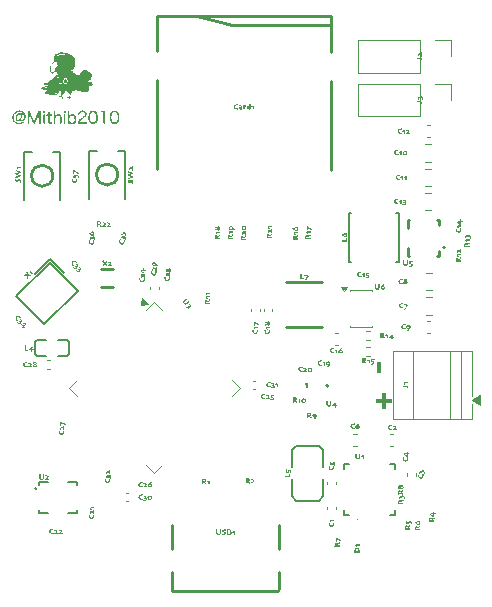
<source format=gbr>
%TF.GenerationSoftware,KiCad,Pcbnew,9.0.6*%
%TF.CreationDate,2025-12-31T22:25:04-08:00*%
%TF.ProjectId,SimpleFlightController,53696d70-6c65-4466-9c69-676874436f6e,rev?*%
%TF.SameCoordinates,Original*%
%TF.FileFunction,Legend,Top*%
%TF.FilePolarity,Positive*%
%FSLAX46Y46*%
G04 Gerber Fmt 4.6, Leading zero omitted, Abs format (unit mm)*
G04 Created by KiCad (PCBNEW 9.0.6) date 2025-12-31 22:25:04*
%MOMM*%
%LPD*%
G01*
G04 APERTURE LIST*
%ADD10C,0.100000*%
%ADD11C,0.125000*%
%ADD12C,0.120000*%
%ADD13C,0.150000*%
%ADD14C,0.250000*%
%ADD15C,0.200000*%
%ADD16C,0.000000*%
G04 APERTURE END LIST*
D10*
G36*
X175582065Y-119422264D02*
G01*
X175030809Y-119422264D01*
X175030809Y-119977184D01*
X174748342Y-119977184D01*
X174748342Y-119422264D01*
X174198429Y-119422264D01*
X174198429Y-119140896D01*
X174748342Y-119140896D01*
X174748342Y-118593792D01*
X175030809Y-118593792D01*
X175030809Y-119140896D01*
X175582065Y-119140896D01*
X175582065Y-119422264D01*
G37*
G36*
X174667554Y-115988503D02*
G01*
X174667554Y-116883775D01*
X174300212Y-116883775D01*
X174300212Y-115988503D01*
X174667554Y-115988503D01*
G37*
G36*
X144122090Y-94683896D02*
G01*
X144217364Y-94703961D01*
X144301606Y-94736890D01*
X144374376Y-94781423D01*
X144435302Y-94836492D01*
X144483974Y-94901251D01*
X144503561Y-94937081D01*
X144519834Y-94975048D01*
X144532742Y-95015227D01*
X144542103Y-95057339D01*
X144547845Y-95101600D01*
X144549781Y-95147594D01*
X144549674Y-95158921D01*
X144540548Y-95248909D01*
X144517431Y-95330207D01*
X144480861Y-95403287D01*
X144457481Y-95436908D01*
X144430774Y-95468407D01*
X144380530Y-95514170D01*
X144316346Y-95553616D01*
X144250914Y-95577043D01*
X144188546Y-95584605D01*
X144147797Y-95580955D01*
X144127716Y-95575093D01*
X144111734Y-95566770D01*
X144098528Y-95555190D01*
X144089202Y-95541295D01*
X144081576Y-95517952D01*
X144079370Y-95491427D01*
X144079370Y-95481596D01*
X144054405Y-95509367D01*
X144007646Y-95546420D01*
X143982138Y-95559316D01*
X143954920Y-95568497D01*
X143920881Y-95574776D01*
X143883365Y-95576789D01*
X143841979Y-95572537D01*
X143816677Y-95565171D01*
X143793248Y-95554330D01*
X143771608Y-95539961D01*
X143752204Y-95522304D01*
X143734838Y-95500983D01*
X143720149Y-95476507D01*
X143708046Y-95448277D01*
X143699126Y-95417036D01*
X143693494Y-95382182D01*
X143691573Y-95344515D01*
X143691790Y-95341767D01*
X143803558Y-95341767D01*
X143804341Y-95365563D01*
X143814012Y-95417745D01*
X143832562Y-95451656D01*
X143845268Y-95463636D01*
X143860302Y-95472374D01*
X143879513Y-95478237D01*
X143901561Y-95480191D01*
X143918403Y-95479226D01*
X143942778Y-95474355D01*
X143966731Y-95465407D01*
X143991180Y-95451717D01*
X144014834Y-95433641D01*
X144038633Y-95409983D01*
X144061174Y-95381578D01*
X144074098Y-95361782D01*
X144093107Y-95325547D01*
X144108903Y-95285957D01*
X144122229Y-95240696D01*
X144131805Y-95193404D01*
X144139576Y-95095753D01*
X144139561Y-95093633D01*
X144131894Y-95050182D01*
X144123303Y-95032579D01*
X144111861Y-95017736D01*
X144097633Y-95005701D01*
X144080985Y-94996830D01*
X144061589Y-94991186D01*
X144040169Y-94989263D01*
X144033579Y-94989407D01*
X144008992Y-94992493D01*
X143984882Y-94999557D01*
X143960842Y-95010891D01*
X143937784Y-95026288D01*
X143915385Y-95046252D01*
X143894539Y-95070352D01*
X143874601Y-95100057D01*
X143853408Y-95139656D01*
X143835455Y-95182257D01*
X143811026Y-95269169D01*
X143803558Y-95341767D01*
X143691790Y-95341767D01*
X143698550Y-95255972D01*
X143707827Y-95210192D01*
X143720708Y-95166214D01*
X143756103Y-95085664D01*
X143801869Y-95017826D01*
X143854954Y-94964719D01*
X143912833Y-94926959D01*
X143973883Y-94904385D01*
X144037360Y-94896817D01*
X144085034Y-94901596D01*
X144128894Y-94918289D01*
X144146633Y-94930910D01*
X144161706Y-94946402D01*
X144174527Y-94965590D01*
X144184333Y-94987859D01*
X144196973Y-94936018D01*
X144197614Y-94933555D01*
X144203252Y-94921486D01*
X144211817Y-94912841D01*
X144227270Y-94905942D01*
X144245943Y-94903839D01*
X144261331Y-94905244D01*
X144272911Y-94907799D01*
X144293201Y-94921854D01*
X144298638Y-94932254D01*
X144300532Y-94944445D01*
X144299188Y-94957023D01*
X144177372Y-95420779D01*
X144173159Y-95457233D01*
X144173348Y-95460923D01*
X144181982Y-95478078D01*
X144191894Y-95483385D01*
X144205338Y-95485259D01*
X144245182Y-95478026D01*
X144271656Y-95467056D01*
X144299169Y-95451230D01*
X144350968Y-95408201D01*
X144380709Y-95372021D01*
X144400088Y-95341127D01*
X144416281Y-95307833D01*
X144429167Y-95272292D01*
X144438544Y-95234862D01*
X144444232Y-95196084D01*
X144446161Y-95155959D01*
X144439622Y-95078715D01*
X144418993Y-95004980D01*
X144403699Y-94971514D01*
X144385208Y-94940359D01*
X144363501Y-94911460D01*
X144338771Y-94885085D01*
X144310743Y-94861034D01*
X144279830Y-94839766D01*
X144245499Y-94821071D01*
X144208404Y-94805465D01*
X144167833Y-94792836D01*
X144124626Y-94783640D01*
X144078020Y-94777913D01*
X144028934Y-94775978D01*
X143952627Y-94781376D01*
X143907834Y-94789806D01*
X143864690Y-94801920D01*
X143822910Y-94817746D01*
X143783172Y-94836991D01*
X143745458Y-94859606D01*
X143710171Y-94885320D01*
X143647702Y-94945207D01*
X143597451Y-95014663D01*
X143560661Y-95091645D01*
X143538167Y-95174291D01*
X143530556Y-95261045D01*
X143533066Y-95313559D01*
X143539270Y-95357503D01*
X143549082Y-95399530D01*
X143562363Y-95439472D01*
X143578996Y-95477254D01*
X143598867Y-95512767D01*
X143621845Y-95545871D01*
X143647859Y-95576501D01*
X143676742Y-95604463D01*
X143708476Y-95629711D01*
X143742845Y-95652023D01*
X143779872Y-95671344D01*
X143819299Y-95687453D01*
X143861168Y-95700267D01*
X143905198Y-95709586D01*
X143951424Y-95715297D01*
X143999563Y-95717229D01*
X144055837Y-95714668D01*
X144104695Y-95708203D01*
X144152293Y-95697943D01*
X144198767Y-95683906D01*
X144243542Y-95666298D01*
X144286408Y-95645260D01*
X144327154Y-95620936D01*
X144337832Y-95615319D01*
X144349563Y-95613914D01*
X144373155Y-95620466D01*
X144386740Y-95630599D01*
X144397130Y-95643224D01*
X144397740Y-95644311D01*
X144403602Y-95659160D01*
X144405556Y-95673937D01*
X144402049Y-95691842D01*
X144395133Y-95703312D01*
X144384551Y-95713016D01*
X144316015Y-95749533D01*
X144269270Y-95769123D01*
X144220943Y-95785150D01*
X144169126Y-95797998D01*
X144114754Y-95807225D01*
X144052884Y-95813200D01*
X143986985Y-95815170D01*
X143913120Y-95811411D01*
X143863489Y-95804328D01*
X143816024Y-95793695D01*
X143770969Y-95779676D01*
X143728203Y-95762337D01*
X143687770Y-95741764D01*
X143649770Y-95718068D01*
X143614079Y-95691190D01*
X143580992Y-95661359D01*
X143536336Y-95611276D01*
X143510351Y-95574785D01*
X143487449Y-95535872D01*
X143467754Y-95494668D01*
X143451376Y-95451282D01*
X143438431Y-95405828D01*
X143429039Y-95358431D01*
X143423314Y-95309187D01*
X143421379Y-95258236D01*
X143425173Y-95190174D01*
X143432538Y-95142446D01*
X143443631Y-95096231D01*
X143458479Y-95051237D01*
X143476853Y-95008076D01*
X143498795Y-94966581D01*
X143524034Y-94927246D01*
X143552560Y-94890060D01*
X143584124Y-94855355D01*
X143618600Y-94823265D01*
X143655828Y-94793962D01*
X143695526Y-94767678D01*
X143737671Y-94744463D01*
X143828112Y-94708028D01*
X143875972Y-94695040D01*
X143925655Y-94685606D01*
X143976534Y-94679907D01*
X144028934Y-94677976D01*
X144122090Y-94683896D01*
G37*
G36*
X145592576Y-95194855D02*
G01*
X145664593Y-94995995D01*
X145725566Y-94809012D01*
X145723194Y-94848648D01*
X145710622Y-95078474D01*
X145703218Y-95354773D01*
X145703218Y-95743424D01*
X145705108Y-95759412D01*
X145710518Y-95772676D01*
X145729861Y-95790901D01*
X145761163Y-95799269D01*
X145768981Y-95799539D01*
X145788605Y-95797575D01*
X145805633Y-95791640D01*
X145817742Y-95783175D01*
X145826738Y-95771601D01*
X145833400Y-95743424D01*
X145833400Y-94772498D01*
X145831496Y-94753242D01*
X145825985Y-94736143D01*
X145805601Y-94709434D01*
X145773988Y-94693391D01*
X145745167Y-94689699D01*
X145715312Y-94691729D01*
X145690259Y-94698123D01*
X145673093Y-94706786D01*
X145658311Y-94718835D01*
X145634817Y-94753511D01*
X145628968Y-94766880D01*
X145375628Y-95409483D01*
X145312942Y-95583811D01*
X145287395Y-95673265D01*
X145261603Y-95581735D01*
X145200628Y-95412292D01*
X144943012Y-94764071D01*
X144930274Y-94738136D01*
X144914876Y-94718033D01*
X144900466Y-94706251D01*
X144883461Y-94697713D01*
X144840438Y-94689885D01*
X144831027Y-94689699D01*
X144809420Y-94691613D01*
X144790188Y-94697192D01*
X144774191Y-94705827D01*
X144761021Y-94717433D01*
X144751247Y-94731298D01*
X144744681Y-94747547D01*
X144741390Y-94772498D01*
X144741390Y-95743424D01*
X144743285Y-95759775D01*
X144748733Y-95773266D01*
X144768001Y-95791359D01*
X144799163Y-95799344D01*
X144805809Y-95799539D01*
X144826613Y-95797575D01*
X144844145Y-95791640D01*
X144856123Y-95783359D01*
X144864926Y-95772084D01*
X144871632Y-95743424D01*
X144871632Y-95353368D01*
X144865613Y-95107294D01*
X144854812Y-94890334D01*
X144850628Y-94810416D01*
X144948008Y-95102984D01*
X144985022Y-95201877D01*
X145196414Y-95733654D01*
X145208268Y-95758013D01*
X145221991Y-95776144D01*
X145235259Y-95787020D01*
X145250359Y-95794299D01*
X145285990Y-95799539D01*
X145310297Y-95797477D01*
X145330683Y-95790857D01*
X145344587Y-95781855D01*
X145356723Y-95769195D01*
X145375628Y-95734998D01*
X145592576Y-95194855D01*
G37*
G36*
X146055905Y-95743485D02*
G01*
X146057821Y-95760661D01*
X146063416Y-95774651D01*
X146082677Y-95792256D01*
X146114217Y-95799449D01*
X146118920Y-95799539D01*
X146139068Y-95797575D01*
X146156188Y-95791644D01*
X146168041Y-95783296D01*
X146176773Y-95771916D01*
X146183339Y-95743485D01*
X146183339Y-95060949D01*
X146181444Y-95045179D01*
X146175996Y-95032082D01*
X146156524Y-95014249D01*
X146124871Y-95006394D01*
X146118920Y-95006238D01*
X146098411Y-95008192D01*
X146081536Y-95014051D01*
X146070206Y-95022196D01*
X146062021Y-95033218D01*
X146055905Y-95060949D01*
X146055905Y-95743485D01*
G37*
G36*
X146120324Y-94689699D02*
G01*
X146082562Y-94697061D01*
X146051322Y-94718122D01*
X146039566Y-94732979D01*
X146031037Y-94750176D01*
X146025130Y-94783550D01*
X146032470Y-94821319D01*
X146053353Y-94852177D01*
X146068210Y-94863909D01*
X146085363Y-94872469D01*
X146120324Y-94878743D01*
X146157267Y-94871360D01*
X146188102Y-94850117D01*
X146199757Y-94835074D01*
X146208235Y-94817600D01*
X146214113Y-94783550D01*
X146206795Y-94746555D01*
X146185840Y-94715879D01*
X146170914Y-94704164D01*
X146153739Y-94695664D01*
X146120324Y-94689699D01*
G37*
G36*
X146465806Y-95014054D02*
G01*
X146358033Y-95014054D01*
X146342238Y-95015938D01*
X146329554Y-95021313D01*
X146313432Y-95040018D01*
X146307597Y-95070108D01*
X146309576Y-95088618D01*
X146315613Y-95103987D01*
X146323908Y-95113968D01*
X146335248Y-95120888D01*
X146356629Y-95124696D01*
X146465806Y-95124696D01*
X146465806Y-95606587D01*
X146467723Y-95643420D01*
X146473331Y-95676206D01*
X146481926Y-95703851D01*
X146493495Y-95728043D01*
X146507516Y-95748491D01*
X146524027Y-95765851D01*
X146564657Y-95792134D01*
X146616795Y-95807545D01*
X146664619Y-95811263D01*
X146704662Y-95809347D01*
X146738996Y-95803756D01*
X146797297Y-95783298D01*
X146803227Y-95780488D01*
X146815332Y-95771950D01*
X146824019Y-95761494D01*
X146832414Y-95735101D01*
X146832597Y-95730113D01*
X146826980Y-95699277D01*
X146818953Y-95684345D01*
X146808028Y-95672624D01*
X146796075Y-95665645D01*
X146782431Y-95662793D01*
X146780818Y-95662763D01*
X146755600Y-95669785D01*
X146724582Y-95684959D01*
X146688485Y-95693035D01*
X146672984Y-95693721D01*
X146651428Y-95691735D01*
X146632972Y-95685651D01*
X146619670Y-95676984D01*
X146608854Y-95665017D01*
X146595201Y-95631523D01*
X146591835Y-95595352D01*
X146591835Y-95124696D01*
X146770987Y-95124696D01*
X146786834Y-95122805D01*
X146799905Y-95117381D01*
X146817004Y-95098272D01*
X146822827Y-95070108D01*
X146820862Y-95051622D01*
X146814922Y-95036263D01*
X146806622Y-95025981D01*
X146795313Y-95018690D01*
X146770987Y-95014054D01*
X146591835Y-95014054D01*
X146591835Y-94844672D01*
X146589945Y-94828838D01*
X146584535Y-94815534D01*
X146565036Y-94796953D01*
X146534105Y-94788820D01*
X146528820Y-94788679D01*
X146508967Y-94790616D01*
X146492489Y-94796359D01*
X146480957Y-94804541D01*
X146472526Y-94815558D01*
X146465806Y-94844672D01*
X146465806Y-95014054D01*
G37*
G36*
X147592315Y-95267883D02*
G01*
X147590368Y-95225324D01*
X147584561Y-95186003D01*
X147575606Y-95152041D01*
X147563310Y-95121134D01*
X147548575Y-95094699D01*
X147530896Y-95071177D01*
X147510982Y-95051232D01*
X147488362Y-95034168D01*
X147435309Y-95009022D01*
X147370226Y-94996010D01*
X147336104Y-94994515D01*
X147296617Y-94996428D01*
X147260620Y-95002008D01*
X147228424Y-95010840D01*
X147199235Y-95022757D01*
X147148489Y-95055464D01*
X147105800Y-95100653D01*
X147069505Y-95160677D01*
X147065910Y-95168232D01*
X147068352Y-95151162D01*
X147074337Y-95096730D01*
X147074337Y-94744532D01*
X147072433Y-94727403D01*
X147066927Y-94713625D01*
X147048064Y-94696473D01*
X147017373Y-94689745D01*
X147014131Y-94689699D01*
X146993391Y-94691653D01*
X146975900Y-94697509D01*
X146963791Y-94705750D01*
X146954923Y-94716924D01*
X146948307Y-94744532D01*
X146948307Y-95743424D01*
X146950207Y-95759775D01*
X146955693Y-95773266D01*
X146975073Y-95791269D01*
X147006727Y-95799313D01*
X147014131Y-95799539D01*
X147033359Y-95797575D01*
X147049430Y-95791640D01*
X147060382Y-95783309D01*
X147068367Y-95771954D01*
X147074337Y-95743424D01*
X147074337Y-95350621D01*
X147076327Y-95318452D01*
X147082446Y-95288750D01*
X147105431Y-95236514D01*
X147124712Y-95207555D01*
X147147164Y-95180877D01*
X147171837Y-95158040D01*
X147196590Y-95140591D01*
X147223283Y-95126811D01*
X147250484Y-95117287D01*
X147279481Y-95111418D01*
X147310947Y-95109370D01*
X147340603Y-95111311D01*
X147366983Y-95117087D01*
X147388542Y-95125799D01*
X147407353Y-95137683D01*
X147436221Y-95169700D01*
X147455526Y-95214847D01*
X147464579Y-95277152D01*
X147464942Y-95294506D01*
X147464942Y-95743424D01*
X147466844Y-95760202D01*
X147472341Y-95773955D01*
X147491533Y-95791868D01*
X147522582Y-95799415D01*
X147527896Y-95799539D01*
X147547542Y-95797575D01*
X147564575Y-95791640D01*
X147576672Y-95783180D01*
X147585657Y-95771615D01*
X147592315Y-95743424D01*
X147592315Y-95267883D01*
G37*
G36*
X147788075Y-95743485D02*
G01*
X147789991Y-95760661D01*
X147795586Y-95774651D01*
X147814847Y-95792256D01*
X147846388Y-95799449D01*
X147851090Y-95799539D01*
X147871238Y-95797575D01*
X147888359Y-95791644D01*
X147900211Y-95783296D01*
X147908943Y-95771916D01*
X147915509Y-95743485D01*
X147915509Y-95060949D01*
X147913614Y-95045179D01*
X147908166Y-95032082D01*
X147888694Y-95014249D01*
X147857042Y-95006394D01*
X147851090Y-95006238D01*
X147830581Y-95008192D01*
X147813706Y-95014051D01*
X147802376Y-95022196D01*
X147794192Y-95033218D01*
X147788075Y-95060949D01*
X147788075Y-95743485D01*
G37*
G36*
X147852494Y-94689699D02*
G01*
X147814732Y-94697061D01*
X147783493Y-94718122D01*
X147771737Y-94732979D01*
X147763207Y-94750176D01*
X147757301Y-94783550D01*
X147764640Y-94821319D01*
X147785524Y-94852177D01*
X147800380Y-94863909D01*
X147817533Y-94872469D01*
X147852494Y-94878743D01*
X147889437Y-94871360D01*
X147920272Y-94850117D01*
X147931927Y-94835074D01*
X147940406Y-94817600D01*
X147946284Y-94783550D01*
X147938966Y-94746555D01*
X147918010Y-94715879D01*
X147903085Y-94704164D01*
X147885909Y-94695664D01*
X147852494Y-94689699D01*
G37*
G36*
X148183039Y-94689803D02*
G01*
X148213548Y-94697329D01*
X148232636Y-94715405D01*
X148238090Y-94729168D01*
X148239986Y-94745936D01*
X148239986Y-95051973D01*
X148232964Y-95154188D01*
X148263925Y-95104559D01*
X148308074Y-95057373D01*
X148359950Y-95023454D01*
X148389535Y-95011151D01*
X148421662Y-95002142D01*
X148457479Y-94996445D01*
X148496196Y-94994515D01*
X148538986Y-94996761D01*
X148608849Y-95011739D01*
X148640249Y-95024242D01*
X148669372Y-95039989D01*
X148696487Y-95059146D01*
X148721175Y-95081450D01*
X148743999Y-95107594D01*
X148764153Y-95136879D01*
X148782233Y-95170578D01*
X148797312Y-95207464D01*
X148809795Y-95249271D01*
X148818878Y-95294312D01*
X148824654Y-95344540D01*
X148826596Y-95398004D01*
X148822454Y-95472792D01*
X148804974Y-95561455D01*
X148775644Y-95636561D01*
X148736185Y-95698113D01*
X148687794Y-95746417D01*
X148631023Y-95781678D01*
X148599461Y-95794372D01*
X148565865Y-95803616D01*
X148529894Y-95809330D01*
X148491983Y-95811263D01*
X148434821Y-95806749D01*
X148401752Y-95799342D01*
X148371269Y-95788606D01*
X148342798Y-95774393D01*
X148316947Y-95757062D01*
X148292649Y-95735764D01*
X148271147Y-95711443D01*
X148251208Y-95682333D01*
X148234368Y-95650245D01*
X148239986Y-95717473D01*
X148239986Y-95747637D01*
X148233562Y-95773925D01*
X148225376Y-95784295D01*
X148213922Y-95792209D01*
X148197995Y-95797646D01*
X148178375Y-95799539D01*
X148173306Y-95799434D01*
X148142030Y-95792167D01*
X148122871Y-95774413D01*
X148117276Y-95760200D01*
X148115361Y-95742691D01*
X148115361Y-95400812D01*
X148237177Y-95400812D01*
X148239752Y-95450334D01*
X148255065Y-95525475D01*
X148282073Y-95587591D01*
X148318606Y-95636175D01*
X148363218Y-95671346D01*
X148388311Y-95683907D01*
X148415365Y-95693099D01*
X148444370Y-95698757D01*
X148475191Y-95700682D01*
X148492975Y-95700027D01*
X148521560Y-95695990D01*
X148548181Y-95688389D01*
X148573174Y-95677155D01*
X148596039Y-95662526D01*
X148617547Y-95643826D01*
X148636632Y-95621759D01*
X148654112Y-95594949D01*
X148668753Y-95564752D01*
X148681072Y-95529352D01*
X148690063Y-95490609D01*
X148695819Y-95446765D01*
X148697758Y-95399774D01*
X148696436Y-95359827D01*
X148684026Y-95279301D01*
X148660704Y-95215788D01*
X148628410Y-95167554D01*
X148587901Y-95132978D01*
X148564357Y-95120510D01*
X148538685Y-95111412D01*
X148510125Y-95105687D01*
X148479405Y-95103752D01*
X148451324Y-95105193D01*
X148421040Y-95110296D01*
X148392876Y-95118925D01*
X148366427Y-95131158D01*
X148342281Y-95146689D01*
X148319714Y-95166101D01*
X148299741Y-95188670D01*
X148281652Y-95215502D01*
X148266545Y-95245353D01*
X148254004Y-95279567D01*
X148244879Y-95316568D01*
X148239116Y-95357488D01*
X148237177Y-95400812D01*
X148115361Y-95400812D01*
X148115361Y-94745936D01*
X148121646Y-94716907D01*
X148129806Y-94705778D01*
X148141042Y-94697584D01*
X148157898Y-94691662D01*
X148178375Y-94689699D01*
X148183039Y-94689803D01*
G37*
G36*
X149104972Y-95669968D02*
G01*
X149117011Y-95632297D01*
X149132598Y-95596477D01*
X149174426Y-95529707D01*
X149233721Y-95464800D01*
X149317127Y-95396972D01*
X149383592Y-95352269D01*
X149475976Y-95296032D01*
X149528786Y-95261821D01*
X149577710Y-95226285D01*
X149621237Y-95187762D01*
X149657857Y-95144588D01*
X149676145Y-95115282D01*
X149690963Y-95083253D01*
X149701187Y-95051260D01*
X149707961Y-95016387D01*
X149711182Y-94967098D01*
X149709248Y-94931007D01*
X149703523Y-94896953D01*
X149694329Y-94865589D01*
X149681707Y-94836351D01*
X149646880Y-94784875D01*
X149599360Y-94742426D01*
X149538836Y-94709538D01*
X149464800Y-94687487D01*
X149376996Y-94678147D01*
X149362587Y-94677976D01*
X149311924Y-94679894D01*
X149265842Y-94685504D01*
X149225154Y-94694289D01*
X149188222Y-94706160D01*
X149154865Y-94720867D01*
X149124681Y-94738248D01*
X149074197Y-94778787D01*
X149031741Y-94831713D01*
X148998518Y-94896622D01*
X148981812Y-94950245D01*
X148979003Y-94971311D01*
X148980888Y-94986153D01*
X148986262Y-94998985D01*
X149006538Y-95018904D01*
X149032187Y-95028953D01*
X149053192Y-95030357D01*
X149071673Y-95028337D01*
X149088293Y-95022010D01*
X149100153Y-95013028D01*
X149109411Y-95000458D01*
X149114802Y-94986760D01*
X149128864Y-94941382D01*
X149148747Y-94898667D01*
X149165888Y-94873075D01*
X149186921Y-94850088D01*
X149208387Y-94832948D01*
X149233437Y-94818492D01*
X149260476Y-94807699D01*
X149291248Y-94799878D01*
X149355565Y-94794235D01*
X149393820Y-94796164D01*
X149429107Y-94801847D01*
X149460033Y-94810723D01*
X149487745Y-94822802D01*
X149510931Y-94837149D01*
X149530803Y-94854158D01*
X149546510Y-94872781D01*
X149558844Y-94893621D01*
X149567458Y-94915977D01*
X149572545Y-94940248D01*
X149573979Y-94962885D01*
X149572002Y-94994994D01*
X149565980Y-95024253D01*
X149556776Y-95049120D01*
X149543943Y-95072573D01*
X149505423Y-95118630D01*
X149439682Y-95172372D01*
X149377974Y-95214516D01*
X149281376Y-95277775D01*
X149223597Y-95317748D01*
X149172357Y-95358113D01*
X149130055Y-95396406D01*
X149092952Y-95435363D01*
X149062033Y-95473469D01*
X149035431Y-95512464D01*
X149015396Y-95547663D01*
X148993458Y-95592250D01*
X148973618Y-95644725D01*
X148965341Y-95677518D01*
X148962212Y-95707765D01*
X148964140Y-95730423D01*
X148969821Y-95749523D01*
X148978126Y-95763816D01*
X148989296Y-95775164D01*
X149019291Y-95788917D01*
X149046170Y-95791723D01*
X149683217Y-95791723D01*
X149697187Y-95789852D01*
X149709054Y-95784572D01*
X149726758Y-95764842D01*
X149734882Y-95733356D01*
X149734996Y-95728770D01*
X149733061Y-95710698D01*
X149727332Y-95695126D01*
X149718947Y-95683728D01*
X149707617Y-95675453D01*
X149683217Y-95669968D01*
X149104972Y-95669968D01*
G37*
G36*
X150307795Y-94680325D02*
G01*
X150383151Y-94695180D01*
X150448560Y-94722990D01*
X150478102Y-94741831D01*
X150505501Y-94763970D01*
X150531254Y-94790005D01*
X150554708Y-94819497D01*
X150576629Y-94853841D01*
X150595996Y-94891937D01*
X150613572Y-94936064D01*
X150628243Y-94984359D01*
X150640551Y-95039965D01*
X150649517Y-95100249D01*
X150655313Y-95169134D01*
X150657257Y-95243276D01*
X150653385Y-95345318D01*
X150637043Y-95462758D01*
X150609913Y-95558962D01*
X150573629Y-95636742D01*
X150529100Y-95698614D01*
X150476399Y-95746512D01*
X150446651Y-95765659D01*
X150414754Y-95781485D01*
X150379827Y-95794249D01*
X150342689Y-95803478D01*
X150301660Y-95809313D01*
X150258286Y-95811263D01*
X150208689Y-95808835D01*
X150132660Y-95793876D01*
X150066962Y-95766026D01*
X150037328Y-95747161D01*
X150009933Y-95725047D01*
X149984133Y-95698963D01*
X149960709Y-95669477D01*
X149938743Y-95634982D01*
X149919396Y-95596788D01*
X149901758Y-95552285D01*
X149887080Y-95503662D01*
X149874699Y-95447284D01*
X149865708Y-95386262D01*
X149859863Y-95315987D01*
X149857947Y-95241871D01*
X149992306Y-95241871D01*
X149993774Y-95305637D01*
X150005944Y-95421213D01*
X150028134Y-95509917D01*
X150058297Y-95576876D01*
X150095447Y-95626344D01*
X150139882Y-95661329D01*
X150165532Y-95673968D01*
X150193246Y-95683118D01*
X150224622Y-95688961D01*
X150258286Y-95690912D01*
X150269460Y-95690706D01*
X150329766Y-95681334D01*
X150381191Y-95658468D01*
X150404459Y-95641521D01*
X150425620Y-95621055D01*
X150445786Y-95595497D01*
X150463594Y-95566009D01*
X150480254Y-95529592D01*
X150494157Y-95488592D01*
X150506233Y-95438440D01*
X150515024Y-95382843D01*
X150520906Y-95315600D01*
X150522862Y-95241871D01*
X150521611Y-95183013D01*
X150509905Y-95067351D01*
X150488164Y-94978774D01*
X150458440Y-94912016D01*
X150421715Y-94862741D01*
X150377665Y-94827892D01*
X150352185Y-94815297D01*
X150324600Y-94806169D01*
X150293320Y-94800337D01*
X150259691Y-94798387D01*
X150246833Y-94798657D01*
X150186275Y-94808368D01*
X150134498Y-94831555D01*
X150111084Y-94848619D01*
X150089749Y-94869202D01*
X150069489Y-94894746D01*
X150051565Y-94924202D01*
X150034879Y-94960308D01*
X150020928Y-95000941D01*
X150008882Y-95050216D01*
X150000095Y-95104821D01*
X149994256Y-95170208D01*
X149992306Y-95241871D01*
X149857947Y-95241871D01*
X149857911Y-95240467D01*
X149861769Y-95140095D01*
X149878112Y-95024120D01*
X149905293Y-94928921D01*
X149941704Y-94851787D01*
X149986466Y-94790296D01*
X150039535Y-94742597D01*
X150069524Y-94723504D01*
X150101702Y-94707711D01*
X150136948Y-94694970D01*
X150174450Y-94685751D01*
X150215872Y-94679925D01*
X150259691Y-94677976D01*
X150307795Y-94680325D01*
G37*
G36*
X151272993Y-94830933D02*
G01*
X151270865Y-94786885D01*
X151263785Y-94752923D01*
X151255686Y-94735199D01*
X151244537Y-94721291D01*
X151215896Y-94704922D01*
X151169725Y-94697790D01*
X151155390Y-94697515D01*
X151142751Y-94697515D01*
X150963599Y-94701728D01*
X150947473Y-94704212D01*
X150933462Y-94710100D01*
X150912229Y-94730941D01*
X150902300Y-94761975D01*
X150901988Y-94769139D01*
X150909338Y-94799495D01*
X150918242Y-94812391D01*
X150930133Y-94822607D01*
X150944017Y-94829269D01*
X150959977Y-94832239D01*
X150963599Y-94832337D01*
X150966346Y-94832337D01*
X151097993Y-94828124D01*
X151103550Y-94828124D01*
X151121126Y-94830195D01*
X151132196Y-94836874D01*
X151139326Y-94856187D01*
X151140003Y-94870195D01*
X151140003Y-95740615D01*
X151141903Y-95757638D01*
X151147391Y-95771762D01*
X151166724Y-95790717D01*
X151197698Y-95799249D01*
X151205765Y-95799539D01*
X151225474Y-95797576D01*
X151242748Y-95791649D01*
X151255351Y-95783091D01*
X151264942Y-95771371D01*
X151270628Y-95757856D01*
X151272958Y-95741637D01*
X151272993Y-95739211D01*
X151272993Y-94830933D01*
G37*
G36*
X152132778Y-94680325D02*
G01*
X152208134Y-94695180D01*
X152273542Y-94722990D01*
X152303084Y-94741831D01*
X152330484Y-94763970D01*
X152356236Y-94790005D01*
X152379691Y-94819497D01*
X152401612Y-94853841D01*
X152420978Y-94891937D01*
X152438554Y-94936064D01*
X152453225Y-94984359D01*
X152465533Y-95039965D01*
X152474500Y-95100249D01*
X152480295Y-95169134D01*
X152482240Y-95243276D01*
X152478368Y-95345318D01*
X152462026Y-95462758D01*
X152434896Y-95558962D01*
X152398611Y-95636742D01*
X152354082Y-95698614D01*
X152301382Y-95746512D01*
X152271634Y-95765659D01*
X152239736Y-95781485D01*
X152204809Y-95794249D01*
X152167671Y-95803478D01*
X152126643Y-95809313D01*
X152083269Y-95811263D01*
X152033671Y-95808835D01*
X151957643Y-95793876D01*
X151891945Y-95766026D01*
X151862311Y-95747161D01*
X151834916Y-95725047D01*
X151809116Y-95698963D01*
X151785692Y-95669477D01*
X151763726Y-95634982D01*
X151744379Y-95596788D01*
X151726740Y-95552285D01*
X151712063Y-95503662D01*
X151699682Y-95447284D01*
X151690691Y-95386262D01*
X151684845Y-95315987D01*
X151682930Y-95241871D01*
X151817288Y-95241871D01*
X151818756Y-95305637D01*
X151830927Y-95421213D01*
X151853117Y-95509917D01*
X151883280Y-95576876D01*
X151920429Y-95626344D01*
X151964865Y-95661329D01*
X151990515Y-95673968D01*
X152018229Y-95683118D01*
X152049605Y-95688961D01*
X152083269Y-95690912D01*
X152094442Y-95690706D01*
X152154748Y-95681334D01*
X152206173Y-95658468D01*
X152229441Y-95641521D01*
X152250603Y-95621055D01*
X152270769Y-95595497D01*
X152288577Y-95566009D01*
X152305237Y-95529592D01*
X152319139Y-95488592D01*
X152331216Y-95438440D01*
X152340007Y-95382843D01*
X152345888Y-95315600D01*
X152347845Y-95241871D01*
X152346593Y-95183013D01*
X152334888Y-95067351D01*
X152313146Y-94978774D01*
X152283423Y-94912016D01*
X152246697Y-94862741D01*
X152202647Y-94827892D01*
X152177168Y-94815297D01*
X152149582Y-94806169D01*
X152118303Y-94800337D01*
X152084673Y-94798387D01*
X152071816Y-94798657D01*
X152011257Y-94808368D01*
X151959480Y-94831555D01*
X151936067Y-94848619D01*
X151914731Y-94869202D01*
X151894472Y-94894746D01*
X151876548Y-94924202D01*
X151859862Y-94960308D01*
X151845910Y-95000941D01*
X151833865Y-95050216D01*
X151825077Y-95104821D01*
X151819239Y-95170208D01*
X151817288Y-95241871D01*
X151682930Y-95241871D01*
X151682894Y-95240467D01*
X151686751Y-95140095D01*
X151703095Y-95024120D01*
X151730276Y-94928921D01*
X151766687Y-94851787D01*
X151811449Y-94790296D01*
X151864517Y-94742597D01*
X151894506Y-94723504D01*
X151926685Y-94707711D01*
X151961930Y-94694970D01*
X151999433Y-94685751D01*
X152040855Y-94679925D01*
X152084673Y-94677976D01*
X152132778Y-94680325D01*
G37*
D11*
G36*
X170567618Y-124785009D02*
G01*
X170610177Y-124791848D01*
X170663361Y-124798320D01*
X170663361Y-124805525D01*
X170663361Y-124814379D01*
X170661123Y-124870937D01*
X170654736Y-124921219D01*
X170644616Y-124965901D01*
X170629530Y-125008941D01*
X170610502Y-125046355D01*
X170587646Y-125078803D01*
X170566738Y-125101338D01*
X170543884Y-125119919D01*
X170518922Y-125134826D01*
X170491991Y-125145634D01*
X170461983Y-125152320D01*
X170428339Y-125154640D01*
X170396966Y-125152375D01*
X170368411Y-125145784D01*
X170342213Y-125135009D01*
X170317870Y-125120279D01*
X170295458Y-125101971D01*
X170274832Y-125079810D01*
X170251785Y-125047760D01*
X170232231Y-125009999D01*
X170216336Y-124965718D01*
X170205354Y-124919772D01*
X170198650Y-124871357D01*
X170196369Y-124820180D01*
X170196369Y-124811815D01*
X170196369Y-124803785D01*
X170237249Y-124799175D01*
X170292112Y-124791481D01*
X170292112Y-124799175D01*
X170292112Y-124807205D01*
X170293542Y-124837622D01*
X170298401Y-124877272D01*
X170306641Y-124916681D01*
X170317636Y-124948682D01*
X170331104Y-124975105D01*
X170346473Y-124996584D01*
X170363706Y-125013773D01*
X170383682Y-125027028D01*
X170405207Y-125034869D01*
X170428858Y-125037526D01*
X170452779Y-125034980D01*
X170474358Y-125027510D01*
X170494162Y-125014994D01*
X170511194Y-124998504D01*
X170526632Y-124977140D01*
X170540416Y-124950056D01*
X170552709Y-124916943D01*
X170561420Y-124876753D01*
X170566353Y-124836340D01*
X170567801Y-124805525D01*
X170567801Y-124795786D01*
X170567618Y-124785009D01*
G37*
G36*
X170389809Y-124432231D02*
G01*
X170388832Y-124498359D01*
X170387855Y-124621824D01*
X170477737Y-124621824D01*
X170486133Y-124566503D01*
X170493193Y-124540431D01*
X170501703Y-124518357D01*
X170515431Y-124492397D01*
X170530838Y-124472769D01*
X170547896Y-124458426D01*
X170567568Y-124447977D01*
X170589183Y-124441642D01*
X170613230Y-124439466D01*
X170636703Y-124441968D01*
X170659422Y-124449521D01*
X170681832Y-124462517D01*
X170701494Y-124479563D01*
X170718535Y-124501034D01*
X170733001Y-124527577D01*
X170744804Y-124559086D01*
X170753853Y-124596759D01*
X170759202Y-124636625D01*
X170761058Y-124680595D01*
X170761058Y-124705355D01*
X170761058Y-124725658D01*
X170678993Y-124737962D01*
X170679054Y-124728070D01*
X170678993Y-124715766D01*
X170676092Y-124647775D01*
X170671620Y-124614927D01*
X170665071Y-124591080D01*
X170655045Y-124570314D01*
X170644158Y-124557253D01*
X170630251Y-124549193D01*
X170611704Y-124546323D01*
X170595213Y-124549633D01*
X170580441Y-124559848D01*
X170568663Y-124575598D01*
X170558367Y-124599659D01*
X170550887Y-124639318D01*
X170546796Y-124691952D01*
X170546308Y-124706668D01*
X170546125Y-124717262D01*
X170499810Y-124717109D01*
X170430598Y-124716926D01*
X170362240Y-124717109D01*
X170311652Y-124717262D01*
X170311652Y-124664964D01*
X170311652Y-124576120D01*
X170311652Y-124489475D01*
X170311652Y-124432231D01*
X170389809Y-124432231D01*
G37*
G36*
X143921823Y-112463161D02*
G01*
X143886893Y-112488419D01*
X143844710Y-112521449D01*
X143839615Y-112516354D01*
X143833355Y-112510094D01*
X143794945Y-112468519D01*
X143763906Y-112428447D01*
X143739467Y-112389696D01*
X143719701Y-112348596D01*
X143706700Y-112308685D01*
X143699918Y-112269579D01*
X143698767Y-112238861D01*
X143701788Y-112209561D01*
X143708899Y-112181370D01*
X143720299Y-112154685D01*
X143736791Y-112128737D01*
X143758940Y-112103307D01*
X143782725Y-112082725D01*
X143807578Y-112067194D01*
X143833722Y-112056288D01*
X143861350Y-112049491D01*
X143890144Y-112046588D01*
X143920398Y-112047674D01*
X143959358Y-112054040D01*
X143999886Y-112066914D01*
X144042437Y-112086986D01*
X144082691Y-112111710D01*
X144121666Y-112141204D01*
X144159466Y-112175779D01*
X144165381Y-112181694D01*
X144171059Y-112187371D01*
X144145412Y-112219538D01*
X144112059Y-112263772D01*
X144106618Y-112258332D01*
X144100941Y-112252654D01*
X144078421Y-112232157D01*
X144046948Y-112207556D01*
X144013256Y-112185516D01*
X143982853Y-112170662D01*
X143954646Y-112161502D01*
X143928590Y-112157182D01*
X143904250Y-112157213D01*
X143880752Y-112161965D01*
X143859987Y-112171641D01*
X143841385Y-112186486D01*
X143826271Y-112205201D01*
X143816294Y-112225742D01*
X143811140Y-112248596D01*
X143810757Y-112272300D01*
X143814947Y-112298323D01*
X143824352Y-112327220D01*
X143839074Y-112359327D01*
X143861333Y-112393906D01*
X143886421Y-112425970D01*
X143907186Y-112448783D01*
X143914073Y-112455670D01*
X143921823Y-112463161D01*
G37*
G36*
X144127321Y-112739210D02*
G01*
X144109375Y-112753631D01*
X144088779Y-112763672D01*
X144064975Y-112769433D01*
X144040322Y-112770399D01*
X144013053Y-112766471D01*
X143982529Y-112756934D01*
X143949415Y-112741659D01*
X143916124Y-112721140D01*
X143883341Y-112695537D01*
X143843436Y-112658340D01*
X143823769Y-112637637D01*
X143809543Y-112621683D01*
X143857253Y-112556098D01*
X143874869Y-112573714D01*
X143899501Y-112598346D01*
X143942116Y-112636601D01*
X143965687Y-112654508D01*
X143983501Y-112665464D01*
X144003919Y-112673576D01*
X144021496Y-112676431D01*
X144037963Y-112673339D01*
X144053943Y-112662118D01*
X144062909Y-112648479D01*
X144065277Y-112631959D01*
X144061907Y-112614393D01*
X144053187Y-112595734D01*
X144036651Y-112573412D01*
X144013595Y-112548413D01*
X144000836Y-112536043D01*
X143987991Y-112523802D01*
X144025598Y-112470220D01*
X144054812Y-112494098D01*
X144081048Y-112511753D01*
X144104675Y-112524126D01*
X144123560Y-112530305D01*
X144138772Y-112531098D01*
X144151411Y-112527532D01*
X144162316Y-112519679D01*
X144171719Y-112506509D01*
X144174967Y-112492521D01*
X144173299Y-112477578D01*
X144166936Y-112460527D01*
X144159545Y-112447932D01*
X144148305Y-112432786D01*
X144121514Y-112403103D01*
X144102927Y-112384515D01*
X144087491Y-112369080D01*
X144154285Y-112322579D01*
X144165748Y-112334042D01*
X144179155Y-112347448D01*
X144206174Y-112375788D01*
X144228527Y-112401872D01*
X144247664Y-112429348D01*
X144262960Y-112459664D01*
X144271154Y-112482869D01*
X144275134Y-112504899D01*
X144275244Y-112526091D01*
X144270951Y-112546492D01*
X144261512Y-112565810D01*
X144246294Y-112584487D01*
X144231282Y-112596458D01*
X144213987Y-112604644D01*
X144193899Y-112609119D01*
X144163374Y-112609499D01*
X144136691Y-112603420D01*
X144135719Y-112604391D01*
X144146961Y-112627837D01*
X144153655Y-112651012D01*
X144156120Y-112674229D01*
X144153329Y-112696779D01*
X144144026Y-112718213D01*
X144127321Y-112739210D01*
G37*
G36*
X144570009Y-112797973D02*
G01*
X144485233Y-112880807D01*
X144425930Y-112939635D01*
X144456196Y-112969470D01*
X144509908Y-113020850D01*
X144454642Y-113076115D01*
X144405550Y-113024951D01*
X144373427Y-112992137D01*
X144312311Y-113053426D01*
X144273042Y-113093472D01*
X144199448Y-113019878D01*
X144239256Y-112980588D01*
X144301107Y-112919817D01*
X144168253Y-112789726D01*
X144171487Y-112780227D01*
X144258232Y-112780227D01*
X144274272Y-112796267D01*
X144302855Y-112824850D01*
X144324789Y-112846784D01*
X144353739Y-112875734D01*
X144404277Y-112825195D01*
X144460169Y-112770253D01*
X144459910Y-112769563D01*
X144258448Y-112779493D01*
X144258232Y-112780227D01*
X144171487Y-112780227D01*
X144194223Y-112713455D01*
X144423814Y-112710195D01*
X144544514Y-112707281D01*
X144570009Y-112797973D01*
G37*
G36*
X177926633Y-129799353D02*
G01*
X177967269Y-129903828D01*
X177901263Y-129953745D01*
X177753831Y-130066921D01*
X177746962Y-130065395D01*
X177743299Y-130053411D01*
X177735361Y-130035597D01*
X177725175Y-130018278D01*
X177714112Y-130004761D01*
X177700882Y-129993434D01*
X177687459Y-129985558D01*
X177672263Y-129980831D01*
X177651524Y-129979055D01*
X177631641Y-129981789D01*
X177614247Y-129989832D01*
X177600021Y-130002520D01*
X177589975Y-130019355D01*
X177584710Y-130034996D01*
X177581946Y-130051107D01*
X177580389Y-130082889D01*
X177580480Y-130096902D01*
X177580389Y-130103375D01*
X177663645Y-130104046D01*
X177740062Y-130104260D01*
X177861939Y-130103924D01*
X177957500Y-130103191D01*
X177957500Y-130216184D01*
X177878121Y-130215421D01*
X177723240Y-130214932D01*
X177645082Y-130215085D01*
X177500277Y-130216184D01*
X177499300Y-130175029D01*
X177498323Y-130116777D01*
X177501407Y-130028484D01*
X177506598Y-129991826D01*
X177515756Y-129957928D01*
X177528591Y-129927712D01*
X177544091Y-129904614D01*
X177562131Y-129887403D01*
X177583468Y-129874539D01*
X177606252Y-129866905D01*
X177631008Y-129864322D01*
X177659355Y-129867136D01*
X177684079Y-129875254D01*
X177705929Y-129888593D01*
X177734042Y-129914029D01*
X177752763Y-129938175D01*
X177754808Y-129938175D01*
X177846033Y-129862276D01*
X177891437Y-129824757D01*
X177926633Y-129799353D01*
G37*
G36*
X177837868Y-129402414D02*
G01*
X177869084Y-129413724D01*
X177897422Y-129431021D01*
X177920130Y-129451979D01*
X177940576Y-129480848D01*
X177955332Y-129512612D01*
X177964200Y-129546966D01*
X177967269Y-129585519D01*
X177964400Y-129624237D01*
X177956034Y-129659616D01*
X177941687Y-129692345D01*
X177921229Y-129721440D01*
X177899984Y-129741390D01*
X177873358Y-129757649D01*
X177843147Y-129768022D01*
X177808053Y-129771632D01*
X177772786Y-129768599D01*
X177738658Y-129759511D01*
X177717082Y-129749675D01*
X177689218Y-129732481D01*
X177653600Y-129705686D01*
X177609551Y-129668000D01*
X177561640Y-129623285D01*
X177695824Y-129623285D01*
X177716478Y-129639863D01*
X177741955Y-129654212D01*
X177769649Y-129663768D01*
X177797917Y-129666913D01*
X177817561Y-129665342D01*
X177835317Y-129660776D01*
X177851568Y-129653124D01*
X177865542Y-129642671D01*
X177876241Y-129630105D01*
X177883494Y-129616018D01*
X177887700Y-129600696D01*
X177889112Y-129584603D01*
X177887380Y-129567817D01*
X177882151Y-129551477D01*
X177873737Y-129536719D01*
X177862916Y-129525160D01*
X177850369Y-129515887D01*
X177835348Y-129508949D01*
X177818795Y-129504759D01*
X177799963Y-129503300D01*
X177774465Y-129506949D01*
X177752671Y-129517619D01*
X177734291Y-129533966D01*
X177719637Y-129554775D01*
X177710609Y-129572061D01*
X177703823Y-129590739D01*
X177695824Y-129623285D01*
X177561640Y-129623285D01*
X177561215Y-129622888D01*
X177480737Y-129544119D01*
X177534715Y-129454085D01*
X177593211Y-129514536D01*
X177647647Y-129569826D01*
X177649021Y-129569826D01*
X177660989Y-129522015D01*
X177670704Y-129496011D01*
X177682146Y-129473503D01*
X177698513Y-129449638D01*
X177716190Y-129431086D01*
X177735239Y-129417144D01*
X177756511Y-129407020D01*
X177779971Y-129400835D01*
X177806099Y-129398703D01*
X177837868Y-129402414D01*
G37*
G36*
X145003071Y-108607033D02*
G01*
X144957455Y-108712535D01*
X144931805Y-108705698D01*
X144885156Y-108696063D01*
X144743947Y-108669661D01*
X144742954Y-108670654D01*
X144768839Y-108805213D01*
X144781147Y-108861079D01*
X144787297Y-108882693D01*
X144685832Y-108928115D01*
X144671692Y-108852448D01*
X144643627Y-108686564D01*
X144642656Y-108685593D01*
X144503671Y-108659255D01*
X144410647Y-108641618D01*
X144457925Y-108537821D01*
X144481392Y-108544263D01*
X144530332Y-108554401D01*
X144656407Y-108577285D01*
X144657724Y-108575968D01*
X144632898Y-108450886D01*
X144617009Y-108378738D01*
X144716552Y-108332345D01*
X144732096Y-108420900D01*
X144757354Y-108562691D01*
X144758325Y-108563662D01*
X144904607Y-108588014D01*
X144964351Y-108598464D01*
X145003071Y-108607033D01*
G37*
G36*
X145199977Y-108456196D02*
G01*
X145126016Y-108530158D01*
X145085344Y-108488233D01*
X145011166Y-108413193D01*
X144981483Y-108383725D01*
X144949446Y-108352249D01*
X144947524Y-108352746D01*
X144934701Y-108398642D01*
X144918272Y-108458765D01*
X144850356Y-108440718D01*
X144880104Y-108324746D01*
X144898735Y-108251756D01*
X144981439Y-108237659D01*
X145045125Y-108302423D01*
X145088042Y-108345988D01*
X145152483Y-108409782D01*
X145199977Y-108456196D01*
G37*
G36*
X176501633Y-126773621D02*
G01*
X176542269Y-126878096D01*
X176476263Y-126928013D01*
X176328831Y-127041189D01*
X176321962Y-127039663D01*
X176318299Y-127027679D01*
X176310361Y-127009865D01*
X176300175Y-126992546D01*
X176289112Y-126979029D01*
X176275882Y-126967702D01*
X176262459Y-126959826D01*
X176247263Y-126955099D01*
X176226524Y-126953323D01*
X176206641Y-126956057D01*
X176189247Y-126964100D01*
X176175021Y-126976788D01*
X176164975Y-126993623D01*
X176159710Y-127009264D01*
X176156946Y-127025375D01*
X176155389Y-127057157D01*
X176155480Y-127071170D01*
X176155389Y-127077643D01*
X176238645Y-127078314D01*
X176315062Y-127078528D01*
X176436939Y-127078192D01*
X176532500Y-127077459D01*
X176532500Y-127190452D01*
X176453121Y-127189689D01*
X176298240Y-127189200D01*
X176220082Y-127189353D01*
X176075277Y-127190452D01*
X176074300Y-127149297D01*
X176073323Y-127091045D01*
X176076407Y-127002752D01*
X176081598Y-126966094D01*
X176090756Y-126932196D01*
X176103591Y-126901980D01*
X176119091Y-126878882D01*
X176137131Y-126861671D01*
X176158468Y-126848807D01*
X176181252Y-126841173D01*
X176206008Y-126838590D01*
X176234355Y-126841404D01*
X176259079Y-126849522D01*
X176280929Y-126862861D01*
X176309042Y-126888297D01*
X176327763Y-126912443D01*
X176329808Y-126912443D01*
X176421033Y-126836544D01*
X176466437Y-126799025D01*
X176501633Y-126773621D01*
G37*
G36*
X176436449Y-126382463D02*
G01*
X176461539Y-126391915D01*
X176484207Y-126407781D01*
X176504900Y-126430979D01*
X176520768Y-126457553D01*
X176532415Y-126487753D01*
X176539711Y-126522194D01*
X176542269Y-126561618D01*
X176539749Y-126603036D01*
X176532639Y-126638437D01*
X176521440Y-126668728D01*
X176506396Y-126694670D01*
X176486485Y-126717430D01*
X176464642Y-126732969D01*
X176440437Y-126742217D01*
X176413095Y-126745381D01*
X176391175Y-126743183D01*
X176371052Y-126736706D01*
X176352279Y-126725841D01*
X176326481Y-126702945D01*
X176298271Y-126668261D01*
X176297599Y-126668261D01*
X176277721Y-126695534D01*
X176256444Y-126714606D01*
X176240267Y-126723341D01*
X176220691Y-126728871D01*
X176196910Y-126730848D01*
X176172165Y-126727880D01*
X176149823Y-126719116D01*
X176129210Y-126704224D01*
X176109959Y-126682183D01*
X176095169Y-126657174D01*
X176084363Y-126629075D01*
X176077628Y-126597371D01*
X176075277Y-126561435D01*
X176075358Y-126560061D01*
X176147573Y-126560061D01*
X176149291Y-126578443D01*
X176154208Y-126594241D01*
X176162197Y-126607964D01*
X176173174Y-126618838D01*
X176186422Y-126625306D01*
X176202680Y-126627564D01*
X176218487Y-126625052D01*
X176230921Y-126617855D01*
X176241089Y-126606728D01*
X176248501Y-126594194D01*
X176323794Y-126594194D01*
X176341313Y-126614461D01*
X176359850Y-126629548D01*
X176380584Y-126639414D01*
X176403387Y-126642707D01*
X176420463Y-126640202D01*
X176435569Y-126632766D01*
X176449304Y-126619840D01*
X176459591Y-126603723D01*
X176465848Y-126585371D01*
X176468019Y-126564183D01*
X176465993Y-126539630D01*
X176460445Y-126520379D01*
X176451869Y-126505320D01*
X176439731Y-126493577D01*
X176424675Y-126486486D01*
X176405768Y-126483980D01*
X176389319Y-126486442D01*
X176374993Y-126493719D01*
X176362706Y-126505552D01*
X176350325Y-126524585D01*
X176336892Y-126556856D01*
X176323794Y-126594194D01*
X176248501Y-126594194D01*
X176250307Y-126591141D01*
X176262397Y-126563572D01*
X176273785Y-126530172D01*
X176259016Y-126514542D01*
X176243682Y-126502817D01*
X176226795Y-126495097D01*
X176208481Y-126492528D01*
X176190495Y-126494719D01*
X176175900Y-126500926D01*
X176163907Y-126511121D01*
X176155055Y-126524354D01*
X176149537Y-126540415D01*
X176147573Y-126560061D01*
X176075358Y-126560061D01*
X176077572Y-126522657D01*
X176084023Y-126489713D01*
X176094142Y-126461722D01*
X176107670Y-126437940D01*
X176125700Y-126416967D01*
X176145440Y-126402692D01*
X176167272Y-126394216D01*
X176191903Y-126391320D01*
X176213213Y-126393259D01*
X176232809Y-126398958D01*
X176251071Y-126408448D01*
X176275844Y-126428437D01*
X176299644Y-126456411D01*
X176300316Y-126456411D01*
X176314067Y-126431950D01*
X176328763Y-126412997D01*
X176344371Y-126398708D01*
X176362386Y-126388100D01*
X176383400Y-126381536D01*
X176408149Y-126379230D01*
X176436449Y-126382463D01*
G37*
G36*
X154542618Y-108870703D02*
G01*
X154585177Y-108877542D01*
X154638361Y-108884014D01*
X154638361Y-108891219D01*
X154638361Y-108900073D01*
X154636123Y-108956631D01*
X154629736Y-109006913D01*
X154619616Y-109051595D01*
X154604530Y-109094635D01*
X154585502Y-109132049D01*
X154562646Y-109164497D01*
X154541738Y-109187032D01*
X154518884Y-109205613D01*
X154493922Y-109220520D01*
X154466991Y-109231328D01*
X154436983Y-109238014D01*
X154403339Y-109240334D01*
X154371966Y-109238069D01*
X154343411Y-109231478D01*
X154317213Y-109220703D01*
X154292870Y-109205973D01*
X154270458Y-109187665D01*
X154249832Y-109165504D01*
X154226785Y-109133454D01*
X154207231Y-109095693D01*
X154191336Y-109051412D01*
X154180354Y-109005466D01*
X154173650Y-108957051D01*
X154171369Y-108905874D01*
X154171369Y-108897509D01*
X154171369Y-108889479D01*
X154212249Y-108884869D01*
X154267112Y-108877175D01*
X154267112Y-108884869D01*
X154267112Y-108892899D01*
X154268542Y-108923316D01*
X154273401Y-108962966D01*
X154281641Y-109002375D01*
X154292636Y-109034376D01*
X154306104Y-109060799D01*
X154321473Y-109082278D01*
X154338706Y-109099467D01*
X154358682Y-109112722D01*
X154380207Y-109120563D01*
X154403858Y-109123220D01*
X154427779Y-109120674D01*
X154449358Y-109113204D01*
X154469162Y-109100688D01*
X154486194Y-109084198D01*
X154501632Y-109062834D01*
X154515416Y-109035750D01*
X154527709Y-109002637D01*
X154536420Y-108962447D01*
X154541353Y-108922034D01*
X154542801Y-108891219D01*
X154542801Y-108881480D01*
X154542618Y-108870703D01*
G37*
G36*
X154632500Y-108481014D02*
G01*
X154632500Y-108552241D01*
X154632500Y-108650091D01*
X154632500Y-108744704D01*
X154632500Y-108810619D01*
X154568019Y-108838280D01*
X154542832Y-108784638D01*
X154512851Y-108730294D01*
X154488586Y-108693962D01*
X154467941Y-108671370D01*
X154452695Y-108660457D01*
X154436838Y-108654146D01*
X154419947Y-108652045D01*
X154402699Y-108654595D01*
X154389295Y-108661814D01*
X154378683Y-108673215D01*
X154370244Y-108689322D01*
X154365364Y-108704887D01*
X154361695Y-108724737D01*
X154358948Y-108767632D01*
X154359741Y-108795690D01*
X154360901Y-108819290D01*
X154280790Y-108808024D01*
X154279630Y-108782409D01*
X154278836Y-108753344D01*
X154280001Y-108714860D01*
X154283293Y-108681262D01*
X154289550Y-108649302D01*
X154299047Y-108620446D01*
X154311371Y-108594240D01*
X154325214Y-108574455D01*
X154340477Y-108559965D01*
X154358467Y-108549297D01*
X154379023Y-108542763D01*
X154402789Y-108540487D01*
X154426630Y-108543497D01*
X154450569Y-108552790D01*
X154472735Y-108567017D01*
X154492854Y-108585549D01*
X154509375Y-108604912D01*
X154527109Y-108630643D01*
X154555166Y-108681171D01*
X154558250Y-108680499D01*
X154557028Y-108637115D01*
X154556296Y-108600235D01*
X154555013Y-108526290D01*
X154554342Y-108481014D01*
X154632500Y-108481014D01*
G37*
G36*
X154597817Y-108100147D02*
G01*
X154597329Y-108146065D01*
X154683882Y-108145943D01*
X154739966Y-108145393D01*
X154739966Y-108249471D01*
X154684035Y-108249105D01*
X154597329Y-108248342D01*
X154599282Y-108434272D01*
X154526987Y-108469839D01*
X154362336Y-108309799D01*
X154291494Y-108242297D01*
X154378792Y-108242297D01*
X154528269Y-108377729D01*
X154528941Y-108377363D01*
X154528941Y-108354679D01*
X154528941Y-108314257D01*
X154528941Y-108283238D01*
X154528941Y-108242297D01*
X154457469Y-108242297D01*
X154379098Y-108241625D01*
X154378792Y-108242297D01*
X154291494Y-108242297D01*
X154274928Y-108226512D01*
X154321029Y-108144355D01*
X154439548Y-108145729D01*
X154523079Y-108146065D01*
X154522773Y-108103567D01*
X154521125Y-108029256D01*
X154599282Y-108029256D01*
X154597817Y-108100147D01*
G37*
G36*
X163176633Y-105222190D02*
G01*
X163217269Y-105326665D01*
X163151263Y-105376582D01*
X163003831Y-105489758D01*
X162996962Y-105488232D01*
X162993299Y-105476248D01*
X162985361Y-105458434D01*
X162975175Y-105441115D01*
X162964112Y-105427598D01*
X162950882Y-105416271D01*
X162937459Y-105408395D01*
X162922263Y-105403668D01*
X162901524Y-105401892D01*
X162881641Y-105404626D01*
X162864247Y-105412669D01*
X162850021Y-105425357D01*
X162839975Y-105442192D01*
X162834710Y-105457833D01*
X162831946Y-105473944D01*
X162830389Y-105505726D01*
X162830480Y-105519739D01*
X162830389Y-105526212D01*
X162913645Y-105526883D01*
X162990062Y-105527097D01*
X163111939Y-105526761D01*
X163207500Y-105526028D01*
X163207500Y-105639021D01*
X163128121Y-105638258D01*
X162973240Y-105637769D01*
X162895082Y-105637922D01*
X162750277Y-105639021D01*
X162749300Y-105597866D01*
X162748323Y-105539614D01*
X162751407Y-105451321D01*
X162756598Y-105414663D01*
X162765756Y-105380765D01*
X162778591Y-105350549D01*
X162794091Y-105327451D01*
X162812131Y-105310240D01*
X162833468Y-105297376D01*
X162856252Y-105289742D01*
X162881008Y-105287159D01*
X162909355Y-105289973D01*
X162934079Y-105298091D01*
X162955929Y-105311430D01*
X162984042Y-105336866D01*
X163002763Y-105361012D01*
X163004808Y-105361012D01*
X163096033Y-105285113D01*
X163141437Y-105247594D01*
X163176633Y-105222190D01*
G37*
G36*
X163207500Y-104850483D02*
G01*
X163207500Y-104921710D01*
X163207500Y-105019560D01*
X163207500Y-105114174D01*
X163207500Y-105180089D01*
X163143019Y-105207749D01*
X163117832Y-105154108D01*
X163087851Y-105099764D01*
X163063586Y-105063432D01*
X163042941Y-105040840D01*
X163027695Y-105029926D01*
X163011838Y-105023615D01*
X162994947Y-105021514D01*
X162977699Y-105024065D01*
X162964295Y-105031284D01*
X162953683Y-105042684D01*
X162945244Y-105058792D01*
X162940364Y-105074356D01*
X162936695Y-105094207D01*
X162933948Y-105137102D01*
X162934741Y-105165160D01*
X162935901Y-105188760D01*
X162855790Y-105177494D01*
X162854630Y-105151879D01*
X162853836Y-105122814D01*
X162855001Y-105084330D01*
X162858293Y-105050732D01*
X162864550Y-105018772D01*
X162874047Y-104989915D01*
X162886371Y-104963710D01*
X162900214Y-104943925D01*
X162915477Y-104929435D01*
X162933467Y-104918767D01*
X162954023Y-104912232D01*
X162977789Y-104909956D01*
X163001630Y-104912967D01*
X163025569Y-104922260D01*
X163047735Y-104936487D01*
X163067854Y-104955019D01*
X163084375Y-104974382D01*
X163102109Y-105000112D01*
X163130166Y-105050640D01*
X163133250Y-105049969D01*
X163132028Y-105006585D01*
X163131296Y-104969704D01*
X163130013Y-104895760D01*
X163129342Y-104850483D01*
X163207500Y-104850483D01*
G37*
G36*
X163060090Y-104428486D02*
G01*
X163085165Y-104433514D01*
X163109070Y-104441834D01*
X163131464Y-104453456D01*
X163151678Y-104468297D01*
X163169917Y-104486561D01*
X163189902Y-104514286D01*
X163204996Y-104547530D01*
X163214132Y-104583871D01*
X163217269Y-104623887D01*
X163214203Y-104662714D01*
X163205179Y-104698869D01*
X163190254Y-104732226D01*
X163170252Y-104760541D01*
X163151681Y-104778485D01*
X163131403Y-104793231D01*
X163109253Y-104804962D01*
X163085640Y-104813414D01*
X163060408Y-104818562D01*
X163033263Y-104820319D01*
X162994090Y-104816789D01*
X162960173Y-104806672D01*
X162929520Y-104789743D01*
X162901738Y-104765670D01*
X162879905Y-104737328D01*
X162863392Y-104702991D01*
X162853360Y-104665236D01*
X162849928Y-104623887D01*
X162849947Y-104623643D01*
X162928086Y-104623643D01*
X162929852Y-104643814D01*
X162934680Y-104659516D01*
X162942419Y-104673429D01*
X162952449Y-104685802D01*
X162967453Y-104698028D01*
X162987956Y-104707845D01*
X163010482Y-104713890D01*
X163032927Y-104715875D01*
X163057297Y-104713946D01*
X163079089Y-104708364D01*
X163098818Y-104698518D01*
X163116122Y-104683757D01*
X163125725Y-104671637D01*
X163133036Y-104657623D01*
X163137533Y-104642105D01*
X163139112Y-104623978D01*
X163137540Y-104605781D01*
X163133036Y-104589968D01*
X163125775Y-104575647D01*
X163116458Y-104563498D01*
X163100432Y-104549969D01*
X163080799Y-104539745D01*
X163059073Y-104533499D01*
X163035614Y-104531380D01*
X163011707Y-104533362D01*
X162988963Y-104539257D01*
X162968299Y-104549200D01*
X162951747Y-104562826D01*
X162941863Y-104575017D01*
X162934344Y-104589296D01*
X162929710Y-104605160D01*
X162928086Y-104623643D01*
X162849947Y-104623643D01*
X162853177Y-104582393D01*
X162862537Y-104545668D01*
X162878143Y-104512175D01*
X162899326Y-104483478D01*
X162927316Y-104458779D01*
X162958799Y-104441132D01*
X162981574Y-104433280D01*
X163006398Y-104428447D01*
X163033599Y-104426783D01*
X163060090Y-104428486D01*
G37*
G36*
X147742618Y-121777716D02*
G01*
X147785177Y-121784555D01*
X147838361Y-121791027D01*
X147838361Y-121798232D01*
X147838361Y-121807086D01*
X147836123Y-121863644D01*
X147829736Y-121913926D01*
X147819616Y-121958608D01*
X147804530Y-122001648D01*
X147785502Y-122039062D01*
X147762646Y-122071510D01*
X147741738Y-122094045D01*
X147718884Y-122112626D01*
X147693922Y-122127533D01*
X147666991Y-122138341D01*
X147636983Y-122145027D01*
X147603339Y-122147347D01*
X147571966Y-122145082D01*
X147543411Y-122138491D01*
X147517213Y-122127716D01*
X147492870Y-122112986D01*
X147470458Y-122094678D01*
X147449832Y-122072517D01*
X147426785Y-122040467D01*
X147407231Y-122002706D01*
X147391336Y-121958425D01*
X147380354Y-121912479D01*
X147373650Y-121864064D01*
X147371369Y-121812887D01*
X147371369Y-121804522D01*
X147371369Y-121796492D01*
X147412249Y-121791882D01*
X147467112Y-121784188D01*
X147467112Y-121791882D01*
X147467112Y-121799912D01*
X147468542Y-121830329D01*
X147473401Y-121869979D01*
X147481641Y-121909388D01*
X147492636Y-121941389D01*
X147506104Y-121967812D01*
X147521473Y-121989291D01*
X147538706Y-122006480D01*
X147558682Y-122019735D01*
X147580207Y-122027576D01*
X147603858Y-122030233D01*
X147627779Y-122027687D01*
X147649358Y-122020217D01*
X147669162Y-122007701D01*
X147686194Y-121991211D01*
X147701632Y-121969847D01*
X147715416Y-121942763D01*
X147727709Y-121909650D01*
X147736420Y-121869460D01*
X147741353Y-121829047D01*
X147742801Y-121798232D01*
X147742801Y-121788493D01*
X147742618Y-121777716D01*
G37*
G36*
X147832500Y-121388027D02*
G01*
X147832500Y-121459254D01*
X147832500Y-121557104D01*
X147832500Y-121651717D01*
X147832500Y-121717632D01*
X147768019Y-121745293D01*
X147742832Y-121691651D01*
X147712851Y-121637307D01*
X147688586Y-121600975D01*
X147667941Y-121578383D01*
X147652695Y-121567470D01*
X147636838Y-121561159D01*
X147619947Y-121559058D01*
X147602699Y-121561608D01*
X147589295Y-121568827D01*
X147578683Y-121580228D01*
X147570244Y-121596335D01*
X147565364Y-121611900D01*
X147561695Y-121631750D01*
X147558948Y-121674645D01*
X147559741Y-121702703D01*
X147560901Y-121726303D01*
X147480790Y-121715037D01*
X147479630Y-121689422D01*
X147478836Y-121660357D01*
X147480001Y-121621873D01*
X147483293Y-121588275D01*
X147489550Y-121556315D01*
X147499047Y-121527459D01*
X147511371Y-121501253D01*
X147525214Y-121481468D01*
X147540477Y-121466978D01*
X147558467Y-121456310D01*
X147579023Y-121449776D01*
X147602789Y-121447500D01*
X147626630Y-121450510D01*
X147650569Y-121459803D01*
X147672735Y-121474030D01*
X147692854Y-121492562D01*
X147709375Y-121511925D01*
X147727109Y-121537656D01*
X147755166Y-121588184D01*
X147758250Y-121587512D01*
X147757028Y-121544128D01*
X147756296Y-121507248D01*
X147755013Y-121433303D01*
X147754342Y-121388027D01*
X147832500Y-121388027D01*
G37*
G36*
X147548384Y-121021296D02*
G01*
X147806182Y-121167109D01*
X147941920Y-121243496D01*
X147900582Y-121334263D01*
X147697128Y-121216995D01*
X147570671Y-121145463D01*
X147568412Y-121145799D01*
X147568565Y-121176024D01*
X147568717Y-121206218D01*
X147569694Y-121314082D01*
X147570671Y-121374807D01*
X147486652Y-121374807D01*
X147486652Y-121323424D01*
X147486652Y-121223498D01*
X147486652Y-121136059D01*
X147486652Y-121066389D01*
X147548384Y-121021296D01*
G37*
G36*
X170567618Y-129580455D02*
G01*
X170610177Y-129587294D01*
X170663361Y-129593766D01*
X170663361Y-129600971D01*
X170663361Y-129609825D01*
X170661123Y-129666383D01*
X170654736Y-129716665D01*
X170644616Y-129761347D01*
X170629530Y-129804387D01*
X170610502Y-129841801D01*
X170587646Y-129874249D01*
X170566738Y-129896784D01*
X170543884Y-129915365D01*
X170518922Y-129930272D01*
X170491991Y-129941080D01*
X170461983Y-129947766D01*
X170428339Y-129950086D01*
X170396966Y-129947821D01*
X170368411Y-129941230D01*
X170342213Y-129930455D01*
X170317870Y-129915725D01*
X170295458Y-129897417D01*
X170274832Y-129875256D01*
X170251785Y-129843206D01*
X170232231Y-129805445D01*
X170216336Y-129761164D01*
X170205354Y-129715218D01*
X170198650Y-129666803D01*
X170196369Y-129615626D01*
X170196369Y-129607261D01*
X170196369Y-129599231D01*
X170237249Y-129594621D01*
X170292112Y-129586927D01*
X170292112Y-129594621D01*
X170292112Y-129602651D01*
X170293542Y-129633068D01*
X170298401Y-129672718D01*
X170306641Y-129712127D01*
X170317636Y-129744128D01*
X170331104Y-129770551D01*
X170346473Y-129792030D01*
X170363706Y-129809219D01*
X170383682Y-129822474D01*
X170405207Y-129830315D01*
X170428858Y-129832972D01*
X170452779Y-129830426D01*
X170474358Y-129822956D01*
X170494162Y-129810440D01*
X170511194Y-129793950D01*
X170526632Y-129772586D01*
X170540416Y-129745502D01*
X170552709Y-129712389D01*
X170561420Y-129672199D01*
X170566353Y-129631786D01*
X170567801Y-129600971D01*
X170567801Y-129591232D01*
X170567618Y-129580455D01*
G37*
G36*
X170657500Y-129323450D02*
G01*
X170657500Y-129428047D01*
X170599095Y-129427162D01*
X170493582Y-129426551D01*
X170451755Y-129426704D01*
X170406845Y-129427101D01*
X170405838Y-129428811D01*
X170429224Y-129470332D01*
X170460121Y-129524462D01*
X170399335Y-129559725D01*
X170338366Y-129456685D01*
X170299928Y-129391899D01*
X170348441Y-129323450D01*
X170439269Y-129324214D01*
X170500421Y-129324672D01*
X170591096Y-129324214D01*
X170657500Y-129323450D01*
G37*
G36*
X176475277Y-117976816D02*
G01*
X176537192Y-117977182D01*
X176618220Y-117977548D01*
X176680319Y-117977487D01*
X176756370Y-117977396D01*
X176796774Y-117980668D01*
X176830375Y-117989852D01*
X176850747Y-117999668D01*
X176868982Y-118012416D01*
X176885300Y-118028259D01*
X176905577Y-118056875D01*
X176922669Y-118094327D01*
X176934452Y-118136602D01*
X176942269Y-118190070D01*
X176852754Y-118210892D01*
X176843717Y-118160792D01*
X176836332Y-118140471D01*
X176825826Y-118123300D01*
X176810840Y-118108377D01*
X176792396Y-118097594D01*
X176770437Y-118091317D01*
X176738876Y-118088893D01*
X176683128Y-118088740D01*
X176622250Y-118088557D01*
X176535483Y-118089198D01*
X176475277Y-118089809D01*
X176475277Y-117976816D01*
G37*
G36*
X176932500Y-117680732D02*
G01*
X176932500Y-117785329D01*
X176874095Y-117784444D01*
X176768582Y-117783833D01*
X176726755Y-117783986D01*
X176681845Y-117784383D01*
X176680838Y-117786093D01*
X176704224Y-117827614D01*
X176735121Y-117881744D01*
X176674335Y-117917007D01*
X176613366Y-117813967D01*
X176574928Y-117749181D01*
X176623441Y-117680732D01*
X176714269Y-117681496D01*
X176775421Y-117681953D01*
X176866096Y-117681496D01*
X176932500Y-117680732D01*
G37*
G36*
X144716264Y-116317618D02*
G01*
X144709425Y-116360177D01*
X144702953Y-116413361D01*
X144695748Y-116413361D01*
X144686894Y-116413361D01*
X144630336Y-116411123D01*
X144580054Y-116404736D01*
X144535372Y-116394616D01*
X144492332Y-116379530D01*
X144454918Y-116360502D01*
X144422470Y-116337646D01*
X144399935Y-116316738D01*
X144381354Y-116293884D01*
X144366447Y-116268922D01*
X144355639Y-116241991D01*
X144348953Y-116211983D01*
X144346633Y-116178339D01*
X144348898Y-116146966D01*
X144355489Y-116118411D01*
X144366264Y-116092213D01*
X144380994Y-116067870D01*
X144399302Y-116045458D01*
X144421463Y-116024832D01*
X144453513Y-116001785D01*
X144491274Y-115982231D01*
X144535555Y-115966336D01*
X144581501Y-115955354D01*
X144629916Y-115948650D01*
X144681093Y-115946369D01*
X144689458Y-115946369D01*
X144697488Y-115946369D01*
X144702098Y-115987249D01*
X144709792Y-116042112D01*
X144702098Y-116042112D01*
X144694068Y-116042112D01*
X144663651Y-116043542D01*
X144624001Y-116048401D01*
X144584592Y-116056641D01*
X144552591Y-116067636D01*
X144526168Y-116081104D01*
X144504689Y-116096473D01*
X144487500Y-116113706D01*
X144474245Y-116133682D01*
X144466404Y-116155207D01*
X144463747Y-116178858D01*
X144466293Y-116202779D01*
X144473763Y-116224358D01*
X144486279Y-116244162D01*
X144502769Y-116261194D01*
X144524133Y-116276632D01*
X144551217Y-116290416D01*
X144584330Y-116302709D01*
X144624520Y-116311420D01*
X144664933Y-116316353D01*
X144695748Y-116317801D01*
X144705487Y-116317801D01*
X144716264Y-116317618D01*
G37*
G36*
X145105953Y-116407500D02*
G01*
X145034726Y-116407500D01*
X144936876Y-116407500D01*
X144842263Y-116407500D01*
X144776348Y-116407500D01*
X144748687Y-116343019D01*
X144802329Y-116317832D01*
X144856673Y-116287851D01*
X144893005Y-116263586D01*
X144915597Y-116242941D01*
X144926510Y-116227695D01*
X144932821Y-116211838D01*
X144934922Y-116194947D01*
X144932372Y-116177699D01*
X144925153Y-116164295D01*
X144913752Y-116153683D01*
X144897645Y-116145244D01*
X144882080Y-116140364D01*
X144862230Y-116136695D01*
X144819335Y-116133948D01*
X144791277Y-116134741D01*
X144767677Y-116135901D01*
X144778943Y-116055790D01*
X144804558Y-116054630D01*
X144833623Y-116053836D01*
X144872107Y-116055001D01*
X144905705Y-116058293D01*
X144937665Y-116064550D01*
X144966521Y-116074047D01*
X144992727Y-116086371D01*
X145012512Y-116100214D01*
X145027002Y-116115477D01*
X145037670Y-116133467D01*
X145044204Y-116154023D01*
X145046480Y-116177789D01*
X145043470Y-116201630D01*
X145034177Y-116225569D01*
X145019950Y-116247735D01*
X145001418Y-116267854D01*
X144982055Y-116284375D01*
X144956324Y-116302109D01*
X144905796Y-116330166D01*
X144906468Y-116333250D01*
X144949852Y-116332028D01*
X144986732Y-116331296D01*
X145060677Y-116330013D01*
X145105953Y-116329342D01*
X145105953Y-116407500D01*
G37*
G36*
X145362810Y-115952572D02*
G01*
X145395754Y-115959023D01*
X145423745Y-115969142D01*
X145447527Y-115982670D01*
X145468500Y-116000700D01*
X145482775Y-116020440D01*
X145491252Y-116042272D01*
X145494147Y-116066903D01*
X145492208Y-116088213D01*
X145486509Y-116107809D01*
X145477019Y-116126071D01*
X145457030Y-116150844D01*
X145429056Y-116174644D01*
X145429056Y-116175316D01*
X145453518Y-116189067D01*
X145472470Y-116203763D01*
X145486759Y-116219371D01*
X145497368Y-116237386D01*
X145503931Y-116258400D01*
X145506237Y-116283149D01*
X145503004Y-116311449D01*
X145493552Y-116336539D01*
X145477686Y-116359207D01*
X145454488Y-116379900D01*
X145427914Y-116395768D01*
X145397714Y-116407415D01*
X145363273Y-116414711D01*
X145323849Y-116417269D01*
X145282431Y-116414749D01*
X145247030Y-116407639D01*
X145216739Y-116396440D01*
X145190797Y-116381396D01*
X145168037Y-116361485D01*
X145152498Y-116339642D01*
X145143250Y-116315437D01*
X145140086Y-116288095D01*
X145141059Y-116278387D01*
X145242760Y-116278387D01*
X145245265Y-116295463D01*
X145252701Y-116310569D01*
X145265627Y-116324304D01*
X145281744Y-116334591D01*
X145300096Y-116340848D01*
X145321284Y-116343019D01*
X145345837Y-116340993D01*
X145365088Y-116335445D01*
X145380147Y-116326869D01*
X145391890Y-116314731D01*
X145398981Y-116299675D01*
X145401487Y-116280768D01*
X145399026Y-116264319D01*
X145391748Y-116249993D01*
X145379915Y-116237706D01*
X145360882Y-116225325D01*
X145328611Y-116211892D01*
X145291273Y-116198794D01*
X145271006Y-116216313D01*
X145255919Y-116234850D01*
X145246053Y-116255584D01*
X145242760Y-116278387D01*
X145141059Y-116278387D01*
X145142284Y-116266175D01*
X145148761Y-116246052D01*
X145159626Y-116227279D01*
X145182522Y-116201481D01*
X145217206Y-116173271D01*
X145217206Y-116172599D01*
X145189933Y-116152721D01*
X145170861Y-116131444D01*
X145162126Y-116115267D01*
X145156596Y-116095691D01*
X145155099Y-116077680D01*
X145257903Y-116077680D01*
X145260415Y-116093487D01*
X145267612Y-116105921D01*
X145278739Y-116116089D01*
X145294326Y-116125307D01*
X145321895Y-116137397D01*
X145355295Y-116148785D01*
X145370925Y-116134016D01*
X145382650Y-116118682D01*
X145390370Y-116101795D01*
X145392939Y-116083481D01*
X145390748Y-116065495D01*
X145384541Y-116050900D01*
X145374346Y-116038907D01*
X145361113Y-116030055D01*
X145345052Y-116024537D01*
X145325406Y-116022573D01*
X145307024Y-116024291D01*
X145291226Y-116029208D01*
X145277504Y-116037197D01*
X145266629Y-116048174D01*
X145260161Y-116061422D01*
X145257903Y-116077680D01*
X145155099Y-116077680D01*
X145154619Y-116071910D01*
X145157587Y-116047165D01*
X145166351Y-116024823D01*
X145181243Y-116004210D01*
X145203284Y-115984959D01*
X145228293Y-115970169D01*
X145256392Y-115959363D01*
X145288096Y-115952628D01*
X145324032Y-115950277D01*
X145362810Y-115952572D01*
G37*
G36*
X161103293Y-130150277D02*
G01*
X161102744Y-130251454D01*
X161102225Y-130319354D01*
X161102377Y-130386765D01*
X161102560Y-130435278D01*
X161100655Y-130466290D01*
X161095251Y-130493124D01*
X161086685Y-130516397D01*
X161074664Y-130538087D01*
X161060290Y-130556797D01*
X161043484Y-130572817D01*
X161010899Y-130594605D01*
X160976012Y-130609515D01*
X160937926Y-130618079D01*
X160891168Y-130621177D01*
X160855266Y-130619534D01*
X160825331Y-130614972D01*
X160800493Y-130607957D01*
X160765909Y-130592091D01*
X160737143Y-130571779D01*
X160719734Y-130554840D01*
X160705451Y-130535771D01*
X160694125Y-130514351D01*
X160686229Y-130491363D01*
X160681215Y-130464645D01*
X160679440Y-130433568D01*
X160679593Y-130385055D01*
X160679776Y-130317644D01*
X160679318Y-130249226D01*
X160678860Y-130150277D01*
X160791700Y-130150277D01*
X160791090Y-130222634D01*
X160790784Y-130320239D01*
X160790937Y-130372629D01*
X160791120Y-130426363D01*
X160794494Y-130458469D01*
X160803737Y-130483025D01*
X160818292Y-130501803D01*
X160837813Y-130515675D01*
X160861728Y-130524309D01*
X160891260Y-130527388D01*
X160922889Y-130524271D01*
X160947089Y-130515761D01*
X160965571Y-130502475D01*
X160979052Y-130484235D01*
X160987793Y-130459547D01*
X160991033Y-130426363D01*
X160991186Y-130371256D01*
X160991369Y-130320239D01*
X160990911Y-130221779D01*
X160990453Y-130150277D01*
X161103293Y-130150277D01*
G37*
G36*
X161522261Y-130473074D02*
G01*
X161519976Y-130497467D01*
X161513387Y-130518832D01*
X161502600Y-130537768D01*
X161488258Y-130554485D01*
X161470577Y-130569432D01*
X161449141Y-130582648D01*
X161417251Y-130595878D01*
X161375838Y-130605851D01*
X161332109Y-130611481D01*
X161287880Y-130613361D01*
X161230299Y-130611835D01*
X161196655Y-130609453D01*
X161186397Y-130515664D01*
X161217660Y-130517984D01*
X161266386Y-130519572D01*
X161306351Y-130516977D01*
X161346376Y-130509863D01*
X161365788Y-130502275D01*
X161376601Y-130494171D01*
X161383109Y-130483633D01*
X161385333Y-130470693D01*
X161382868Y-130455456D01*
X161375746Y-130443246D01*
X161363978Y-130432808D01*
X161342895Y-130420196D01*
X161304122Y-130402122D01*
X161262326Y-130380262D01*
X161241215Y-130365492D01*
X161225549Y-130350379D01*
X161214454Y-130334863D01*
X161203649Y-130308435D01*
X161199983Y-130278901D01*
X161202742Y-130253624D01*
X161210729Y-130231640D01*
X161223274Y-130212097D01*
X161239245Y-130195614D01*
X161258378Y-130181122D01*
X161282545Y-130168425D01*
X161312670Y-130157726D01*
X161343915Y-130150606D01*
X161380238Y-130146038D01*
X161422335Y-130144415D01*
X161474054Y-130145117D01*
X161501226Y-130146369D01*
X161512827Y-130242112D01*
X161485808Y-130239975D01*
X161439677Y-130238204D01*
X161402918Y-130240769D01*
X161369243Y-130248463D01*
X161355432Y-130254243D01*
X161345460Y-130261896D01*
X161338947Y-130271794D01*
X161336759Y-130283664D01*
X161339066Y-130295690D01*
X161346345Y-130307386D01*
X161358184Y-130317899D01*
X161379868Y-130331108D01*
X161416596Y-130348510D01*
X161457751Y-130369668D01*
X161478247Y-130383690D01*
X161494192Y-130398587D01*
X161506202Y-130414395D01*
X161515036Y-130432056D01*
X161520412Y-130451479D01*
X161522261Y-130473074D01*
G37*
G36*
X161814070Y-130151407D02*
G01*
X161849975Y-130156154D01*
X161881054Y-130163710D01*
X161905312Y-130173245D01*
X161925135Y-130185297D01*
X161941168Y-130199797D01*
X161953441Y-130217176D01*
X161960837Y-130236940D01*
X161963394Y-130259789D01*
X161961275Y-130280844D01*
X161954995Y-130300431D01*
X161944404Y-130318957D01*
X161930404Y-130335128D01*
X161913697Y-130348177D01*
X161893938Y-130358280D01*
X161893938Y-130360662D01*
X161913271Y-130364497D01*
X161931002Y-130370401D01*
X161947431Y-130378659D01*
X161961959Y-130389330D01*
X161979681Y-130406254D01*
X161991696Y-130425355D01*
X161998775Y-130447112D01*
X162001282Y-130473288D01*
X161998635Y-130497953D01*
X161990836Y-130520407D01*
X161977713Y-130541218D01*
X161960402Y-130558948D01*
X161938245Y-130574201D01*
X161910394Y-130586922D01*
X161873249Y-130597601D01*
X161828236Y-130604691D01*
X161780514Y-130608208D01*
X161725929Y-130609453D01*
X161663067Y-130608751D01*
X161614554Y-130607500D01*
X161615501Y-130492950D01*
X161615791Y-130373393D01*
X161722052Y-130373393D01*
X161722418Y-130465717D01*
X161722785Y-130529342D01*
X161737287Y-130530319D01*
X161759329Y-130531296D01*
X161810743Y-130528395D01*
X161834156Y-130523661D01*
X161851897Y-130516214D01*
X161865960Y-130506370D01*
X161876474Y-130493591D01*
X161883088Y-130478339D01*
X161885359Y-130460679D01*
X161883748Y-130445644D01*
X161879192Y-130433263D01*
X161872023Y-130422224D01*
X161862461Y-130412014D01*
X161852158Y-130405046D01*
X161837854Y-130398977D01*
X161822085Y-130395136D01*
X161804759Y-130393818D01*
X161782197Y-130394184D01*
X161771267Y-130394520D01*
X161761711Y-130351533D01*
X161779425Y-130349843D01*
X161795508Y-130346251D01*
X161810314Y-130340736D01*
X161821795Y-130334131D01*
X161832050Y-130324657D01*
X161840388Y-130313156D01*
X161845800Y-130299726D01*
X161847745Y-130282626D01*
X161845734Y-130267858D01*
X161839716Y-130254324D01*
X161830251Y-130242765D01*
X161817703Y-130233838D01*
X161805058Y-130228925D01*
X161789524Y-130225321D01*
X161755208Y-130222573D01*
X161736248Y-130222573D01*
X161723120Y-130222573D01*
X161722235Y-130299021D01*
X161722052Y-130373393D01*
X161615791Y-130373393D01*
X161615806Y-130367409D01*
X161615165Y-130224099D01*
X161614554Y-130150277D01*
X161652473Y-130149300D01*
X161721502Y-130148323D01*
X161814070Y-130151407D01*
G37*
G36*
X162272362Y-130607500D02*
G01*
X162167765Y-130607500D01*
X162168650Y-130549095D01*
X162169261Y-130443582D01*
X162169108Y-130401755D01*
X162168711Y-130356845D01*
X162167001Y-130355838D01*
X162125480Y-130379224D01*
X162071350Y-130410121D01*
X162036087Y-130349335D01*
X162139127Y-130288366D01*
X162203912Y-130249928D01*
X162272362Y-130298441D01*
X162271598Y-130389269D01*
X162271140Y-130450421D01*
X162271598Y-130541096D01*
X162272362Y-130607500D01*
G37*
G36*
X176729331Y-113117618D02*
G01*
X176722492Y-113160177D01*
X176716020Y-113213361D01*
X176708815Y-113213361D01*
X176699961Y-113213361D01*
X176643403Y-113211123D01*
X176593121Y-113204736D01*
X176548439Y-113194616D01*
X176505399Y-113179530D01*
X176467985Y-113160502D01*
X176435537Y-113137646D01*
X176413002Y-113116738D01*
X176394421Y-113093884D01*
X176379514Y-113068922D01*
X176368706Y-113041991D01*
X176362020Y-113011983D01*
X176359700Y-112978339D01*
X176361965Y-112946966D01*
X176368556Y-112918411D01*
X176379331Y-112892213D01*
X176394061Y-112867870D01*
X176412369Y-112845458D01*
X176434530Y-112824832D01*
X176466580Y-112801785D01*
X176504341Y-112782231D01*
X176548622Y-112766336D01*
X176594568Y-112755354D01*
X176642983Y-112748650D01*
X176694160Y-112746369D01*
X176702525Y-112746369D01*
X176710555Y-112746369D01*
X176715165Y-112787249D01*
X176722859Y-112842112D01*
X176715165Y-112842112D01*
X176707135Y-112842112D01*
X176676718Y-112843542D01*
X176637068Y-112848401D01*
X176597659Y-112856641D01*
X176565658Y-112867636D01*
X176539235Y-112881104D01*
X176517756Y-112896473D01*
X176500567Y-112913706D01*
X176487312Y-112933682D01*
X176479471Y-112955207D01*
X176476814Y-112978858D01*
X176479360Y-113002779D01*
X176486830Y-113024358D01*
X176499346Y-113044162D01*
X176515836Y-113061194D01*
X176537200Y-113076632D01*
X176564284Y-113090416D01*
X176597397Y-113102709D01*
X176637587Y-113111420D01*
X176678000Y-113116353D01*
X176708815Y-113117801D01*
X176718554Y-113117801D01*
X176729331Y-113117618D01*
G37*
G36*
X176998374Y-112852896D02*
G01*
X177033688Y-112861407D01*
X177066052Y-112875717D01*
X177094169Y-112895418D01*
X177113879Y-112916875D01*
X177129859Y-112942984D01*
X177137361Y-112962159D01*
X177142067Y-112984117D01*
X177143720Y-113009357D01*
X177140204Y-113048508D01*
X177130042Y-113083119D01*
X177113055Y-113116344D01*
X177085651Y-113155476D01*
X177050028Y-113197835D01*
X176995983Y-113256226D01*
X176918283Y-113336460D01*
X176826204Y-113283856D01*
X176889402Y-113222032D01*
X176941700Y-113170497D01*
X176941517Y-113169153D01*
X176916208Y-113164136D01*
X176886990Y-113155109D01*
X176858702Y-113143140D01*
X176834874Y-113129433D01*
X176815340Y-113114080D01*
X176799572Y-113097487D01*
X176787186Y-113079577D01*
X176778185Y-113059877D01*
X176772575Y-113037294D01*
X176771032Y-113016868D01*
X176875205Y-113016868D01*
X176878603Y-113042529D01*
X176888486Y-113064495D01*
X176903933Y-113083054D01*
X176923993Y-113097773D01*
X176941265Y-113107006D01*
X176958248Y-113113832D01*
X176994579Y-113123388D01*
X177012888Y-113100253D01*
X177026788Y-113076127D01*
X177035696Y-113049876D01*
X177038787Y-113019616D01*
X177037312Y-113000547D01*
X177032986Y-112982918D01*
X177025516Y-112966547D01*
X177014546Y-112951655D01*
X177002501Y-112941254D01*
X176988076Y-112933886D01*
X176972389Y-112929517D01*
X176956813Y-112928086D01*
X176939589Y-112929743D01*
X176924023Y-112934589D01*
X176909970Y-112942797D01*
X176897065Y-112955075D01*
X176888394Y-112966596D01*
X176881189Y-112982369D01*
X176876688Y-112999603D01*
X176875205Y-113016868D01*
X176771032Y-113016868D01*
X176770608Y-113011250D01*
X176774207Y-112978454D01*
X176784774Y-112948907D01*
X176801301Y-112922211D01*
X176822540Y-112898899D01*
X176850005Y-112878421D01*
X176883173Y-112862781D01*
X176919386Y-112853181D01*
X176958187Y-112849928D01*
X176998374Y-112852896D01*
G37*
G36*
X172887801Y-123725277D02*
G01*
X172887252Y-123826454D01*
X172886733Y-123894354D01*
X172886885Y-123961765D01*
X172887068Y-124010278D01*
X172885163Y-124041290D01*
X172879759Y-124068124D01*
X172871193Y-124091397D01*
X172859172Y-124113087D01*
X172844798Y-124131797D01*
X172827992Y-124147817D01*
X172795407Y-124169605D01*
X172760520Y-124184515D01*
X172722434Y-124193079D01*
X172675676Y-124196177D01*
X172639774Y-124194534D01*
X172609839Y-124189972D01*
X172585001Y-124182957D01*
X172550417Y-124167091D01*
X172521651Y-124146779D01*
X172504242Y-124129840D01*
X172489959Y-124110771D01*
X172478633Y-124089351D01*
X172470737Y-124066363D01*
X172465723Y-124039645D01*
X172463948Y-124008568D01*
X172464101Y-123960055D01*
X172464284Y-123892644D01*
X172463826Y-123824226D01*
X172463368Y-123725277D01*
X172576208Y-123725277D01*
X172575598Y-123797634D01*
X172575292Y-123895239D01*
X172575445Y-123947629D01*
X172575628Y-124001363D01*
X172579002Y-124033469D01*
X172588245Y-124058025D01*
X172602800Y-124076803D01*
X172622321Y-124090675D01*
X172646236Y-124099309D01*
X172675768Y-124102388D01*
X172707397Y-124099271D01*
X172731597Y-124090761D01*
X172750079Y-124077475D01*
X172763560Y-124059235D01*
X172772301Y-124034547D01*
X172775541Y-124001363D01*
X172775694Y-123946256D01*
X172775877Y-123895239D01*
X172775419Y-123796779D01*
X172774961Y-123725277D01*
X172887801Y-123725277D01*
G37*
G36*
X173187853Y-124182500D02*
G01*
X173083256Y-124182500D01*
X173084142Y-124124095D01*
X173084752Y-124018582D01*
X173084600Y-123976755D01*
X173084203Y-123931845D01*
X173082493Y-123930838D01*
X173040972Y-123954224D01*
X172986842Y-123985121D01*
X172951579Y-123924335D01*
X173054619Y-123863366D01*
X173119404Y-123824928D01*
X173187853Y-123873441D01*
X173187090Y-123964269D01*
X173186632Y-124025421D01*
X173187090Y-124116096D01*
X173187853Y-124182500D01*
G37*
G36*
X169629854Y-116192618D02*
G01*
X169623015Y-116235177D01*
X169616543Y-116288361D01*
X169609338Y-116288361D01*
X169600484Y-116288361D01*
X169543926Y-116286123D01*
X169493644Y-116279736D01*
X169448962Y-116269616D01*
X169405922Y-116254530D01*
X169368508Y-116235502D01*
X169336060Y-116212646D01*
X169313525Y-116191738D01*
X169294944Y-116168884D01*
X169280037Y-116143922D01*
X169269229Y-116116991D01*
X169262543Y-116086983D01*
X169260223Y-116053339D01*
X169262488Y-116021966D01*
X169269079Y-115993411D01*
X169279854Y-115967213D01*
X169294584Y-115942870D01*
X169312892Y-115920458D01*
X169335053Y-115899832D01*
X169367103Y-115876785D01*
X169404864Y-115857231D01*
X169449145Y-115841336D01*
X169495091Y-115830354D01*
X169543506Y-115823650D01*
X169594683Y-115821369D01*
X169603048Y-115821369D01*
X169611078Y-115821369D01*
X169615688Y-115862249D01*
X169623382Y-115917112D01*
X169615688Y-115917112D01*
X169607658Y-115917112D01*
X169577241Y-115918542D01*
X169537591Y-115923401D01*
X169498182Y-115931641D01*
X169466181Y-115942636D01*
X169439758Y-115956104D01*
X169418279Y-115971473D01*
X169401090Y-115988706D01*
X169387835Y-116008682D01*
X169379994Y-116030207D01*
X169377337Y-116053858D01*
X169379883Y-116077779D01*
X169387353Y-116099358D01*
X169399869Y-116119162D01*
X169416359Y-116136194D01*
X169437723Y-116151632D01*
X169464807Y-116165416D01*
X169497920Y-116177709D01*
X169538110Y-116186420D01*
X169578523Y-116191353D01*
X169609338Y-116192801D01*
X169619077Y-116192801D01*
X169629854Y-116192618D01*
G37*
G36*
X169886859Y-116282500D02*
G01*
X169782262Y-116282500D01*
X169783147Y-116224095D01*
X169783758Y-116118582D01*
X169783605Y-116076755D01*
X169783208Y-116031845D01*
X169781498Y-116030838D01*
X169739977Y-116054224D01*
X169685847Y-116085121D01*
X169650584Y-116024335D01*
X169753624Y-115963366D01*
X169818410Y-115924928D01*
X169886859Y-115973441D01*
X169886095Y-116064269D01*
X169885637Y-116125421D01*
X169886095Y-116216096D01*
X169886859Y-116282500D01*
G37*
G36*
X170197850Y-115927896D02*
G01*
X170233164Y-115936407D01*
X170265529Y-115950717D01*
X170293645Y-115970418D01*
X170313355Y-115991875D01*
X170329335Y-116017984D01*
X170336837Y-116037159D01*
X170341543Y-116059117D01*
X170343196Y-116084357D01*
X170339680Y-116123508D01*
X170329518Y-116158119D01*
X170312532Y-116191344D01*
X170285127Y-116230476D01*
X170249504Y-116272835D01*
X170195459Y-116331226D01*
X170117760Y-116411460D01*
X170025680Y-116358856D01*
X170088878Y-116297032D01*
X170141176Y-116245497D01*
X170140993Y-116244153D01*
X170115684Y-116239136D01*
X170086466Y-116230109D01*
X170058178Y-116218140D01*
X170034351Y-116204433D01*
X170014817Y-116189080D01*
X169999048Y-116172487D01*
X169986662Y-116154577D01*
X169977661Y-116134877D01*
X169972051Y-116112294D01*
X169970508Y-116091868D01*
X170074681Y-116091868D01*
X170078079Y-116117529D01*
X170087962Y-116139495D01*
X170103409Y-116158054D01*
X170123469Y-116172773D01*
X170140741Y-116182006D01*
X170157724Y-116188832D01*
X170194055Y-116198388D01*
X170212364Y-116175253D01*
X170226265Y-116151127D01*
X170235172Y-116124876D01*
X170238263Y-116094616D01*
X170236788Y-116075547D01*
X170232462Y-116057918D01*
X170224992Y-116041547D01*
X170214022Y-116026655D01*
X170201977Y-116016254D01*
X170187552Y-116008886D01*
X170171865Y-116004517D01*
X170156289Y-116003086D01*
X170139065Y-116004743D01*
X170123499Y-116009589D01*
X170109446Y-116017797D01*
X170096541Y-116030075D01*
X170087870Y-116041596D01*
X170080665Y-116057369D01*
X170076164Y-116074603D01*
X170074681Y-116091868D01*
X169970508Y-116091868D01*
X169970084Y-116086250D01*
X169973683Y-116053454D01*
X169984250Y-116023907D01*
X170000777Y-115997211D01*
X170022016Y-115973899D01*
X170049481Y-115953421D01*
X170082650Y-115937781D01*
X170118862Y-115928181D01*
X170157663Y-115924928D01*
X170197850Y-115927896D01*
G37*
G36*
X165296376Y-118017618D02*
G01*
X165289537Y-118060177D01*
X165283065Y-118113361D01*
X165275860Y-118113361D01*
X165267006Y-118113361D01*
X165210448Y-118111123D01*
X165160166Y-118104736D01*
X165115484Y-118094616D01*
X165072444Y-118079530D01*
X165035030Y-118060502D01*
X165002582Y-118037646D01*
X164980047Y-118016738D01*
X164961466Y-117993884D01*
X164946559Y-117968922D01*
X164935751Y-117941991D01*
X164929065Y-117911983D01*
X164926745Y-117878339D01*
X164929010Y-117846966D01*
X164935601Y-117818411D01*
X164946376Y-117792213D01*
X164961106Y-117767870D01*
X164979414Y-117745458D01*
X165001575Y-117724832D01*
X165033625Y-117701785D01*
X165071386Y-117682231D01*
X165115667Y-117666336D01*
X165161613Y-117655354D01*
X165210028Y-117648650D01*
X165261205Y-117646369D01*
X165269570Y-117646369D01*
X165277600Y-117646369D01*
X165282210Y-117687249D01*
X165289904Y-117742112D01*
X165282210Y-117742112D01*
X165274180Y-117742112D01*
X165243763Y-117743542D01*
X165204113Y-117748401D01*
X165164704Y-117756641D01*
X165132703Y-117767636D01*
X165106280Y-117781104D01*
X165084801Y-117796473D01*
X165067612Y-117813706D01*
X165054357Y-117833682D01*
X165046516Y-117855207D01*
X165043859Y-117878858D01*
X165046405Y-117902779D01*
X165053875Y-117924358D01*
X165066391Y-117944162D01*
X165082881Y-117961194D01*
X165104245Y-117976632D01*
X165131329Y-117990416D01*
X165164442Y-118002709D01*
X165204632Y-118011420D01*
X165245045Y-118016353D01*
X165275860Y-118017801D01*
X165285599Y-118017801D01*
X165296376Y-118017618D01*
G37*
G36*
X165636881Y-118067505D02*
G01*
X165634388Y-118090392D01*
X165626925Y-118112056D01*
X165614167Y-118132962D01*
X165597418Y-118151077D01*
X165575358Y-118167581D01*
X165547030Y-118182421D01*
X165512815Y-118195036D01*
X165474765Y-118204067D01*
X165433480Y-118209144D01*
X165378961Y-118211058D01*
X165350415Y-118210326D01*
X165329074Y-118209105D01*
X165316434Y-118128993D01*
X165341347Y-118128993D01*
X165376182Y-118128993D01*
X165433366Y-118125909D01*
X165462696Y-118121904D01*
X165483039Y-118117056D01*
X165503212Y-118108354D01*
X165517660Y-118097943D01*
X165527118Y-118084113D01*
X165530483Y-118064879D01*
X165527178Y-118048895D01*
X165517172Y-118035539D01*
X165502367Y-118025501D01*
X165483008Y-118018473D01*
X165455531Y-118014382D01*
X165421550Y-118013008D01*
X165403782Y-118013283D01*
X165386044Y-118013710D01*
X165374747Y-117949230D01*
X165412290Y-117945456D01*
X165443324Y-117939389D01*
X165468781Y-117931431D01*
X165486504Y-117922446D01*
X165497821Y-117912251D01*
X165504236Y-117900792D01*
X165506394Y-117887528D01*
X165503731Y-117871567D01*
X165496136Y-117859379D01*
X165484391Y-117849992D01*
X165467835Y-117842435D01*
X165453702Y-117838754D01*
X165435045Y-117835993D01*
X165395111Y-117833948D01*
X165368825Y-117833948D01*
X165346995Y-117833948D01*
X165361345Y-117753836D01*
X165377556Y-117753836D01*
X165396516Y-117753836D01*
X165435661Y-117754770D01*
X165469911Y-117757408D01*
X165502871Y-117763305D01*
X165535123Y-117773925D01*
X165557326Y-117784540D01*
X165575718Y-117797303D01*
X165590780Y-117812210D01*
X165602171Y-117829671D01*
X165609156Y-117850006D01*
X165611602Y-117873973D01*
X165609452Y-117893053D01*
X165603011Y-117911071D01*
X165591971Y-117928439D01*
X165570655Y-117950293D01*
X165547488Y-117964862D01*
X165547488Y-117966236D01*
X165572016Y-117974865D01*
X165593137Y-117986519D01*
X165611297Y-118001193D01*
X165625269Y-118019112D01*
X165633846Y-118040846D01*
X165636881Y-118067505D01*
G37*
G36*
X165899717Y-118107500D02*
G01*
X165795120Y-118107500D01*
X165796005Y-118049095D01*
X165796616Y-117943582D01*
X165796463Y-117901755D01*
X165796066Y-117856845D01*
X165794357Y-117855838D01*
X165752835Y-117879224D01*
X165698705Y-117910121D01*
X165663443Y-117849335D01*
X165766482Y-117788366D01*
X165831268Y-117749928D01*
X165899717Y-117798441D01*
X165898954Y-117889269D01*
X165898496Y-117950421D01*
X165898954Y-118041096D01*
X165899717Y-118107500D01*
G37*
G36*
X176480064Y-109292618D02*
G01*
X176473225Y-109335177D01*
X176466753Y-109388361D01*
X176459548Y-109388361D01*
X176450694Y-109388361D01*
X176394136Y-109386123D01*
X176343854Y-109379736D01*
X176299172Y-109369616D01*
X176256132Y-109354530D01*
X176218718Y-109335502D01*
X176186270Y-109312646D01*
X176163735Y-109291738D01*
X176145154Y-109268884D01*
X176130247Y-109243922D01*
X176119439Y-109216991D01*
X176112753Y-109186983D01*
X176110433Y-109153339D01*
X176112698Y-109121966D01*
X176119289Y-109093411D01*
X176130064Y-109067213D01*
X176144794Y-109042870D01*
X176163102Y-109020458D01*
X176185263Y-108999832D01*
X176217313Y-108976785D01*
X176255074Y-108957231D01*
X176299355Y-108941336D01*
X176345301Y-108930354D01*
X176393716Y-108923650D01*
X176444893Y-108921369D01*
X176453258Y-108921369D01*
X176461288Y-108921369D01*
X176465898Y-108962249D01*
X176473592Y-109017112D01*
X176465898Y-109017112D01*
X176457868Y-109017112D01*
X176427451Y-109018542D01*
X176387801Y-109023401D01*
X176348392Y-109031641D01*
X176316391Y-109042636D01*
X176289968Y-109056104D01*
X176268489Y-109071473D01*
X176251300Y-109088706D01*
X176238045Y-109108682D01*
X176230204Y-109130207D01*
X176227547Y-109153858D01*
X176230093Y-109177779D01*
X176237563Y-109199358D01*
X176250079Y-109219162D01*
X176266569Y-109236194D01*
X176287933Y-109251632D01*
X176315017Y-109265416D01*
X176348130Y-109277709D01*
X176388320Y-109286420D01*
X176428733Y-109291353D01*
X176459548Y-109292801D01*
X176469287Y-109292801D01*
X176480064Y-109292618D01*
G37*
G36*
X176749010Y-108927572D02*
G01*
X176781954Y-108934023D01*
X176809945Y-108944142D01*
X176833728Y-108957670D01*
X176854700Y-108975700D01*
X176868976Y-108995440D01*
X176877452Y-109017272D01*
X176880348Y-109041903D01*
X176878409Y-109063213D01*
X176872710Y-109082809D01*
X176863220Y-109101071D01*
X176843231Y-109125844D01*
X176815257Y-109149644D01*
X176815257Y-109150316D01*
X176839718Y-109164067D01*
X176858671Y-109178763D01*
X176872959Y-109194371D01*
X176883568Y-109212386D01*
X176890131Y-109233400D01*
X176892438Y-109258149D01*
X176889204Y-109286449D01*
X176879752Y-109311539D01*
X176863887Y-109334207D01*
X176840689Y-109354900D01*
X176814115Y-109370768D01*
X176783914Y-109382415D01*
X176749473Y-109389711D01*
X176710049Y-109392269D01*
X176668632Y-109389749D01*
X176633231Y-109382639D01*
X176602940Y-109371440D01*
X176576998Y-109356396D01*
X176554237Y-109336485D01*
X176538699Y-109314642D01*
X176529450Y-109290437D01*
X176526287Y-109263095D01*
X176527260Y-109253387D01*
X176628961Y-109253387D01*
X176631465Y-109270463D01*
X176638902Y-109285569D01*
X176651828Y-109299304D01*
X176667945Y-109309591D01*
X176686297Y-109315848D01*
X176707485Y-109318019D01*
X176732038Y-109315993D01*
X176751289Y-109310445D01*
X176766347Y-109301869D01*
X176778091Y-109289731D01*
X176785182Y-109274675D01*
X176787688Y-109255768D01*
X176785226Y-109239319D01*
X176777949Y-109224993D01*
X176766116Y-109212706D01*
X176747083Y-109200325D01*
X176714812Y-109186892D01*
X176677473Y-109173794D01*
X176657206Y-109191313D01*
X176642119Y-109209850D01*
X176632254Y-109230584D01*
X176628961Y-109253387D01*
X176527260Y-109253387D01*
X176528485Y-109241175D01*
X176534962Y-109221052D01*
X176545826Y-109202279D01*
X176568723Y-109176481D01*
X176603407Y-109148271D01*
X176603407Y-109147599D01*
X176576134Y-109127721D01*
X176557062Y-109106444D01*
X176548326Y-109090267D01*
X176542796Y-109070691D01*
X176541299Y-109052680D01*
X176644104Y-109052680D01*
X176646616Y-109068487D01*
X176653812Y-109080921D01*
X176664939Y-109091089D01*
X176680526Y-109100307D01*
X176708095Y-109112397D01*
X176741495Y-109123785D01*
X176757125Y-109109016D01*
X176768851Y-109093682D01*
X176776570Y-109076795D01*
X176779139Y-109058481D01*
X176776948Y-109040495D01*
X176770741Y-109025900D01*
X176760546Y-109013907D01*
X176747314Y-109005055D01*
X176731253Y-108999537D01*
X176711606Y-108997573D01*
X176693225Y-108999291D01*
X176677426Y-109004208D01*
X176663704Y-109012197D01*
X176652829Y-109023174D01*
X176646361Y-109036422D01*
X176644104Y-109052680D01*
X176541299Y-109052680D01*
X176540819Y-109046910D01*
X176543788Y-109022165D01*
X176552551Y-108999823D01*
X176567444Y-108979210D01*
X176589485Y-108959959D01*
X176614494Y-108945169D01*
X176642592Y-108934363D01*
X176674297Y-108927628D01*
X176710232Y-108925277D01*
X176749010Y-108927572D01*
G37*
G36*
X176533640Y-111342618D02*
G01*
X176526801Y-111385177D01*
X176520329Y-111438361D01*
X176513124Y-111438361D01*
X176504270Y-111438361D01*
X176447712Y-111436123D01*
X176397430Y-111429736D01*
X176352748Y-111419616D01*
X176309708Y-111404530D01*
X176272294Y-111385502D01*
X176239846Y-111362646D01*
X176217311Y-111341738D01*
X176198730Y-111318884D01*
X176183823Y-111293922D01*
X176173015Y-111266991D01*
X176166329Y-111236983D01*
X176164009Y-111203339D01*
X176166274Y-111171966D01*
X176172865Y-111143411D01*
X176183640Y-111117213D01*
X176198370Y-111092870D01*
X176216678Y-111070458D01*
X176238839Y-111049832D01*
X176270889Y-111026785D01*
X176308650Y-111007231D01*
X176352931Y-110991336D01*
X176398877Y-110980354D01*
X176447292Y-110973650D01*
X176498469Y-110971369D01*
X176506834Y-110971369D01*
X176514864Y-110971369D01*
X176519474Y-111012249D01*
X176527168Y-111067112D01*
X176519474Y-111067112D01*
X176511444Y-111067112D01*
X176481027Y-111068542D01*
X176441377Y-111073401D01*
X176401968Y-111081641D01*
X176369967Y-111092636D01*
X176343544Y-111106104D01*
X176322065Y-111121473D01*
X176304876Y-111138706D01*
X176291621Y-111158682D01*
X176283780Y-111180207D01*
X176281123Y-111203858D01*
X176283669Y-111227779D01*
X176291139Y-111249358D01*
X176303655Y-111269162D01*
X176320145Y-111286194D01*
X176341509Y-111301632D01*
X176368593Y-111315416D01*
X176401706Y-111327709D01*
X176441896Y-111336420D01*
X176482309Y-111341353D01*
X176513124Y-111342801D01*
X176522863Y-111342801D01*
X176533640Y-111342618D01*
G37*
G36*
X176914903Y-111148384D02*
G01*
X176769090Y-111406182D01*
X176692703Y-111541920D01*
X176601936Y-111500582D01*
X176719204Y-111297128D01*
X176790736Y-111170671D01*
X176790400Y-111168412D01*
X176760175Y-111168565D01*
X176729981Y-111168717D01*
X176622117Y-111169694D01*
X176561392Y-111170671D01*
X176561392Y-111086652D01*
X176612775Y-111086652D01*
X176712701Y-111086652D01*
X176800140Y-111086652D01*
X176869810Y-111086652D01*
X176914903Y-111148384D01*
G37*
G36*
X154465531Y-126492618D02*
G01*
X154458692Y-126535177D01*
X154452220Y-126588361D01*
X154445015Y-126588361D01*
X154436161Y-126588361D01*
X154379603Y-126586123D01*
X154329321Y-126579736D01*
X154284639Y-126569616D01*
X154241599Y-126554530D01*
X154204185Y-126535502D01*
X154171737Y-126512646D01*
X154149202Y-126491738D01*
X154130621Y-126468884D01*
X154115714Y-126443922D01*
X154104906Y-126416991D01*
X154098220Y-126386983D01*
X154095900Y-126353339D01*
X154098165Y-126321966D01*
X154104756Y-126293411D01*
X154115531Y-126267213D01*
X154130261Y-126242870D01*
X154148569Y-126220458D01*
X154170730Y-126199832D01*
X154202780Y-126176785D01*
X154240541Y-126157231D01*
X154284822Y-126141336D01*
X154330768Y-126130354D01*
X154379183Y-126123650D01*
X154430360Y-126121369D01*
X154438725Y-126121369D01*
X154446755Y-126121369D01*
X154451365Y-126162249D01*
X154459059Y-126217112D01*
X154451365Y-126217112D01*
X154443335Y-126217112D01*
X154412918Y-126218542D01*
X154373268Y-126223401D01*
X154333859Y-126231641D01*
X154301858Y-126242636D01*
X154275435Y-126256104D01*
X154253956Y-126271473D01*
X154236767Y-126288706D01*
X154223512Y-126308682D01*
X154215671Y-126330207D01*
X154213014Y-126353858D01*
X154215560Y-126377779D01*
X154223030Y-126399358D01*
X154235546Y-126419162D01*
X154252036Y-126436194D01*
X154273400Y-126451632D01*
X154300484Y-126465416D01*
X154333597Y-126477709D01*
X154373787Y-126486420D01*
X154414200Y-126491353D01*
X154445015Y-126492801D01*
X154454754Y-126492801D01*
X154465531Y-126492618D01*
G37*
G36*
X154855220Y-126582500D02*
G01*
X154783993Y-126582500D01*
X154686143Y-126582500D01*
X154591530Y-126582500D01*
X154525615Y-126582500D01*
X154497954Y-126518019D01*
X154551596Y-126492832D01*
X154605940Y-126462851D01*
X154642272Y-126438586D01*
X154664864Y-126417941D01*
X154675777Y-126402695D01*
X154682088Y-126386838D01*
X154684189Y-126369947D01*
X154681639Y-126352699D01*
X154674420Y-126339295D01*
X154663019Y-126328683D01*
X154646912Y-126320244D01*
X154631347Y-126315364D01*
X154611497Y-126311695D01*
X154568602Y-126308948D01*
X154540544Y-126309741D01*
X154516944Y-126310901D01*
X154528210Y-126230790D01*
X154553825Y-126229630D01*
X154582890Y-126228836D01*
X154621374Y-126230001D01*
X154654972Y-126233293D01*
X154686932Y-126239550D01*
X154715788Y-126249047D01*
X154741994Y-126261371D01*
X154761779Y-126275214D01*
X154776269Y-126290477D01*
X154786937Y-126308467D01*
X154793471Y-126329023D01*
X154795747Y-126352789D01*
X154792737Y-126376630D01*
X154783444Y-126400569D01*
X154769217Y-126422735D01*
X154750685Y-126442854D01*
X154731322Y-126459375D01*
X154705591Y-126477109D01*
X154655063Y-126505166D01*
X154655735Y-126508250D01*
X154699119Y-126507028D01*
X154735999Y-126506296D01*
X154809944Y-126505013D01*
X154855220Y-126504342D01*
X154855220Y-126582500D01*
G37*
G36*
X155206381Y-126159715D02*
G01*
X155145931Y-126218211D01*
X155090640Y-126272647D01*
X155090640Y-126274021D01*
X155138451Y-126285989D01*
X155164455Y-126295704D01*
X155186963Y-126307146D01*
X155210829Y-126323513D01*
X155229380Y-126341190D01*
X155243322Y-126360239D01*
X155253446Y-126381511D01*
X155259631Y-126404971D01*
X155261763Y-126431099D01*
X155258052Y-126462868D01*
X155246742Y-126494084D01*
X155229445Y-126522422D01*
X155208487Y-126545130D01*
X155179618Y-126565576D01*
X155147854Y-126580332D01*
X155113500Y-126589200D01*
X155074947Y-126592269D01*
X155036229Y-126589400D01*
X155000850Y-126581034D01*
X154968121Y-126566687D01*
X154939026Y-126546229D01*
X154919076Y-126524984D01*
X154902817Y-126498358D01*
X154892444Y-126468147D01*
X154888834Y-126433053D01*
X154889706Y-126422917D01*
X154993554Y-126422917D01*
X154995124Y-126442561D01*
X154999690Y-126460317D01*
X155007342Y-126476568D01*
X155017795Y-126490542D01*
X155030361Y-126501241D01*
X155044448Y-126508494D01*
X155059770Y-126512700D01*
X155075863Y-126514112D01*
X155092649Y-126512380D01*
X155108989Y-126507151D01*
X155123747Y-126498737D01*
X155135306Y-126487916D01*
X155144579Y-126475369D01*
X155151518Y-126460348D01*
X155155707Y-126443795D01*
X155157166Y-126424963D01*
X155153517Y-126399465D01*
X155142847Y-126377671D01*
X155126500Y-126359291D01*
X155105692Y-126344637D01*
X155088405Y-126335609D01*
X155069727Y-126328823D01*
X155037181Y-126320824D01*
X155020603Y-126341478D01*
X155006254Y-126366955D01*
X154996699Y-126394649D01*
X154993554Y-126422917D01*
X154889706Y-126422917D01*
X154891867Y-126397786D01*
X154900955Y-126363658D01*
X154910791Y-126342082D01*
X154927985Y-126314218D01*
X154954780Y-126278600D01*
X154992466Y-126234551D01*
X155037578Y-126186215D01*
X155116347Y-126105737D01*
X155206381Y-126159715D01*
G37*
G36*
X172419331Y-121542618D02*
G01*
X172412492Y-121585177D01*
X172406020Y-121638361D01*
X172398815Y-121638361D01*
X172389961Y-121638361D01*
X172333403Y-121636123D01*
X172283121Y-121629736D01*
X172238439Y-121619616D01*
X172195399Y-121604530D01*
X172157985Y-121585502D01*
X172125537Y-121562646D01*
X172103002Y-121541738D01*
X172084421Y-121518884D01*
X172069514Y-121493922D01*
X172058706Y-121466991D01*
X172052020Y-121436983D01*
X172049700Y-121403339D01*
X172051965Y-121371966D01*
X172058556Y-121343411D01*
X172069331Y-121317213D01*
X172084061Y-121292870D01*
X172102369Y-121270458D01*
X172124530Y-121249832D01*
X172156580Y-121226785D01*
X172194341Y-121207231D01*
X172238622Y-121191336D01*
X172284568Y-121180354D01*
X172332983Y-121173650D01*
X172384160Y-121171369D01*
X172392525Y-121171369D01*
X172400555Y-121171369D01*
X172405165Y-121212249D01*
X172412859Y-121267112D01*
X172405165Y-121267112D01*
X172397135Y-121267112D01*
X172366718Y-121268542D01*
X172327068Y-121273401D01*
X172287659Y-121281641D01*
X172255658Y-121292636D01*
X172229235Y-121306104D01*
X172207756Y-121321473D01*
X172190567Y-121338706D01*
X172177312Y-121358682D01*
X172169471Y-121380207D01*
X172166814Y-121403858D01*
X172169360Y-121427779D01*
X172176830Y-121449358D01*
X172189346Y-121469162D01*
X172205836Y-121486194D01*
X172227200Y-121501632D01*
X172254284Y-121515416D01*
X172287397Y-121527709D01*
X172327587Y-121536420D01*
X172368000Y-121541353D01*
X172398815Y-121542801D01*
X172408554Y-121542801D01*
X172419331Y-121542618D01*
G37*
G36*
X172782581Y-121209715D02*
G01*
X172722131Y-121268211D01*
X172666841Y-121322647D01*
X172666841Y-121324021D01*
X172714651Y-121335989D01*
X172740656Y-121345704D01*
X172763164Y-121357146D01*
X172787029Y-121373513D01*
X172805581Y-121391190D01*
X172819523Y-121410239D01*
X172829646Y-121431511D01*
X172835831Y-121454971D01*
X172837963Y-121481099D01*
X172834253Y-121512868D01*
X172822942Y-121544084D01*
X172805646Y-121572422D01*
X172784688Y-121595130D01*
X172755819Y-121615576D01*
X172724055Y-121630332D01*
X172689701Y-121639200D01*
X172651148Y-121642269D01*
X172612430Y-121639400D01*
X172577051Y-121631034D01*
X172544322Y-121616687D01*
X172515227Y-121596229D01*
X172495276Y-121574984D01*
X172479018Y-121548358D01*
X172468644Y-121518147D01*
X172465035Y-121483053D01*
X172465906Y-121472917D01*
X172569754Y-121472917D01*
X172571324Y-121492561D01*
X172575891Y-121510317D01*
X172583542Y-121526568D01*
X172593995Y-121540542D01*
X172606562Y-121551241D01*
X172620648Y-121558494D01*
X172635971Y-121562700D01*
X172652064Y-121564112D01*
X172668850Y-121562380D01*
X172685189Y-121557151D01*
X172699947Y-121548737D01*
X172711507Y-121537916D01*
X172720779Y-121525369D01*
X172727718Y-121510348D01*
X172731907Y-121493795D01*
X172733366Y-121474963D01*
X172729718Y-121449465D01*
X172719048Y-121427671D01*
X172702701Y-121409291D01*
X172681892Y-121394637D01*
X172664605Y-121385609D01*
X172645927Y-121378823D01*
X172613382Y-121370824D01*
X172596803Y-121391478D01*
X172582455Y-121416955D01*
X172572899Y-121444649D01*
X172569754Y-121472917D01*
X172465906Y-121472917D01*
X172468067Y-121447786D01*
X172477156Y-121413658D01*
X172486991Y-121392082D01*
X172504186Y-121364218D01*
X172530981Y-121328600D01*
X172568667Y-121284551D01*
X172613779Y-121236215D01*
X172692547Y-121155737D01*
X172782581Y-121209715D01*
G37*
G36*
X172645855Y-131699863D02*
G01*
X172680705Y-131709766D01*
X172712088Y-131725998D01*
X172740352Y-131747646D01*
X172764576Y-131773095D01*
X172785025Y-131802660D01*
X172806101Y-131845613D01*
X172821844Y-131894862D01*
X172828601Y-131929200D01*
X172832923Y-131968706D01*
X172834453Y-132014021D01*
X172833476Y-132083875D01*
X172832500Y-132126373D01*
X172760173Y-132125763D01*
X172599125Y-132125121D01*
X172503596Y-132125427D01*
X172375277Y-132126373D01*
X172375277Y-132080975D01*
X172375277Y-132024951D01*
X172375984Y-132001962D01*
X172463204Y-132001962D01*
X172463204Y-132009320D01*
X172463204Y-132014266D01*
X172528814Y-132014846D01*
X172579891Y-132014846D01*
X172637044Y-132014846D01*
X172744572Y-132014449D01*
X172744572Y-132008984D01*
X172744572Y-132003153D01*
X172742735Y-131972035D01*
X172736970Y-131938031D01*
X172727628Y-131905521D01*
X172716515Y-131881428D01*
X172701765Y-131859675D01*
X172685714Y-131842661D01*
X172668307Y-131829771D01*
X172648840Y-131820402D01*
X172627189Y-131814660D01*
X172602881Y-131812674D01*
X172580713Y-131814387D01*
X172560187Y-131819415D01*
X172540996Y-131827725D01*
X172523659Y-131839304D01*
X172507908Y-131854829D01*
X172493643Y-131874864D01*
X172479106Y-131904762D01*
X172469799Y-131937573D01*
X172464799Y-131971191D01*
X172463204Y-132001962D01*
X172375984Y-132001962D01*
X172376811Y-131975049D01*
X172381139Y-131931636D01*
X172387886Y-131894007D01*
X172398168Y-131857284D01*
X172411495Y-131824341D01*
X172427759Y-131794783D01*
X172451005Y-131763638D01*
X172476418Y-131739198D01*
X172504146Y-131720686D01*
X172534743Y-131707430D01*
X172568717Y-131699270D01*
X172606728Y-131696445D01*
X172645855Y-131699863D01*
G37*
G36*
X172832500Y-131419718D02*
G01*
X172832500Y-131524315D01*
X172774095Y-131523429D01*
X172668582Y-131522819D01*
X172626755Y-131522971D01*
X172581845Y-131523368D01*
X172580838Y-131525078D01*
X172604224Y-131566599D01*
X172635121Y-131620729D01*
X172574335Y-131655992D01*
X172513366Y-131552952D01*
X172474928Y-131488167D01*
X172523441Y-131419718D01*
X172614269Y-131420481D01*
X172675421Y-131420939D01*
X172766096Y-131420481D01*
X172832500Y-131419718D01*
G37*
G36*
X176120817Y-98367618D02*
G01*
X176113978Y-98410177D01*
X176107506Y-98463361D01*
X176100301Y-98463361D01*
X176091447Y-98463361D01*
X176034889Y-98461123D01*
X175984607Y-98454736D01*
X175939925Y-98444616D01*
X175896885Y-98429530D01*
X175859471Y-98410502D01*
X175827023Y-98387646D01*
X175804488Y-98366738D01*
X175785907Y-98343884D01*
X175771000Y-98318922D01*
X175760192Y-98291991D01*
X175753506Y-98261983D01*
X175751186Y-98228339D01*
X175753451Y-98196966D01*
X175760042Y-98168411D01*
X175770817Y-98142213D01*
X175785547Y-98117870D01*
X175803855Y-98095458D01*
X175826016Y-98074832D01*
X175858066Y-98051785D01*
X175895827Y-98032231D01*
X175940108Y-98016336D01*
X175986054Y-98005354D01*
X176034469Y-97998650D01*
X176085646Y-97996369D01*
X176094011Y-97996369D01*
X176102041Y-97996369D01*
X176106651Y-98037249D01*
X176114345Y-98092112D01*
X176106651Y-98092112D01*
X176098621Y-98092112D01*
X176068204Y-98093542D01*
X176028554Y-98098401D01*
X175989145Y-98106641D01*
X175957144Y-98117636D01*
X175930721Y-98131104D01*
X175909242Y-98146473D01*
X175892053Y-98163706D01*
X175878798Y-98183682D01*
X175870957Y-98205207D01*
X175868300Y-98228858D01*
X175870846Y-98252779D01*
X175878316Y-98274358D01*
X175890832Y-98294162D01*
X175907322Y-98311194D01*
X175928686Y-98326632D01*
X175955770Y-98340416D01*
X175988883Y-98352709D01*
X176029073Y-98361420D01*
X176069486Y-98366353D01*
X176100301Y-98367801D01*
X176110040Y-98367801D01*
X176120817Y-98367618D01*
G37*
G36*
X176377822Y-98457500D02*
G01*
X176273225Y-98457500D01*
X176274110Y-98399095D01*
X176274721Y-98293582D01*
X176274568Y-98251755D01*
X176274171Y-98206845D01*
X176272461Y-98205838D01*
X176230940Y-98229224D01*
X176176810Y-98260121D01*
X176141547Y-98199335D01*
X176244587Y-98138366D01*
X176309373Y-98099928D01*
X176377822Y-98148441D01*
X176377058Y-98239269D01*
X176376600Y-98300421D01*
X176377058Y-98391096D01*
X176377822Y-98457500D01*
G37*
G36*
X176699950Y-98103177D02*
G01*
X176736675Y-98112537D01*
X176770168Y-98128143D01*
X176798866Y-98149326D01*
X176823565Y-98177316D01*
X176841211Y-98208799D01*
X176849064Y-98231574D01*
X176853896Y-98256398D01*
X176855561Y-98283599D01*
X176853857Y-98310090D01*
X176848829Y-98335165D01*
X176840509Y-98359070D01*
X176828887Y-98381464D01*
X176814046Y-98401678D01*
X176795782Y-98419917D01*
X176768058Y-98439902D01*
X176734813Y-98454996D01*
X176698473Y-98464132D01*
X176658457Y-98467269D01*
X176619630Y-98464203D01*
X176583474Y-98455179D01*
X176550117Y-98440254D01*
X176521803Y-98420252D01*
X176503859Y-98401681D01*
X176489112Y-98381403D01*
X176477381Y-98359253D01*
X176468929Y-98335640D01*
X176463781Y-98310408D01*
X176462024Y-98283263D01*
X176462054Y-98282927D01*
X176566469Y-98282927D01*
X176568397Y-98307297D01*
X176573979Y-98329089D01*
X176583825Y-98348818D01*
X176598587Y-98366122D01*
X176610707Y-98375725D01*
X176624721Y-98383036D01*
X176640239Y-98387533D01*
X176658365Y-98389112D01*
X176676563Y-98387540D01*
X176692376Y-98383036D01*
X176706697Y-98375775D01*
X176718846Y-98366458D01*
X176732374Y-98350432D01*
X176742598Y-98330799D01*
X176748844Y-98309073D01*
X176750964Y-98285614D01*
X176748981Y-98261707D01*
X176743087Y-98238963D01*
X176733143Y-98218299D01*
X176719517Y-98201747D01*
X176707326Y-98191863D01*
X176693047Y-98184344D01*
X176677183Y-98179710D01*
X176658701Y-98178086D01*
X176638529Y-98179852D01*
X176622828Y-98184680D01*
X176608914Y-98192419D01*
X176596541Y-98202449D01*
X176584316Y-98217453D01*
X176574498Y-98237956D01*
X176568454Y-98260482D01*
X176566469Y-98282927D01*
X176462054Y-98282927D01*
X176465554Y-98244090D01*
X176475671Y-98210173D01*
X176492600Y-98179520D01*
X176516674Y-98151738D01*
X176545016Y-98129905D01*
X176579352Y-98113392D01*
X176617107Y-98103360D01*
X176658457Y-98099928D01*
X176699950Y-98103177D01*
G37*
G36*
X168800646Y-120676633D02*
G01*
X168696171Y-120717269D01*
X168646254Y-120651263D01*
X168533078Y-120503831D01*
X168534604Y-120496962D01*
X168546588Y-120493299D01*
X168564402Y-120485361D01*
X168581721Y-120475175D01*
X168595238Y-120464112D01*
X168606565Y-120450882D01*
X168614441Y-120437459D01*
X168619168Y-120422263D01*
X168620944Y-120401524D01*
X168618210Y-120381641D01*
X168610167Y-120364247D01*
X168597479Y-120350021D01*
X168580644Y-120339975D01*
X168565003Y-120334710D01*
X168548892Y-120331946D01*
X168517110Y-120330389D01*
X168503097Y-120330480D01*
X168496624Y-120330389D01*
X168495953Y-120413645D01*
X168495739Y-120490062D01*
X168496075Y-120611939D01*
X168496808Y-120707500D01*
X168383815Y-120707500D01*
X168384578Y-120628121D01*
X168385067Y-120473240D01*
X168384914Y-120395082D01*
X168383815Y-120250277D01*
X168424970Y-120249300D01*
X168483222Y-120248323D01*
X168571515Y-120251407D01*
X168608173Y-120256598D01*
X168642071Y-120265756D01*
X168672287Y-120278591D01*
X168695385Y-120294091D01*
X168712596Y-120312131D01*
X168725460Y-120333468D01*
X168733094Y-120356252D01*
X168735677Y-120381008D01*
X168732863Y-120409355D01*
X168724745Y-120434079D01*
X168711406Y-120455929D01*
X168685970Y-120484042D01*
X168661824Y-120502763D01*
X168661824Y-120504808D01*
X168737723Y-120596033D01*
X168775242Y-120641437D01*
X168800646Y-120676633D01*
G37*
G36*
X169051706Y-120352896D02*
G01*
X169087020Y-120361407D01*
X169119385Y-120375717D01*
X169147501Y-120395418D01*
X169167211Y-120416875D01*
X169183191Y-120442984D01*
X169190693Y-120462159D01*
X169195399Y-120484117D01*
X169197052Y-120509357D01*
X169193536Y-120548508D01*
X169183374Y-120583119D01*
X169166388Y-120616344D01*
X169138983Y-120655476D01*
X169103360Y-120697835D01*
X169049316Y-120756226D01*
X168971616Y-120836460D01*
X168879536Y-120783856D01*
X168942734Y-120722032D01*
X168995033Y-120670497D01*
X168994849Y-120669153D01*
X168969540Y-120664136D01*
X168940322Y-120655109D01*
X168912034Y-120643140D01*
X168888207Y-120629433D01*
X168868673Y-120614080D01*
X168852904Y-120597487D01*
X168840518Y-120579577D01*
X168831517Y-120559877D01*
X168825907Y-120537294D01*
X168824364Y-120516868D01*
X168928537Y-120516868D01*
X168931935Y-120542529D01*
X168941818Y-120564495D01*
X168957265Y-120583054D01*
X168977325Y-120597773D01*
X168994597Y-120607006D01*
X169011580Y-120613832D01*
X169047911Y-120623388D01*
X169066220Y-120600253D01*
X169080121Y-120576127D01*
X169089029Y-120549876D01*
X169092119Y-120519616D01*
X169090644Y-120500547D01*
X169086318Y-120482918D01*
X169078848Y-120466547D01*
X169067878Y-120451655D01*
X169055833Y-120441254D01*
X169041408Y-120433886D01*
X169025721Y-120429517D01*
X169010145Y-120428086D01*
X168992921Y-120429743D01*
X168977355Y-120434589D01*
X168963303Y-120442797D01*
X168950397Y-120455075D01*
X168941726Y-120466596D01*
X168934521Y-120482369D01*
X168930020Y-120499603D01*
X168928537Y-120516868D01*
X168824364Y-120516868D01*
X168823940Y-120511250D01*
X168827539Y-120478454D01*
X168838106Y-120448907D01*
X168854633Y-120422211D01*
X168875873Y-120398899D01*
X168903337Y-120378421D01*
X168936506Y-120362781D01*
X168972718Y-120353181D01*
X169011519Y-120349928D01*
X169051706Y-120352896D01*
G37*
G36*
X146123478Y-125475277D02*
G01*
X146122929Y-125576454D01*
X146122410Y-125644354D01*
X146122562Y-125711765D01*
X146122745Y-125760278D01*
X146120840Y-125791290D01*
X146115436Y-125818124D01*
X146106870Y-125841397D01*
X146094849Y-125863087D01*
X146080475Y-125881797D01*
X146063669Y-125897817D01*
X146031084Y-125919605D01*
X145996197Y-125934515D01*
X145958111Y-125943079D01*
X145911353Y-125946177D01*
X145875451Y-125944534D01*
X145845516Y-125939972D01*
X145820678Y-125932957D01*
X145786094Y-125917091D01*
X145757328Y-125896779D01*
X145739919Y-125879840D01*
X145725636Y-125860771D01*
X145714310Y-125839351D01*
X145706414Y-125816363D01*
X145701400Y-125789645D01*
X145699625Y-125758568D01*
X145699778Y-125710055D01*
X145699961Y-125642644D01*
X145699503Y-125574226D01*
X145699045Y-125475277D01*
X145811885Y-125475277D01*
X145811275Y-125547634D01*
X145810969Y-125645239D01*
X145811122Y-125697629D01*
X145811305Y-125751363D01*
X145814679Y-125783469D01*
X145823922Y-125808025D01*
X145838477Y-125826803D01*
X145857998Y-125840675D01*
X145881913Y-125849309D01*
X145911445Y-125852388D01*
X145943074Y-125849271D01*
X145967274Y-125840761D01*
X145985756Y-125827475D01*
X145999237Y-125809235D01*
X146007978Y-125784547D01*
X146011218Y-125751363D01*
X146011371Y-125696256D01*
X146011554Y-125645239D01*
X146011096Y-125546779D01*
X146010638Y-125475277D01*
X146123478Y-125475277D01*
G37*
G36*
X146556215Y-125932500D02*
G01*
X146484988Y-125932500D01*
X146387138Y-125932500D01*
X146292525Y-125932500D01*
X146226610Y-125932500D01*
X146198949Y-125868019D01*
X146252591Y-125842832D01*
X146306935Y-125812851D01*
X146343267Y-125788586D01*
X146365859Y-125767941D01*
X146376772Y-125752695D01*
X146383083Y-125736838D01*
X146385184Y-125719947D01*
X146382634Y-125702699D01*
X146375415Y-125689295D01*
X146364014Y-125678683D01*
X146347907Y-125670244D01*
X146332342Y-125665364D01*
X146312492Y-125661695D01*
X146269596Y-125658948D01*
X146241539Y-125659741D01*
X146217939Y-125660901D01*
X146229205Y-125580790D01*
X146254820Y-125579630D01*
X146283885Y-125578836D01*
X146322369Y-125580001D01*
X146355967Y-125583293D01*
X146387927Y-125589550D01*
X146416783Y-125599047D01*
X146442989Y-125611371D01*
X146462774Y-125625214D01*
X146477264Y-125640477D01*
X146487931Y-125658467D01*
X146494466Y-125679023D01*
X146496742Y-125702789D01*
X146493732Y-125726630D01*
X146484439Y-125750569D01*
X146470212Y-125772735D01*
X146451679Y-125792854D01*
X146432317Y-125809375D01*
X146406586Y-125827109D01*
X146356058Y-125855166D01*
X146356730Y-125858250D01*
X146400114Y-125857028D01*
X146436994Y-125856296D01*
X146510939Y-125855013D01*
X146556215Y-125854342D01*
X146556215Y-125932500D01*
G37*
G36*
X168127168Y-108957500D02*
G01*
X168060032Y-108957500D01*
X167955343Y-108957500D01*
X167876606Y-108957500D01*
X167801959Y-108957500D01*
X167802722Y-108833821D01*
X167803211Y-108717622D01*
X167802722Y-108573916D01*
X167801959Y-108500277D01*
X167914952Y-108500277D01*
X167914219Y-108592326D01*
X167913883Y-108687123D01*
X167914219Y-108804237D01*
X167914555Y-108863710D01*
X167949756Y-108863710D01*
X167985324Y-108863710D01*
X168073832Y-108863710D01*
X168127168Y-108863710D01*
X168127168Y-108957500D01*
G37*
G36*
X168504401Y-108673384D02*
G01*
X168358588Y-108931182D01*
X168282201Y-109066920D01*
X168191435Y-109025582D01*
X168308702Y-108822128D01*
X168380234Y-108695671D01*
X168379898Y-108693412D01*
X168349673Y-108693565D01*
X168319479Y-108693717D01*
X168211615Y-108694694D01*
X168150890Y-108695671D01*
X168150890Y-108611652D01*
X168202273Y-108611652D01*
X168302199Y-108611652D01*
X168389638Y-108611652D01*
X168459308Y-108611652D01*
X168504401Y-108673384D01*
G37*
G36*
X171126633Y-131195044D02*
G01*
X171167269Y-131299519D01*
X171101263Y-131349436D01*
X170953831Y-131462612D01*
X170946962Y-131461086D01*
X170943299Y-131449102D01*
X170935361Y-131431288D01*
X170925175Y-131413969D01*
X170914112Y-131400452D01*
X170900882Y-131389125D01*
X170887459Y-131381249D01*
X170872263Y-131376522D01*
X170851524Y-131374746D01*
X170831641Y-131377480D01*
X170814247Y-131385523D01*
X170800021Y-131398211D01*
X170789975Y-131415046D01*
X170784710Y-131430687D01*
X170781946Y-131446798D01*
X170780389Y-131478580D01*
X170780480Y-131492593D01*
X170780389Y-131499066D01*
X170863645Y-131499737D01*
X170940062Y-131499951D01*
X171061939Y-131499615D01*
X171157500Y-131498882D01*
X171157500Y-131611875D01*
X171078121Y-131611112D01*
X170923240Y-131610623D01*
X170845082Y-131610776D01*
X170700277Y-131611875D01*
X170699300Y-131570720D01*
X170698323Y-131512468D01*
X170701407Y-131424175D01*
X170706598Y-131387517D01*
X170715756Y-131353619D01*
X170728591Y-131323403D01*
X170744091Y-131300305D01*
X170762131Y-131283094D01*
X170783468Y-131270230D01*
X170806252Y-131262596D01*
X170831008Y-131260013D01*
X170859355Y-131262827D01*
X170884079Y-131270945D01*
X170905929Y-131284284D01*
X170934042Y-131309720D01*
X170952763Y-131333866D01*
X170954808Y-131333866D01*
X171046033Y-131257967D01*
X171091437Y-131220448D01*
X171126633Y-131195044D01*
G37*
G36*
X170873384Y-130831764D02*
G01*
X171131182Y-130977577D01*
X171266920Y-131053963D01*
X171225582Y-131144730D01*
X171022128Y-131027463D01*
X170895671Y-130955931D01*
X170893412Y-130956266D01*
X170893565Y-130986491D01*
X170893717Y-131016686D01*
X170894694Y-131124550D01*
X170895671Y-131185275D01*
X170811652Y-131185275D01*
X170811652Y-131133892D01*
X170811652Y-131033966D01*
X170811652Y-130946527D01*
X170811652Y-130876857D01*
X170873384Y-130831764D01*
G37*
G36*
X181376633Y-107072940D02*
G01*
X181417269Y-107177415D01*
X181351263Y-107227332D01*
X181203831Y-107340508D01*
X181196962Y-107338982D01*
X181193299Y-107326998D01*
X181185361Y-107309184D01*
X181175175Y-107291865D01*
X181164112Y-107278348D01*
X181150882Y-107267021D01*
X181137459Y-107259145D01*
X181122263Y-107254418D01*
X181101524Y-107252642D01*
X181081641Y-107255376D01*
X181064247Y-107263419D01*
X181050021Y-107276107D01*
X181039975Y-107292942D01*
X181034710Y-107308583D01*
X181031946Y-107324694D01*
X181030389Y-107356476D01*
X181030480Y-107370489D01*
X181030389Y-107376962D01*
X181113645Y-107377633D01*
X181190062Y-107377847D01*
X181311939Y-107377511D01*
X181407500Y-107376778D01*
X181407500Y-107489771D01*
X181328121Y-107489008D01*
X181173240Y-107488519D01*
X181095082Y-107488672D01*
X180950277Y-107489771D01*
X180949300Y-107448616D01*
X180948323Y-107390364D01*
X180951407Y-107302071D01*
X180956598Y-107265413D01*
X180965756Y-107231515D01*
X180978591Y-107201299D01*
X180994091Y-107178201D01*
X181012131Y-107160990D01*
X181033468Y-107148126D01*
X181056252Y-107140492D01*
X181081008Y-107137909D01*
X181109355Y-107140723D01*
X181134079Y-107148841D01*
X181155929Y-107162180D01*
X181184042Y-107187616D01*
X181202763Y-107211762D01*
X181204808Y-107211762D01*
X181296033Y-107135863D01*
X181341437Y-107098344D01*
X181376633Y-107072940D01*
G37*
G36*
X181407500Y-106833918D02*
G01*
X181407500Y-106938515D01*
X181349095Y-106937630D01*
X181243582Y-106937019D01*
X181201755Y-106937172D01*
X181156845Y-106937569D01*
X181155838Y-106939278D01*
X181179224Y-106980800D01*
X181210121Y-107034930D01*
X181149335Y-107070193D01*
X181088366Y-106967153D01*
X181049928Y-106902367D01*
X181098441Y-106833918D01*
X181189269Y-106834681D01*
X181250421Y-106835139D01*
X181341096Y-106834681D01*
X181407500Y-106833918D01*
G37*
G36*
X181407500Y-106402280D02*
G01*
X181407500Y-106473507D01*
X181407500Y-106571357D01*
X181407500Y-106665971D01*
X181407500Y-106731886D01*
X181343019Y-106759546D01*
X181317832Y-106705904D01*
X181287851Y-106651560D01*
X181263586Y-106615228D01*
X181242941Y-106592637D01*
X181227695Y-106581723D01*
X181211838Y-106575412D01*
X181194947Y-106573311D01*
X181177699Y-106575861D01*
X181164295Y-106583081D01*
X181153683Y-106594481D01*
X181145244Y-106610589D01*
X181140364Y-106626153D01*
X181136695Y-106646004D01*
X181133948Y-106688899D01*
X181134741Y-106716956D01*
X181135901Y-106740556D01*
X181055790Y-106729291D01*
X181054630Y-106703676D01*
X181053836Y-106674611D01*
X181055001Y-106636127D01*
X181058293Y-106602529D01*
X181064550Y-106570568D01*
X181074047Y-106541712D01*
X181086371Y-106515507D01*
X181100214Y-106495721D01*
X181115477Y-106481231D01*
X181133467Y-106470564D01*
X181154023Y-106464029D01*
X181177789Y-106461753D01*
X181201630Y-106464764D01*
X181225569Y-106474057D01*
X181247735Y-106488284D01*
X181267854Y-106506816D01*
X181284375Y-106526178D01*
X181302109Y-106551909D01*
X181330166Y-106602437D01*
X181333250Y-106601765D01*
X181332028Y-106558382D01*
X181331296Y-106521501D01*
X181330013Y-106447556D01*
X181329342Y-106402280D01*
X181407500Y-106402280D01*
G37*
G36*
X154472126Y-127542618D02*
G01*
X154465287Y-127585177D01*
X154458815Y-127638361D01*
X154451610Y-127638361D01*
X154442756Y-127638361D01*
X154386198Y-127636123D01*
X154335916Y-127629736D01*
X154291234Y-127619616D01*
X154248194Y-127604530D01*
X154210780Y-127585502D01*
X154178332Y-127562646D01*
X154155797Y-127541738D01*
X154137216Y-127518884D01*
X154122309Y-127493922D01*
X154111501Y-127466991D01*
X154104815Y-127436983D01*
X154102495Y-127403339D01*
X154104760Y-127371966D01*
X154111351Y-127343411D01*
X154122126Y-127317213D01*
X154136856Y-127292870D01*
X154155164Y-127270458D01*
X154177325Y-127249832D01*
X154209375Y-127226785D01*
X154247136Y-127207231D01*
X154291417Y-127191336D01*
X154337363Y-127180354D01*
X154385778Y-127173650D01*
X154436955Y-127171369D01*
X154445320Y-127171369D01*
X154453350Y-127171369D01*
X154457960Y-127212249D01*
X154465654Y-127267112D01*
X154457960Y-127267112D01*
X154449930Y-127267112D01*
X154419513Y-127268542D01*
X154379863Y-127273401D01*
X154340454Y-127281641D01*
X154308453Y-127292636D01*
X154282030Y-127306104D01*
X154260551Y-127321473D01*
X154243362Y-127338706D01*
X154230107Y-127358682D01*
X154222266Y-127380207D01*
X154219609Y-127403858D01*
X154222155Y-127427779D01*
X154229625Y-127449358D01*
X154242141Y-127469162D01*
X154258631Y-127486194D01*
X154279995Y-127501632D01*
X154307079Y-127515416D01*
X154340192Y-127527709D01*
X154380382Y-127536420D01*
X154420795Y-127541353D01*
X154451610Y-127542801D01*
X154461349Y-127542801D01*
X154472126Y-127542618D01*
G37*
G36*
X154812631Y-127592505D02*
G01*
X154810138Y-127615392D01*
X154802675Y-127637056D01*
X154789917Y-127657962D01*
X154773168Y-127676077D01*
X154751108Y-127692581D01*
X154722780Y-127707421D01*
X154688565Y-127720036D01*
X154650515Y-127729067D01*
X154609230Y-127734144D01*
X154554711Y-127736058D01*
X154526165Y-127735326D01*
X154504824Y-127734105D01*
X154492184Y-127653993D01*
X154517097Y-127653993D01*
X154551932Y-127653993D01*
X154609116Y-127650909D01*
X154638446Y-127646904D01*
X154658789Y-127642056D01*
X154678962Y-127633354D01*
X154693410Y-127622943D01*
X154702868Y-127609113D01*
X154706233Y-127589879D01*
X154702928Y-127573895D01*
X154692922Y-127560539D01*
X154678117Y-127550501D01*
X154658758Y-127543473D01*
X154631281Y-127539382D01*
X154597300Y-127538008D01*
X154579532Y-127538283D01*
X154561794Y-127538710D01*
X154550497Y-127474230D01*
X154588040Y-127470456D01*
X154619074Y-127464389D01*
X154644531Y-127456431D01*
X154662254Y-127447446D01*
X154673571Y-127437251D01*
X154679986Y-127425792D01*
X154682144Y-127412528D01*
X154679481Y-127396567D01*
X154671886Y-127384379D01*
X154660141Y-127374992D01*
X154643585Y-127367435D01*
X154629452Y-127363754D01*
X154610795Y-127360993D01*
X154570861Y-127358948D01*
X154544575Y-127358948D01*
X154522745Y-127358948D01*
X154537095Y-127278836D01*
X154553306Y-127278836D01*
X154572266Y-127278836D01*
X154611411Y-127279770D01*
X154645661Y-127282408D01*
X154678621Y-127288305D01*
X154710873Y-127298925D01*
X154733076Y-127309540D01*
X154751468Y-127322303D01*
X154766530Y-127337210D01*
X154777921Y-127354671D01*
X154784906Y-127375006D01*
X154787352Y-127398973D01*
X154785202Y-127418053D01*
X154778761Y-127436071D01*
X154767721Y-127453439D01*
X154746405Y-127475293D01*
X154723238Y-127489862D01*
X154723238Y-127491236D01*
X154747766Y-127499865D01*
X154768887Y-127511519D01*
X154787047Y-127526193D01*
X154801019Y-127544112D01*
X154809596Y-127565846D01*
X154812631Y-127592505D01*
G37*
G36*
X155098642Y-127278177D02*
G01*
X155135367Y-127287537D01*
X155168860Y-127303143D01*
X155197558Y-127324326D01*
X155222257Y-127352316D01*
X155239903Y-127383799D01*
X155247756Y-127406574D01*
X155252589Y-127431398D01*
X155254253Y-127458599D01*
X155252550Y-127485090D01*
X155247521Y-127510165D01*
X155239201Y-127534070D01*
X155227580Y-127556464D01*
X155212738Y-127576678D01*
X155194474Y-127594917D01*
X155166750Y-127614902D01*
X155133505Y-127629996D01*
X155097165Y-127639132D01*
X155057149Y-127642269D01*
X155018322Y-127639203D01*
X154982166Y-127630179D01*
X154948809Y-127615254D01*
X154920495Y-127595252D01*
X154902551Y-127576681D01*
X154887805Y-127556403D01*
X154876073Y-127534253D01*
X154867621Y-127510640D01*
X154862473Y-127485408D01*
X154860716Y-127458263D01*
X154860746Y-127457927D01*
X154965161Y-127457927D01*
X154967090Y-127482297D01*
X154972671Y-127504089D01*
X154982517Y-127523818D01*
X154997279Y-127541122D01*
X155009399Y-127550725D01*
X155023413Y-127558036D01*
X155038931Y-127562533D01*
X155057057Y-127564112D01*
X155075255Y-127562540D01*
X155091068Y-127558036D01*
X155105389Y-127550775D01*
X155117538Y-127541458D01*
X155131066Y-127525432D01*
X155141290Y-127505799D01*
X155147537Y-127484073D01*
X155149656Y-127460614D01*
X155147673Y-127436707D01*
X155141779Y-127413963D01*
X155131835Y-127393299D01*
X155118209Y-127376747D01*
X155106018Y-127366863D01*
X155091740Y-127359344D01*
X155075876Y-127354710D01*
X155057393Y-127353086D01*
X155037221Y-127354852D01*
X155021520Y-127359680D01*
X155007607Y-127367419D01*
X154995233Y-127377449D01*
X154983008Y-127392453D01*
X154973190Y-127412956D01*
X154967146Y-127435482D01*
X154965161Y-127457927D01*
X154860746Y-127457927D01*
X154864247Y-127419090D01*
X154874363Y-127385173D01*
X154891293Y-127354520D01*
X154915366Y-127326738D01*
X154943708Y-127304905D01*
X154978045Y-127288392D01*
X155015799Y-127278360D01*
X155057149Y-127274928D01*
X155098642Y-127278177D01*
G37*
G36*
X178142618Y-125479147D02*
G01*
X178185177Y-125485986D01*
X178238361Y-125492458D01*
X178238361Y-125499663D01*
X178238361Y-125508517D01*
X178236123Y-125565075D01*
X178229736Y-125615357D01*
X178219616Y-125660039D01*
X178204530Y-125703079D01*
X178185502Y-125740493D01*
X178162646Y-125772941D01*
X178141738Y-125795476D01*
X178118884Y-125814057D01*
X178093922Y-125828964D01*
X178066991Y-125839772D01*
X178036983Y-125846458D01*
X178003339Y-125848778D01*
X177971966Y-125846513D01*
X177943411Y-125839922D01*
X177917213Y-125829147D01*
X177892870Y-125814417D01*
X177870458Y-125796109D01*
X177849832Y-125773948D01*
X177826785Y-125741898D01*
X177807231Y-125704137D01*
X177791336Y-125659856D01*
X177780354Y-125613910D01*
X177773650Y-125565495D01*
X177771369Y-125514318D01*
X177771369Y-125505953D01*
X177771369Y-125497923D01*
X177812249Y-125493313D01*
X177867112Y-125485619D01*
X177867112Y-125493313D01*
X177867112Y-125501343D01*
X177868542Y-125531760D01*
X177873401Y-125571410D01*
X177881641Y-125610819D01*
X177892636Y-125642820D01*
X177906104Y-125669243D01*
X177921473Y-125690722D01*
X177938706Y-125707911D01*
X177958682Y-125721166D01*
X177980207Y-125729007D01*
X178003858Y-125731664D01*
X178027779Y-125729118D01*
X178049358Y-125721648D01*
X178069162Y-125709132D01*
X178086194Y-125692642D01*
X178101632Y-125671278D01*
X178115416Y-125644194D01*
X178127709Y-125611081D01*
X178136420Y-125570891D01*
X178141353Y-125530478D01*
X178142801Y-125499663D01*
X178142801Y-125489924D01*
X178142618Y-125479147D01*
G37*
G36*
X178192505Y-125138642D02*
G01*
X178215392Y-125141135D01*
X178237056Y-125148598D01*
X178257962Y-125161356D01*
X178276077Y-125178105D01*
X178292581Y-125200165D01*
X178307421Y-125228493D01*
X178320036Y-125262708D01*
X178329067Y-125300758D01*
X178334144Y-125342043D01*
X178336058Y-125396562D01*
X178335326Y-125425108D01*
X178334105Y-125446449D01*
X178253993Y-125459089D01*
X178253993Y-125434176D01*
X178253993Y-125399341D01*
X178250909Y-125342157D01*
X178246904Y-125312827D01*
X178242056Y-125292484D01*
X178233354Y-125272311D01*
X178222943Y-125257863D01*
X178209113Y-125248405D01*
X178189879Y-125245040D01*
X178173895Y-125248345D01*
X178160539Y-125258351D01*
X178150501Y-125273156D01*
X178143473Y-125292515D01*
X178139382Y-125319992D01*
X178138008Y-125353973D01*
X178138283Y-125371741D01*
X178138710Y-125389479D01*
X178074230Y-125400776D01*
X178070456Y-125363233D01*
X178064389Y-125332199D01*
X178056431Y-125306742D01*
X178047446Y-125289019D01*
X178037251Y-125277702D01*
X178025792Y-125271287D01*
X178012528Y-125269129D01*
X177996567Y-125271792D01*
X177984379Y-125279387D01*
X177974992Y-125291132D01*
X177967435Y-125307688D01*
X177963754Y-125321821D01*
X177960993Y-125340478D01*
X177958948Y-125380412D01*
X177958948Y-125406698D01*
X177958948Y-125428528D01*
X177878836Y-125414178D01*
X177878836Y-125397967D01*
X177878836Y-125379007D01*
X177879770Y-125339862D01*
X177882408Y-125305612D01*
X177888305Y-125272652D01*
X177898925Y-125240400D01*
X177909540Y-125218197D01*
X177922303Y-125199805D01*
X177937210Y-125184743D01*
X177954671Y-125173352D01*
X177975006Y-125166367D01*
X177998973Y-125163921D01*
X178018053Y-125166071D01*
X178036071Y-125172512D01*
X178053439Y-125183552D01*
X178075293Y-125204868D01*
X178089862Y-125228035D01*
X178091236Y-125228035D01*
X178099865Y-125203507D01*
X178111519Y-125182386D01*
X178126193Y-125164226D01*
X178144112Y-125150254D01*
X178165846Y-125141677D01*
X178192505Y-125138642D01*
G37*
G36*
X179126633Y-129085588D02*
G01*
X179167269Y-129190063D01*
X179101263Y-129239980D01*
X178953831Y-129353156D01*
X178946962Y-129351630D01*
X178943299Y-129339646D01*
X178935361Y-129321832D01*
X178925175Y-129304513D01*
X178914112Y-129290996D01*
X178900882Y-129279669D01*
X178887459Y-129271793D01*
X178872263Y-129267066D01*
X178851524Y-129265290D01*
X178831641Y-129268024D01*
X178814247Y-129276067D01*
X178800021Y-129288755D01*
X178789975Y-129305590D01*
X178784710Y-129321231D01*
X178781946Y-129337342D01*
X178780389Y-129369124D01*
X178780480Y-129383137D01*
X178780389Y-129389610D01*
X178863645Y-129390281D01*
X178940062Y-129390495D01*
X179061939Y-129390159D01*
X179157500Y-129389426D01*
X179157500Y-129502419D01*
X179078121Y-129501656D01*
X178923240Y-129501167D01*
X178845082Y-129501320D01*
X178700277Y-129502419D01*
X178699300Y-129461264D01*
X178698323Y-129403012D01*
X178701407Y-129314719D01*
X178706598Y-129278061D01*
X178715756Y-129244163D01*
X178728591Y-129213947D01*
X178744091Y-129190849D01*
X178762131Y-129173638D01*
X178783468Y-129160774D01*
X178806252Y-129153140D01*
X178831008Y-129150557D01*
X178859355Y-129153371D01*
X178884079Y-129161489D01*
X178905929Y-129174828D01*
X178934042Y-129200264D01*
X178952763Y-129224410D01*
X178954808Y-129224410D01*
X179046033Y-129148511D01*
X179091437Y-129110992D01*
X179126633Y-129085588D01*
G37*
G36*
X179122817Y-128710614D02*
G01*
X179122329Y-128756532D01*
X179208882Y-128756410D01*
X179264966Y-128755860D01*
X179264966Y-128859938D01*
X179209035Y-128859572D01*
X179122329Y-128858809D01*
X179124282Y-129044739D01*
X179051987Y-129080306D01*
X178887336Y-128920266D01*
X178816493Y-128852764D01*
X178903792Y-128852764D01*
X179053269Y-128988196D01*
X179053941Y-128987830D01*
X179053941Y-128965146D01*
X179053941Y-128924724D01*
X179053941Y-128893705D01*
X179053941Y-128852764D01*
X178982469Y-128852764D01*
X178904098Y-128852092D01*
X178903792Y-128852764D01*
X178816493Y-128852764D01*
X178799928Y-128836980D01*
X178846029Y-128754822D01*
X178964548Y-128756196D01*
X179048079Y-128756532D01*
X179047773Y-128714034D01*
X179046125Y-128639723D01*
X179124282Y-128639723D01*
X179122817Y-128710614D01*
G37*
G36*
X176501633Y-127582832D02*
G01*
X176542269Y-127687307D01*
X176476263Y-127737224D01*
X176328831Y-127850400D01*
X176321962Y-127848874D01*
X176318299Y-127836890D01*
X176310361Y-127819076D01*
X176300175Y-127801757D01*
X176289112Y-127788240D01*
X176275882Y-127776913D01*
X176262459Y-127769037D01*
X176247263Y-127764310D01*
X176226524Y-127762534D01*
X176206641Y-127765268D01*
X176189247Y-127773311D01*
X176175021Y-127785999D01*
X176164975Y-127802834D01*
X176159710Y-127818475D01*
X176156946Y-127834586D01*
X176155389Y-127866368D01*
X176155480Y-127880381D01*
X176155389Y-127886854D01*
X176238645Y-127887525D01*
X176315062Y-127887739D01*
X176436939Y-127887403D01*
X176532500Y-127886670D01*
X176532500Y-127999663D01*
X176453121Y-127998900D01*
X176298240Y-127998411D01*
X176220082Y-127998564D01*
X176075277Y-127999663D01*
X176074300Y-127958508D01*
X176073323Y-127900256D01*
X176076407Y-127811963D01*
X176081598Y-127775305D01*
X176090756Y-127741407D01*
X176103591Y-127711191D01*
X176119091Y-127688093D01*
X176137131Y-127670882D01*
X176158468Y-127658018D01*
X176181252Y-127650384D01*
X176206008Y-127647801D01*
X176234355Y-127650615D01*
X176259079Y-127658733D01*
X176280929Y-127672072D01*
X176309042Y-127697508D01*
X176327763Y-127721654D01*
X176329808Y-127721654D01*
X176421033Y-127645755D01*
X176466437Y-127608236D01*
X176501633Y-127582832D01*
G37*
G36*
X176492505Y-127260310D02*
G01*
X176515392Y-127262802D01*
X176537056Y-127270265D01*
X176557962Y-127283024D01*
X176576077Y-127299773D01*
X176592581Y-127321832D01*
X176607421Y-127350160D01*
X176620036Y-127384376D01*
X176629067Y-127422426D01*
X176634144Y-127463711D01*
X176636058Y-127518230D01*
X176635326Y-127546776D01*
X176634105Y-127568117D01*
X176553993Y-127580756D01*
X176553993Y-127555843D01*
X176553993Y-127521008D01*
X176550909Y-127463825D01*
X176546904Y-127434495D01*
X176542056Y-127414152D01*
X176533354Y-127393978D01*
X176522943Y-127379531D01*
X176509113Y-127370073D01*
X176489879Y-127366708D01*
X176473895Y-127370012D01*
X176460539Y-127380019D01*
X176450501Y-127394824D01*
X176443473Y-127414183D01*
X176439382Y-127441660D01*
X176438008Y-127475640D01*
X176438283Y-127493409D01*
X176438710Y-127511147D01*
X176374230Y-127522443D01*
X176370456Y-127484901D01*
X176364389Y-127453866D01*
X176356431Y-127428410D01*
X176347446Y-127410687D01*
X176337251Y-127399369D01*
X176325792Y-127392954D01*
X176312528Y-127390796D01*
X176296567Y-127393460D01*
X176284379Y-127401055D01*
X176274992Y-127412800D01*
X176267435Y-127429356D01*
X176263754Y-127443488D01*
X176260993Y-127462146D01*
X176258948Y-127502079D01*
X176258948Y-127528366D01*
X176258948Y-127550195D01*
X176178836Y-127535846D01*
X176178836Y-127519634D01*
X176178836Y-127500675D01*
X176179770Y-127461530D01*
X176182408Y-127427280D01*
X176188305Y-127394320D01*
X176198925Y-127362067D01*
X176209540Y-127339864D01*
X176222303Y-127321473D01*
X176237210Y-127306410D01*
X176254671Y-127295020D01*
X176275006Y-127288034D01*
X176298973Y-127285589D01*
X176318053Y-127287739D01*
X176336071Y-127294180D01*
X176353439Y-127305220D01*
X176375293Y-127326536D01*
X176389862Y-127349702D01*
X176391236Y-127349702D01*
X176399865Y-127325174D01*
X176411519Y-127304054D01*
X176426193Y-127285894D01*
X176444112Y-127271922D01*
X176465846Y-127263345D01*
X176492505Y-127260310D01*
G37*
G36*
X176405744Y-96567618D02*
G01*
X176398905Y-96610177D01*
X176392433Y-96663361D01*
X176385228Y-96663361D01*
X176376374Y-96663361D01*
X176319816Y-96661123D01*
X176269534Y-96654736D01*
X176224852Y-96644616D01*
X176181812Y-96629530D01*
X176144398Y-96610502D01*
X176111950Y-96587646D01*
X176089415Y-96566738D01*
X176070834Y-96543884D01*
X176055927Y-96518922D01*
X176045119Y-96491991D01*
X176038433Y-96461983D01*
X176036113Y-96428339D01*
X176038378Y-96396966D01*
X176044969Y-96368411D01*
X176055744Y-96342213D01*
X176070474Y-96317870D01*
X176088782Y-96295458D01*
X176110943Y-96274832D01*
X176142993Y-96251785D01*
X176180754Y-96232231D01*
X176225035Y-96216336D01*
X176270981Y-96205354D01*
X176319396Y-96198650D01*
X176370573Y-96196369D01*
X176378938Y-96196369D01*
X176386968Y-96196369D01*
X176391578Y-96237249D01*
X176399272Y-96292112D01*
X176391578Y-96292112D01*
X176383548Y-96292112D01*
X176353131Y-96293542D01*
X176313481Y-96298401D01*
X176274072Y-96306641D01*
X176242071Y-96317636D01*
X176215648Y-96331104D01*
X176194169Y-96346473D01*
X176176980Y-96363706D01*
X176163725Y-96383682D01*
X176155884Y-96405207D01*
X176153227Y-96428858D01*
X176155773Y-96452779D01*
X176163243Y-96474358D01*
X176175759Y-96494162D01*
X176192249Y-96511194D01*
X176213613Y-96526632D01*
X176240697Y-96540416D01*
X176273810Y-96552709D01*
X176314000Y-96561420D01*
X176354413Y-96566353D01*
X176385228Y-96567801D01*
X176394967Y-96567801D01*
X176405744Y-96567618D01*
G37*
G36*
X176662749Y-96657500D02*
G01*
X176558152Y-96657500D01*
X176559037Y-96599095D01*
X176559648Y-96493582D01*
X176559495Y-96451755D01*
X176559098Y-96406845D01*
X176557388Y-96405838D01*
X176515867Y-96429224D01*
X176461737Y-96460121D01*
X176426474Y-96399335D01*
X176529514Y-96338366D01*
X176594300Y-96299928D01*
X176662749Y-96348441D01*
X176661985Y-96439269D01*
X176661527Y-96500421D01*
X176661985Y-96591096D01*
X176662749Y-96657500D01*
G37*
G36*
X177094387Y-96657500D02*
G01*
X177023159Y-96657500D01*
X176925310Y-96657500D01*
X176830696Y-96657500D01*
X176764781Y-96657500D01*
X176737121Y-96593019D01*
X176790762Y-96567832D01*
X176845106Y-96537851D01*
X176881438Y-96513586D01*
X176904030Y-96492941D01*
X176914943Y-96477695D01*
X176921255Y-96461838D01*
X176923356Y-96444947D01*
X176920805Y-96427699D01*
X176913586Y-96414295D01*
X176902186Y-96403683D01*
X176886078Y-96395244D01*
X176870513Y-96390364D01*
X176850663Y-96386695D01*
X176807768Y-96383948D01*
X176779710Y-96384741D01*
X176756110Y-96385901D01*
X176767376Y-96305790D01*
X176792991Y-96304630D01*
X176822056Y-96303836D01*
X176860540Y-96305001D01*
X176894138Y-96308293D01*
X176926098Y-96314550D01*
X176954955Y-96324047D01*
X176981160Y-96336371D01*
X177000945Y-96350214D01*
X177015435Y-96365477D01*
X177026103Y-96383467D01*
X177032638Y-96404023D01*
X177034914Y-96427789D01*
X177031903Y-96451630D01*
X177022610Y-96475569D01*
X177008383Y-96497735D01*
X176989851Y-96517854D01*
X176970488Y-96534375D01*
X176944757Y-96552109D01*
X176894230Y-96580166D01*
X176894901Y-96583250D01*
X176938285Y-96582028D01*
X176975166Y-96581296D01*
X177049110Y-96580013D01*
X177094387Y-96579342D01*
X177094387Y-96657500D01*
G37*
G36*
X151617618Y-125867947D02*
G01*
X151660177Y-125874786D01*
X151713361Y-125881258D01*
X151713361Y-125888463D01*
X151713361Y-125897317D01*
X151711123Y-125953875D01*
X151704736Y-126004157D01*
X151694616Y-126048839D01*
X151679530Y-126091879D01*
X151660502Y-126129293D01*
X151637646Y-126161741D01*
X151616738Y-126184276D01*
X151593884Y-126202857D01*
X151568922Y-126217764D01*
X151541991Y-126228572D01*
X151511983Y-126235258D01*
X151478339Y-126237578D01*
X151446966Y-126235313D01*
X151418411Y-126228722D01*
X151392213Y-126217947D01*
X151367870Y-126203217D01*
X151345458Y-126184909D01*
X151324832Y-126162748D01*
X151301785Y-126130698D01*
X151282231Y-126092937D01*
X151266336Y-126048656D01*
X151255354Y-126002710D01*
X151248650Y-125954295D01*
X151246369Y-125903118D01*
X151246369Y-125894753D01*
X151246369Y-125886723D01*
X151287249Y-125882113D01*
X151342112Y-125874419D01*
X151342112Y-125882113D01*
X151342112Y-125890143D01*
X151343542Y-125920560D01*
X151348401Y-125960210D01*
X151356641Y-125999619D01*
X151367636Y-126031620D01*
X151381104Y-126058043D01*
X151396473Y-126079522D01*
X151413706Y-126096711D01*
X151433682Y-126109966D01*
X151455207Y-126117807D01*
X151478858Y-126120464D01*
X151502779Y-126117918D01*
X151524358Y-126110448D01*
X151544162Y-126097932D01*
X151561194Y-126081442D01*
X151576632Y-126060078D01*
X151590416Y-126032994D01*
X151602709Y-125999881D01*
X151611420Y-125959691D01*
X151616353Y-125919278D01*
X151617801Y-125888463D01*
X151617801Y-125878724D01*
X151617618Y-125867947D01*
G37*
G36*
X151667505Y-125527442D02*
G01*
X151690392Y-125529935D01*
X151712056Y-125537398D01*
X151732962Y-125550156D01*
X151751077Y-125566905D01*
X151767581Y-125588965D01*
X151782421Y-125617293D01*
X151795036Y-125651508D01*
X151804067Y-125689558D01*
X151809144Y-125730843D01*
X151811058Y-125785362D01*
X151810326Y-125813908D01*
X151809105Y-125835249D01*
X151728993Y-125847889D01*
X151728993Y-125822976D01*
X151728993Y-125788141D01*
X151725909Y-125730957D01*
X151721904Y-125701627D01*
X151717056Y-125681284D01*
X151708354Y-125661111D01*
X151697943Y-125646663D01*
X151684113Y-125637205D01*
X151664879Y-125633840D01*
X151648895Y-125637145D01*
X151635539Y-125647151D01*
X151625501Y-125661956D01*
X151618473Y-125681315D01*
X151614382Y-125708792D01*
X151613008Y-125742773D01*
X151613283Y-125760541D01*
X151613710Y-125778279D01*
X151549230Y-125789576D01*
X151545456Y-125752033D01*
X151539389Y-125720999D01*
X151531431Y-125695542D01*
X151522446Y-125677819D01*
X151512251Y-125666502D01*
X151500792Y-125660087D01*
X151487528Y-125657929D01*
X151471567Y-125660592D01*
X151459379Y-125668187D01*
X151449992Y-125679932D01*
X151442435Y-125696488D01*
X151438754Y-125710621D01*
X151435993Y-125729278D01*
X151433948Y-125769212D01*
X151433948Y-125795498D01*
X151433948Y-125817328D01*
X151353836Y-125802978D01*
X151353836Y-125786767D01*
X151353836Y-125767807D01*
X151354770Y-125728662D01*
X151357408Y-125694412D01*
X151363305Y-125661452D01*
X151373925Y-125629200D01*
X151384540Y-125606997D01*
X151397303Y-125588605D01*
X151412210Y-125573543D01*
X151429671Y-125562152D01*
X151450006Y-125555167D01*
X151473973Y-125552721D01*
X151493053Y-125554871D01*
X151511071Y-125561312D01*
X151528439Y-125572352D01*
X151550293Y-125593668D01*
X151564862Y-125616835D01*
X151566236Y-125616835D01*
X151574865Y-125592307D01*
X151586519Y-125571186D01*
X151601193Y-125553026D01*
X151619112Y-125539054D01*
X151640846Y-125530477D01*
X151667505Y-125527442D01*
G37*
G36*
X151707500Y-125131921D02*
G01*
X151707500Y-125203148D01*
X151707500Y-125300998D01*
X151707500Y-125395612D01*
X151707500Y-125461527D01*
X151643019Y-125489187D01*
X151617832Y-125435546D01*
X151587851Y-125381202D01*
X151563586Y-125344870D01*
X151542941Y-125322278D01*
X151527695Y-125311364D01*
X151511838Y-125305053D01*
X151494947Y-125302952D01*
X151477699Y-125305503D01*
X151464295Y-125312722D01*
X151453683Y-125324122D01*
X151445244Y-125340230D01*
X151440364Y-125355794D01*
X151436695Y-125375645D01*
X151433948Y-125418540D01*
X151434741Y-125446598D01*
X151435901Y-125470197D01*
X151355790Y-125458932D01*
X151354630Y-125433317D01*
X151353836Y-125404252D01*
X151355001Y-125365768D01*
X151358293Y-125332170D01*
X151364550Y-125300210D01*
X151374047Y-125271353D01*
X151386371Y-125245148D01*
X151400214Y-125225363D01*
X151415477Y-125210873D01*
X151433467Y-125200205D01*
X151454023Y-125193670D01*
X151477789Y-125191394D01*
X151501630Y-125194405D01*
X151525569Y-125203698D01*
X151547735Y-125217925D01*
X151567854Y-125236457D01*
X151584375Y-125255820D01*
X151602109Y-125281550D01*
X151630166Y-125332078D01*
X151633250Y-125331406D01*
X151632028Y-125288023D01*
X151631296Y-125251142D01*
X151630013Y-125177198D01*
X151629342Y-125131921D01*
X151707500Y-125131921D01*
G37*
G36*
X176938247Y-107350277D02*
G01*
X176937698Y-107451454D01*
X176937179Y-107519354D01*
X176937331Y-107586765D01*
X176937514Y-107635278D01*
X176935609Y-107666290D01*
X176930205Y-107693124D01*
X176921639Y-107716397D01*
X176909618Y-107738087D01*
X176895244Y-107756797D01*
X176878438Y-107772817D01*
X176845853Y-107794605D01*
X176810966Y-107809515D01*
X176772880Y-107818079D01*
X176726122Y-107821177D01*
X176690220Y-107819534D01*
X176660285Y-107814972D01*
X176635447Y-107807957D01*
X176600863Y-107792091D01*
X176572097Y-107771779D01*
X176554688Y-107754840D01*
X176540405Y-107735771D01*
X176529079Y-107714351D01*
X176521183Y-107691363D01*
X176516169Y-107664645D01*
X176514394Y-107633568D01*
X176514547Y-107585055D01*
X176514730Y-107517644D01*
X176514272Y-107449226D01*
X176513814Y-107350277D01*
X176626654Y-107350277D01*
X176626044Y-107422634D01*
X176625738Y-107520239D01*
X176625891Y-107572629D01*
X176626074Y-107626363D01*
X176629448Y-107658469D01*
X176638691Y-107683025D01*
X176653246Y-107701803D01*
X176672767Y-107715675D01*
X176696682Y-107724309D01*
X176726214Y-107727388D01*
X176757843Y-107724271D01*
X176782043Y-107715761D01*
X176800525Y-107702475D01*
X176814006Y-107684235D01*
X176822747Y-107659547D01*
X176825987Y-107626363D01*
X176826140Y-107571256D01*
X176826323Y-107520239D01*
X176825865Y-107421779D01*
X176825407Y-107350277D01*
X176938247Y-107350277D01*
G37*
G36*
X177334073Y-107539809D02*
G01*
X177267944Y-107538832D01*
X177144480Y-107537855D01*
X177144480Y-107627737D01*
X177199801Y-107636133D01*
X177225873Y-107643193D01*
X177247947Y-107651703D01*
X177273906Y-107665431D01*
X177293535Y-107680838D01*
X177307878Y-107697896D01*
X177318327Y-107717568D01*
X177324662Y-107739183D01*
X177326838Y-107763230D01*
X177324335Y-107786703D01*
X177316783Y-107809422D01*
X177303787Y-107831832D01*
X177286741Y-107851494D01*
X177265270Y-107868535D01*
X177238727Y-107883001D01*
X177207218Y-107894804D01*
X177169545Y-107903853D01*
X177129678Y-107909202D01*
X177085709Y-107911058D01*
X177060949Y-107911058D01*
X177040646Y-107911058D01*
X177028342Y-107828993D01*
X177038234Y-107829054D01*
X177050538Y-107828993D01*
X177118529Y-107826092D01*
X177151377Y-107821620D01*
X177175224Y-107815071D01*
X177195990Y-107805045D01*
X177209051Y-107794158D01*
X177217111Y-107780251D01*
X177219981Y-107761704D01*
X177216670Y-107745213D01*
X177206456Y-107730441D01*
X177190706Y-107718663D01*
X177166645Y-107708367D01*
X177126986Y-107700887D01*
X177074351Y-107696796D01*
X177059636Y-107696308D01*
X177049042Y-107696125D01*
X177049194Y-107649810D01*
X177049378Y-107580598D01*
X177049194Y-107512240D01*
X177049042Y-107461652D01*
X177101340Y-107461652D01*
X177190184Y-107461652D01*
X177276829Y-107461652D01*
X177334073Y-107461652D01*
X177334073Y-107539809D01*
G37*
G36*
X171782500Y-105452141D02*
G01*
X171782500Y-105519277D01*
X171782500Y-105623966D01*
X171782500Y-105702703D01*
X171782500Y-105777350D01*
X171658821Y-105776587D01*
X171542622Y-105776098D01*
X171398916Y-105776587D01*
X171325277Y-105777350D01*
X171325277Y-105664357D01*
X171417326Y-105665090D01*
X171512123Y-105665426D01*
X171629237Y-105665090D01*
X171688710Y-105664754D01*
X171688710Y-105629553D01*
X171688710Y-105593985D01*
X171688710Y-105505477D01*
X171688710Y-105452141D01*
X171782500Y-105452141D01*
G37*
G36*
X171662868Y-105041249D02*
G01*
X171694084Y-105052560D01*
X171722422Y-105069856D01*
X171745130Y-105090814D01*
X171765576Y-105119683D01*
X171780332Y-105151447D01*
X171789200Y-105185801D01*
X171792269Y-105224354D01*
X171789400Y-105263072D01*
X171781034Y-105298451D01*
X171766687Y-105331180D01*
X171746229Y-105360275D01*
X171724984Y-105380226D01*
X171698358Y-105396484D01*
X171668147Y-105406858D01*
X171633053Y-105410467D01*
X171597786Y-105407435D01*
X171563658Y-105398346D01*
X171542082Y-105388511D01*
X171514218Y-105371316D01*
X171478600Y-105344521D01*
X171434551Y-105306835D01*
X171386640Y-105262120D01*
X171520824Y-105262120D01*
X171541478Y-105278699D01*
X171566955Y-105293047D01*
X171594649Y-105302603D01*
X171622917Y-105305748D01*
X171642561Y-105304177D01*
X171660317Y-105299611D01*
X171676568Y-105291959D01*
X171690542Y-105281507D01*
X171701241Y-105268940D01*
X171708494Y-105254854D01*
X171712700Y-105239531D01*
X171714112Y-105223438D01*
X171712380Y-105206652D01*
X171707151Y-105190313D01*
X171698737Y-105175555D01*
X171687916Y-105163995D01*
X171675369Y-105154722D01*
X171660348Y-105147784D01*
X171643795Y-105143595D01*
X171624963Y-105142136D01*
X171599465Y-105145784D01*
X171577671Y-105156454D01*
X171559291Y-105172801D01*
X171544637Y-105193610D01*
X171535609Y-105210897D01*
X171528823Y-105229575D01*
X171520824Y-105262120D01*
X171386640Y-105262120D01*
X171386215Y-105261723D01*
X171305737Y-105182955D01*
X171359715Y-105092921D01*
X171418211Y-105153371D01*
X171472647Y-105208661D01*
X171474021Y-105208661D01*
X171485989Y-105160851D01*
X171495704Y-105134846D01*
X171507146Y-105112338D01*
X171523513Y-105088473D01*
X171541190Y-105069921D01*
X171560239Y-105055979D01*
X171581511Y-105045855D01*
X171604971Y-105039670D01*
X171631099Y-105037539D01*
X171662868Y-105041249D01*
G37*
G36*
X163601535Y-126226633D02*
G01*
X163497060Y-126267269D01*
X163447143Y-126201263D01*
X163333967Y-126053831D01*
X163335493Y-126046962D01*
X163347477Y-126043299D01*
X163365291Y-126035361D01*
X163382610Y-126025175D01*
X163396127Y-126014112D01*
X163407454Y-126000882D01*
X163415330Y-125987459D01*
X163420057Y-125972263D01*
X163421833Y-125951524D01*
X163419099Y-125931641D01*
X163411056Y-125914247D01*
X163398368Y-125900021D01*
X163381533Y-125889975D01*
X163365892Y-125884710D01*
X163349781Y-125881946D01*
X163317999Y-125880389D01*
X163303986Y-125880480D01*
X163297513Y-125880389D01*
X163296842Y-125963645D01*
X163296628Y-126040062D01*
X163296964Y-126161939D01*
X163297697Y-126257500D01*
X163184704Y-126257500D01*
X163185467Y-126178121D01*
X163185956Y-126023240D01*
X163185803Y-125945082D01*
X163184704Y-125800277D01*
X163225859Y-125799300D01*
X163284111Y-125798323D01*
X163372404Y-125801407D01*
X163409062Y-125806598D01*
X163442960Y-125815756D01*
X163473176Y-125828591D01*
X163496274Y-125844091D01*
X163513485Y-125862131D01*
X163526349Y-125883468D01*
X163533983Y-125906252D01*
X163536566Y-125931008D01*
X163533752Y-125959355D01*
X163525634Y-125984079D01*
X163512295Y-126005929D01*
X163486859Y-126034042D01*
X163462713Y-126052763D01*
X163462713Y-126054808D01*
X163538612Y-126146033D01*
X163576131Y-126191437D01*
X163601535Y-126226633D01*
G37*
G36*
X163973242Y-126257500D02*
G01*
X163902015Y-126257500D01*
X163804165Y-126257500D01*
X163709551Y-126257500D01*
X163643636Y-126257500D01*
X163615976Y-126193019D01*
X163669617Y-126167832D01*
X163723961Y-126137851D01*
X163760293Y-126113586D01*
X163782885Y-126092941D01*
X163793799Y-126077695D01*
X163800110Y-126061838D01*
X163802211Y-126044947D01*
X163799660Y-126027699D01*
X163792441Y-126014295D01*
X163781041Y-126003683D01*
X163764933Y-125995244D01*
X163749369Y-125990364D01*
X163729518Y-125986695D01*
X163686623Y-125983948D01*
X163658565Y-125984741D01*
X163634965Y-125985901D01*
X163646231Y-125905790D01*
X163671846Y-125904630D01*
X163700911Y-125903836D01*
X163739395Y-125905001D01*
X163772993Y-125908293D01*
X163804953Y-125914550D01*
X163833810Y-125924047D01*
X163860015Y-125936371D01*
X163879800Y-125950214D01*
X163894290Y-125965477D01*
X163904958Y-125983467D01*
X163911493Y-126004023D01*
X163913769Y-126027789D01*
X163910758Y-126051630D01*
X163901465Y-126075569D01*
X163887238Y-126097735D01*
X163868706Y-126117854D01*
X163849343Y-126134375D01*
X163823613Y-126152109D01*
X163773085Y-126180166D01*
X163773756Y-126183250D01*
X163817140Y-126182028D01*
X163854021Y-126181296D01*
X163927965Y-126180013D01*
X163973242Y-126179342D01*
X163973242Y-126257500D01*
G37*
G36*
X158429235Y-110851074D02*
G01*
X158357303Y-110922228D01*
X158308924Y-110969874D01*
X158261365Y-111017648D01*
X158227191Y-111052082D01*
X158203915Y-111072663D01*
X158181119Y-111087816D01*
X158158605Y-111098216D01*
X158134768Y-111105053D01*
X158111374Y-111108119D01*
X158088162Y-111107563D01*
X158049715Y-111099929D01*
X158014503Y-111085802D01*
X157981517Y-111064927D01*
X157946263Y-111034055D01*
X157922038Y-111007506D01*
X157904097Y-110983114D01*
X157891494Y-110960591D01*
X157878259Y-110924916D01*
X157872280Y-110890213D01*
X157871948Y-110865926D01*
X157875333Y-110842342D01*
X157882470Y-110819188D01*
X157893141Y-110797349D01*
X157908489Y-110774912D01*
X157929208Y-110751681D01*
X157963620Y-110717486D01*
X158011416Y-110669948D01*
X158059472Y-110621245D01*
X158129115Y-110550954D01*
X158208905Y-110630744D01*
X158157310Y-110681477D01*
X158088076Y-110750278D01*
X158051139Y-110787432D01*
X158013273Y-110825556D01*
X157992956Y-110850644D01*
X157982128Y-110874544D01*
X157979142Y-110898114D01*
X157983137Y-110921726D01*
X157993942Y-110944742D01*
X158012647Y-110967801D01*
X158037216Y-110987963D01*
X158060346Y-110999056D01*
X158082809Y-111002731D01*
X158105239Y-110999366D01*
X158128876Y-110988090D01*
X158154633Y-110966916D01*
X158193707Y-110928057D01*
X158229911Y-110892113D01*
X158299209Y-110822167D01*
X158349445Y-110771284D01*
X158429235Y-110851074D01*
G37*
G36*
X158405423Y-111417311D02*
G01*
X158387476Y-111431733D01*
X158366881Y-111441774D01*
X158343076Y-111447535D01*
X158318423Y-111448501D01*
X158291155Y-111444573D01*
X158260631Y-111435035D01*
X158227517Y-111419761D01*
X158194225Y-111399242D01*
X158161442Y-111373639D01*
X158121538Y-111336442D01*
X158101871Y-111315739D01*
X158087644Y-111299785D01*
X158135354Y-111234200D01*
X158152970Y-111251816D01*
X158177602Y-111276448D01*
X158220218Y-111314702D01*
X158243789Y-111332610D01*
X158261602Y-111343566D01*
X158282020Y-111351678D01*
X158299597Y-111354533D01*
X158316065Y-111351441D01*
X158332045Y-111340220D01*
X158341011Y-111326581D01*
X158343378Y-111310061D01*
X158340008Y-111292494D01*
X158331289Y-111273836D01*
X158314752Y-111251514D01*
X158291696Y-111226514D01*
X158278938Y-111214144D01*
X158266093Y-111201904D01*
X158303699Y-111148322D01*
X158332914Y-111172200D01*
X158359149Y-111189855D01*
X158382777Y-111202228D01*
X158401662Y-111208406D01*
X158416874Y-111209200D01*
X158429513Y-111205633D01*
X158440417Y-111197780D01*
X158449820Y-111184610D01*
X158453068Y-111170622D01*
X158451401Y-111155679D01*
X158445037Y-111138629D01*
X158437647Y-111126033D01*
X158426407Y-111110888D01*
X158399616Y-111081204D01*
X158381028Y-111062617D01*
X158365593Y-111047181D01*
X158432387Y-111000680D01*
X158443850Y-111012143D01*
X158457256Y-111025550D01*
X158484276Y-111053890D01*
X158506629Y-111079974D01*
X158525765Y-111107450D01*
X158541062Y-111137765D01*
X158549256Y-111160971D01*
X158553236Y-111183001D01*
X158553345Y-111204192D01*
X158549053Y-111224594D01*
X158539613Y-111243912D01*
X158524396Y-111262588D01*
X158509384Y-111274559D01*
X158492089Y-111282746D01*
X158472001Y-111287220D01*
X158441475Y-111287601D01*
X158414792Y-111281521D01*
X158413821Y-111282493D01*
X158425063Y-111305939D01*
X158431757Y-111329114D01*
X158434222Y-111352331D01*
X158431431Y-111374881D01*
X158422128Y-111396314D01*
X158405423Y-111417311D01*
G37*
G36*
X148659127Y-107800465D02*
G01*
X148624198Y-107825723D01*
X148582014Y-107858753D01*
X148576919Y-107853659D01*
X148570659Y-107847398D01*
X148532249Y-107805823D01*
X148501211Y-107765751D01*
X148476772Y-107727000D01*
X148457005Y-107685900D01*
X148444004Y-107645989D01*
X148437222Y-107606884D01*
X148436071Y-107576165D01*
X148439092Y-107546865D01*
X148446203Y-107518674D01*
X148457603Y-107491989D01*
X148474095Y-107466042D01*
X148496244Y-107440611D01*
X148520029Y-107420029D01*
X148544882Y-107404498D01*
X148571026Y-107393592D01*
X148598655Y-107386795D01*
X148627448Y-107383893D01*
X148657702Y-107384978D01*
X148696662Y-107391344D01*
X148737190Y-107404218D01*
X148779741Y-107424290D01*
X148819995Y-107449014D01*
X148858970Y-107478508D01*
X148896770Y-107513083D01*
X148902686Y-107518998D01*
X148908363Y-107524676D01*
X148882716Y-107556842D01*
X148849363Y-107601076D01*
X148843922Y-107595636D01*
X148838245Y-107589958D01*
X148815725Y-107569461D01*
X148784253Y-107544861D01*
X148750560Y-107522820D01*
X148720157Y-107507966D01*
X148691950Y-107498806D01*
X148665894Y-107494486D01*
X148641554Y-107494517D01*
X148618056Y-107499269D01*
X148597291Y-107508946D01*
X148578690Y-107523790D01*
X148563575Y-107542506D01*
X148553598Y-107563046D01*
X148548444Y-107585900D01*
X148548061Y-107609604D01*
X148552251Y-107635627D01*
X148561656Y-107664524D01*
X148576378Y-107696631D01*
X148598637Y-107731210D01*
X148623725Y-107763274D01*
X148644490Y-107786087D01*
X148651377Y-107792974D01*
X148659127Y-107800465D01*
G37*
G36*
X148864626Y-108076514D02*
G01*
X148846679Y-108090935D01*
X148826084Y-108100976D01*
X148802279Y-108106737D01*
X148777626Y-108107704D01*
X148750357Y-108103775D01*
X148719833Y-108094238D01*
X148686720Y-108078964D01*
X148653428Y-108058444D01*
X148620645Y-108032841D01*
X148580740Y-107995644D01*
X148561074Y-107974941D01*
X148546847Y-107958987D01*
X148594557Y-107893402D01*
X148612173Y-107911018D01*
X148636805Y-107935651D01*
X148679420Y-107973905D01*
X148702992Y-107991812D01*
X148720805Y-108002768D01*
X148741223Y-108010880D01*
X148758800Y-108013735D01*
X148775267Y-108010643D01*
X148791247Y-107999422D01*
X148800213Y-107985783D01*
X148802581Y-107969263D01*
X148799211Y-107951697D01*
X148790492Y-107933038D01*
X148773955Y-107910716D01*
X148750899Y-107885717D01*
X148738140Y-107873347D01*
X148725295Y-107861106D01*
X148762902Y-107807524D01*
X148792116Y-107831402D01*
X148818352Y-107849057D01*
X148841980Y-107861430D01*
X148860865Y-107867609D01*
X148876076Y-107868403D01*
X148888716Y-107864836D01*
X148899620Y-107856983D01*
X148909023Y-107843813D01*
X148912271Y-107829825D01*
X148910603Y-107814882D01*
X148904240Y-107797831D01*
X148896850Y-107785236D01*
X148885609Y-107770091D01*
X148858818Y-107740407D01*
X148840231Y-107721819D01*
X148824795Y-107706384D01*
X148891589Y-107659883D01*
X148903053Y-107671346D01*
X148916459Y-107684752D01*
X148943478Y-107713092D01*
X148965831Y-107739176D01*
X148984968Y-107766652D01*
X149000264Y-107796968D01*
X149008458Y-107820174D01*
X149012438Y-107842203D01*
X149012548Y-107863395D01*
X149008255Y-107883796D01*
X148998816Y-107903114D01*
X148983598Y-107921791D01*
X148968586Y-107933762D01*
X148951291Y-107941948D01*
X148931204Y-107946423D01*
X148900678Y-107946803D01*
X148873995Y-107940724D01*
X148873023Y-107941695D01*
X148884265Y-107965142D01*
X148890959Y-107988317D01*
X148893424Y-108011533D01*
X148890633Y-108034083D01*
X148881330Y-108055517D01*
X148864626Y-108076514D01*
G37*
G36*
X149109522Y-108321411D02*
G01*
X149091576Y-108335832D01*
X149070980Y-108345873D01*
X149047176Y-108351634D01*
X149022523Y-108352600D01*
X148995254Y-108348672D01*
X148964730Y-108339134D01*
X148931616Y-108323860D01*
X148898325Y-108303341D01*
X148865542Y-108277738D01*
X148825637Y-108240541D01*
X148805970Y-108219838D01*
X148791744Y-108203884D01*
X148839454Y-108138299D01*
X148857070Y-108155915D01*
X148881702Y-108180547D01*
X148924317Y-108218802D01*
X148947888Y-108236709D01*
X148965702Y-108247665D01*
X148986120Y-108255777D01*
X149003697Y-108258632D01*
X149020164Y-108255540D01*
X149036144Y-108244319D01*
X149045110Y-108230680D01*
X149047478Y-108214160D01*
X149044107Y-108196594D01*
X149035388Y-108177935D01*
X149018852Y-108155613D01*
X148995796Y-108130614D01*
X148983037Y-108118244D01*
X148970192Y-108106003D01*
X149007799Y-108052421D01*
X149037013Y-108076299D01*
X149063249Y-108093954D01*
X149086876Y-108106327D01*
X149105761Y-108112506D01*
X149120973Y-108113299D01*
X149133612Y-108109732D01*
X149144517Y-108101880D01*
X149153920Y-108088710D01*
X149157168Y-108074722D01*
X149155500Y-108059779D01*
X149149137Y-108042728D01*
X149141746Y-108030133D01*
X149130506Y-108014987D01*
X149103715Y-107985303D01*
X149085128Y-107966716D01*
X149069692Y-107951280D01*
X149136486Y-107904779D01*
X149147949Y-107916243D01*
X149161356Y-107929649D01*
X149188375Y-107957989D01*
X149210728Y-107984073D01*
X149229865Y-108011549D01*
X149245161Y-108041865D01*
X149253355Y-108065070D01*
X149257335Y-108087100D01*
X149257445Y-108108292D01*
X149253152Y-108128693D01*
X149243713Y-108148011D01*
X149228495Y-108166688D01*
X149213483Y-108178659D01*
X149196188Y-108186845D01*
X149176100Y-108191320D01*
X149145575Y-108191700D01*
X149118892Y-108185621D01*
X149117920Y-108186592D01*
X149129162Y-108210038D01*
X149135856Y-108233213D01*
X149138321Y-108256430D01*
X149135530Y-108278980D01*
X149126227Y-108300414D01*
X149109522Y-108321411D01*
G37*
G36*
X177655277Y-93855508D02*
G01*
X177717192Y-93855874D01*
X177798220Y-93856240D01*
X177860319Y-93856179D01*
X177936370Y-93856088D01*
X177976774Y-93859360D01*
X178010375Y-93868544D01*
X178030747Y-93878360D01*
X178048982Y-93891108D01*
X178065300Y-93906951D01*
X178085577Y-93935567D01*
X178102669Y-93973019D01*
X178114452Y-94015294D01*
X178122269Y-94068762D01*
X178032754Y-94089584D01*
X178023717Y-94039484D01*
X178016332Y-94019163D01*
X178005826Y-94001992D01*
X177990840Y-93987069D01*
X177972396Y-93976286D01*
X177950437Y-93970009D01*
X177918876Y-93967585D01*
X177863128Y-93967432D01*
X177802250Y-93967249D01*
X177715483Y-93967890D01*
X177655277Y-93968501D01*
X177655277Y-93855508D01*
G37*
G36*
X178072505Y-93475924D02*
G01*
X178095392Y-93478416D01*
X178117056Y-93485879D01*
X178137962Y-93498638D01*
X178156077Y-93515387D01*
X178172581Y-93537447D01*
X178187421Y-93565775D01*
X178200036Y-93599990D01*
X178209067Y-93638040D01*
X178214144Y-93679325D01*
X178216058Y-93733844D01*
X178215326Y-93762390D01*
X178214105Y-93783731D01*
X178133993Y-93796370D01*
X178133993Y-93771458D01*
X178133993Y-93736622D01*
X178130909Y-93679439D01*
X178126904Y-93650109D01*
X178122056Y-93629766D01*
X178113354Y-93609593D01*
X178102943Y-93595145D01*
X178089113Y-93585687D01*
X178069879Y-93582322D01*
X178053895Y-93585626D01*
X178040539Y-93595633D01*
X178030501Y-93610438D01*
X178023473Y-93629797D01*
X178019382Y-93657274D01*
X178018008Y-93691254D01*
X178018283Y-93709023D01*
X178018710Y-93726761D01*
X177954230Y-93738057D01*
X177950456Y-93700515D01*
X177944389Y-93669480D01*
X177936431Y-93644024D01*
X177927446Y-93626301D01*
X177917251Y-93614984D01*
X177905792Y-93608569D01*
X177892528Y-93606411D01*
X177876567Y-93609074D01*
X177864379Y-93616669D01*
X177854992Y-93628414D01*
X177847435Y-93644970D01*
X177843754Y-93659103D01*
X177840993Y-93677760D01*
X177838948Y-93717694D01*
X177838948Y-93743980D01*
X177838948Y-93765809D01*
X177758836Y-93751460D01*
X177758836Y-93735249D01*
X177758836Y-93716289D01*
X177759770Y-93677144D01*
X177762408Y-93642894D01*
X177768305Y-93609934D01*
X177778925Y-93577681D01*
X177789540Y-93555478D01*
X177802303Y-93537087D01*
X177817210Y-93522025D01*
X177834671Y-93510634D01*
X177855006Y-93503649D01*
X177878973Y-93501203D01*
X177898053Y-93503353D01*
X177916071Y-93509794D01*
X177933439Y-93520834D01*
X177955293Y-93542150D01*
X177969862Y-93565317D01*
X177971236Y-93565317D01*
X177979865Y-93540788D01*
X177991519Y-93519668D01*
X178006193Y-93501508D01*
X178024112Y-93487536D01*
X178045846Y-93478959D01*
X178072505Y-93475924D01*
G37*
G36*
X144786623Y-115007500D02*
G01*
X144719487Y-115007500D01*
X144614798Y-115007500D01*
X144536061Y-115007500D01*
X144461414Y-115007500D01*
X144462177Y-114883821D01*
X144462666Y-114767622D01*
X144462177Y-114623916D01*
X144461414Y-114550277D01*
X144574407Y-114550277D01*
X144573674Y-114642326D01*
X144573338Y-114737123D01*
X144573674Y-114854237D01*
X144574010Y-114913710D01*
X144609211Y-114913710D01*
X144644779Y-114913710D01*
X144733287Y-114913710D01*
X144786623Y-114913710D01*
X144786623Y-115007500D01*
G37*
G36*
X145131341Y-114696029D02*
G01*
X145129968Y-114814548D01*
X145129632Y-114898079D01*
X145172130Y-114897773D01*
X145246441Y-114896125D01*
X145246441Y-114974282D01*
X145175549Y-114972817D01*
X145129632Y-114972329D01*
X145129754Y-115058882D01*
X145130303Y-115114966D01*
X145026225Y-115114966D01*
X145026592Y-115059035D01*
X145027355Y-114972329D01*
X144841425Y-114974282D01*
X144806488Y-114903269D01*
X144897967Y-114903269D01*
X144898334Y-114903941D01*
X144921018Y-114903941D01*
X144961440Y-114903941D01*
X144992459Y-114903941D01*
X145033400Y-114903941D01*
X145033400Y-114832469D01*
X145034072Y-114754098D01*
X145033400Y-114753792D01*
X144897967Y-114903269D01*
X144806488Y-114903269D01*
X144805857Y-114901987D01*
X144965897Y-114737336D01*
X145049184Y-114649928D01*
X145131341Y-114696029D01*
G37*
G36*
X168006494Y-116717618D02*
G01*
X167999655Y-116760177D01*
X167993183Y-116813361D01*
X167985978Y-116813361D01*
X167977124Y-116813361D01*
X167920566Y-116811123D01*
X167870284Y-116804736D01*
X167825602Y-116794616D01*
X167782562Y-116779530D01*
X167745148Y-116760502D01*
X167712700Y-116737646D01*
X167690165Y-116716738D01*
X167671584Y-116693884D01*
X167656677Y-116668922D01*
X167645869Y-116641991D01*
X167639183Y-116611983D01*
X167636863Y-116578339D01*
X167639128Y-116546966D01*
X167645719Y-116518411D01*
X167656494Y-116492213D01*
X167671224Y-116467870D01*
X167689532Y-116445458D01*
X167711693Y-116424832D01*
X167743743Y-116401785D01*
X167781504Y-116382231D01*
X167825785Y-116366336D01*
X167871731Y-116355354D01*
X167920146Y-116348650D01*
X167971323Y-116346369D01*
X167979688Y-116346369D01*
X167987718Y-116346369D01*
X167992328Y-116387249D01*
X168000022Y-116442112D01*
X167992328Y-116442112D01*
X167984298Y-116442112D01*
X167953881Y-116443542D01*
X167914231Y-116448401D01*
X167874822Y-116456641D01*
X167842821Y-116467636D01*
X167816398Y-116481104D01*
X167794919Y-116496473D01*
X167777730Y-116513706D01*
X167764475Y-116533682D01*
X167756634Y-116555207D01*
X167753977Y-116578858D01*
X167756523Y-116602779D01*
X167763993Y-116624358D01*
X167776509Y-116644162D01*
X167792999Y-116661194D01*
X167814363Y-116676632D01*
X167841447Y-116690416D01*
X167874560Y-116702709D01*
X167914750Y-116711420D01*
X167955163Y-116716353D01*
X167985978Y-116717801D01*
X167995717Y-116717801D01*
X168006494Y-116717618D01*
G37*
G36*
X168396183Y-116807500D02*
G01*
X168324956Y-116807500D01*
X168227106Y-116807500D01*
X168132493Y-116807500D01*
X168066578Y-116807500D01*
X168038917Y-116743019D01*
X168092559Y-116717832D01*
X168146903Y-116687851D01*
X168183235Y-116663586D01*
X168205827Y-116642941D01*
X168216740Y-116627695D01*
X168223051Y-116611838D01*
X168225152Y-116594947D01*
X168222602Y-116577699D01*
X168215383Y-116564295D01*
X168203982Y-116553683D01*
X168187875Y-116545244D01*
X168172310Y-116540364D01*
X168152460Y-116536695D01*
X168109565Y-116533948D01*
X168081507Y-116534741D01*
X168057907Y-116535901D01*
X168069173Y-116455790D01*
X168094788Y-116454630D01*
X168123853Y-116453836D01*
X168162337Y-116455001D01*
X168195935Y-116458293D01*
X168227895Y-116464550D01*
X168256751Y-116474047D01*
X168282957Y-116486371D01*
X168302742Y-116500214D01*
X168317232Y-116515477D01*
X168327900Y-116533467D01*
X168334434Y-116554023D01*
X168336710Y-116577789D01*
X168333700Y-116601630D01*
X168324407Y-116625569D01*
X168310180Y-116647735D01*
X168291648Y-116667854D01*
X168272285Y-116684375D01*
X168246554Y-116702109D01*
X168196026Y-116730166D01*
X168196698Y-116733250D01*
X168240082Y-116732028D01*
X168276962Y-116731296D01*
X168350907Y-116730013D01*
X168396183Y-116729342D01*
X168396183Y-116807500D01*
G37*
G36*
X168664273Y-116453177D02*
G01*
X168700999Y-116462537D01*
X168734491Y-116478143D01*
X168763189Y-116499326D01*
X168787888Y-116527316D01*
X168805535Y-116558799D01*
X168813387Y-116581574D01*
X168818220Y-116606398D01*
X168819884Y-116633599D01*
X168818181Y-116660090D01*
X168813152Y-116685165D01*
X168804832Y-116709070D01*
X168793211Y-116731464D01*
X168778369Y-116751678D01*
X168760105Y-116769917D01*
X168732381Y-116789902D01*
X168699136Y-116804996D01*
X168662796Y-116814132D01*
X168622780Y-116817269D01*
X168583953Y-116814203D01*
X168547797Y-116805179D01*
X168514440Y-116790254D01*
X168486126Y-116770252D01*
X168468182Y-116751681D01*
X168453436Y-116731403D01*
X168441704Y-116709253D01*
X168433252Y-116685640D01*
X168428104Y-116660408D01*
X168426347Y-116633263D01*
X168426377Y-116632927D01*
X168530792Y-116632927D01*
X168532721Y-116657297D01*
X168538302Y-116679089D01*
X168548148Y-116698818D01*
X168562910Y-116716122D01*
X168575030Y-116725725D01*
X168589044Y-116733036D01*
X168604562Y-116737533D01*
X168622688Y-116739112D01*
X168640886Y-116737540D01*
X168656699Y-116733036D01*
X168671020Y-116725775D01*
X168683169Y-116716458D01*
X168696697Y-116700432D01*
X168706921Y-116680799D01*
X168713168Y-116659073D01*
X168715287Y-116635614D01*
X168713304Y-116611707D01*
X168707410Y-116588963D01*
X168697466Y-116568299D01*
X168683841Y-116551747D01*
X168671649Y-116541863D01*
X168657371Y-116534344D01*
X168641507Y-116529710D01*
X168623024Y-116528086D01*
X168602852Y-116529852D01*
X168587151Y-116534680D01*
X168573238Y-116542419D01*
X168560864Y-116552449D01*
X168548639Y-116567453D01*
X168538821Y-116587956D01*
X168532777Y-116610482D01*
X168530792Y-116632927D01*
X168426377Y-116632927D01*
X168429878Y-116594090D01*
X168439995Y-116560173D01*
X168456924Y-116529520D01*
X168480997Y-116501738D01*
X168509339Y-116479905D01*
X168543676Y-116463392D01*
X168581430Y-116453360D01*
X168622780Y-116449928D01*
X168664273Y-116453177D01*
G37*
G36*
X148842618Y-100439527D02*
G01*
X148885177Y-100446366D01*
X148938361Y-100452838D01*
X148938361Y-100460043D01*
X148938361Y-100468897D01*
X148936123Y-100525455D01*
X148929736Y-100575737D01*
X148919616Y-100620419D01*
X148904530Y-100663459D01*
X148885502Y-100700873D01*
X148862646Y-100733321D01*
X148841738Y-100755856D01*
X148818884Y-100774437D01*
X148793922Y-100789344D01*
X148766991Y-100800152D01*
X148736983Y-100806838D01*
X148703339Y-100809158D01*
X148671966Y-100806893D01*
X148643411Y-100800302D01*
X148617213Y-100789527D01*
X148592870Y-100774797D01*
X148570458Y-100756489D01*
X148549832Y-100734328D01*
X148526785Y-100702278D01*
X148507231Y-100664517D01*
X148491336Y-100620236D01*
X148480354Y-100574290D01*
X148473650Y-100525875D01*
X148471369Y-100474698D01*
X148471369Y-100466333D01*
X148471369Y-100458303D01*
X148512249Y-100453693D01*
X148567112Y-100445999D01*
X148567112Y-100453693D01*
X148567112Y-100461723D01*
X148568542Y-100492140D01*
X148573401Y-100531790D01*
X148581641Y-100571199D01*
X148592636Y-100603200D01*
X148606104Y-100629623D01*
X148621473Y-100651102D01*
X148638706Y-100668291D01*
X148658682Y-100681546D01*
X148680207Y-100689387D01*
X148703858Y-100692044D01*
X148727779Y-100689498D01*
X148749358Y-100682028D01*
X148769162Y-100669512D01*
X148786194Y-100653022D01*
X148801632Y-100631658D01*
X148815416Y-100604574D01*
X148827709Y-100571461D01*
X148836420Y-100531271D01*
X148841353Y-100490858D01*
X148842801Y-100460043D01*
X148842801Y-100450304D01*
X148842618Y-100439527D01*
G37*
G36*
X148892505Y-100099022D02*
G01*
X148915392Y-100101515D01*
X148937056Y-100108978D01*
X148957962Y-100121736D01*
X148976077Y-100138485D01*
X148992581Y-100160545D01*
X149007421Y-100188873D01*
X149020036Y-100223088D01*
X149029067Y-100261138D01*
X149034144Y-100302423D01*
X149036058Y-100356942D01*
X149035326Y-100385488D01*
X149034105Y-100406829D01*
X148953993Y-100419469D01*
X148953993Y-100394556D01*
X148953993Y-100359721D01*
X148950909Y-100302537D01*
X148946904Y-100273207D01*
X148942056Y-100252864D01*
X148933354Y-100232691D01*
X148922943Y-100218243D01*
X148909113Y-100208785D01*
X148889879Y-100205420D01*
X148873895Y-100208725D01*
X148860539Y-100218731D01*
X148850501Y-100233536D01*
X148843473Y-100252895D01*
X148839382Y-100280372D01*
X148838008Y-100314353D01*
X148838283Y-100332121D01*
X148838710Y-100349859D01*
X148774230Y-100361156D01*
X148770456Y-100323613D01*
X148764389Y-100292579D01*
X148756431Y-100267122D01*
X148747446Y-100249399D01*
X148737251Y-100238082D01*
X148725792Y-100231667D01*
X148712528Y-100229509D01*
X148696567Y-100232172D01*
X148684379Y-100239767D01*
X148674992Y-100251512D01*
X148667435Y-100268068D01*
X148663754Y-100282201D01*
X148660993Y-100300858D01*
X148658948Y-100340792D01*
X148658948Y-100367078D01*
X148658948Y-100388908D01*
X148578836Y-100374558D01*
X148578836Y-100358347D01*
X148578836Y-100339387D01*
X148579770Y-100300242D01*
X148582408Y-100265992D01*
X148588305Y-100233032D01*
X148598925Y-100200780D01*
X148609540Y-100178577D01*
X148622303Y-100160185D01*
X148637210Y-100145123D01*
X148654671Y-100133732D01*
X148675006Y-100126747D01*
X148698973Y-100124301D01*
X148718053Y-100126451D01*
X148736071Y-100132892D01*
X148753439Y-100143932D01*
X148775293Y-100165248D01*
X148789862Y-100188415D01*
X148791236Y-100188415D01*
X148799865Y-100163887D01*
X148811519Y-100142766D01*
X148826193Y-100124606D01*
X148844112Y-100110634D01*
X148865846Y-100102057D01*
X148892505Y-100099022D01*
G37*
G36*
X148648384Y-99711928D02*
G01*
X148906182Y-99857741D01*
X149041920Y-99934127D01*
X149000582Y-100024894D01*
X148797128Y-99907627D01*
X148670671Y-99836094D01*
X148668412Y-99836430D01*
X148668565Y-99866655D01*
X148668717Y-99896850D01*
X148669694Y-100004714D01*
X148670671Y-100065439D01*
X148586652Y-100065439D01*
X148586652Y-100014056D01*
X148586652Y-99914130D01*
X148586652Y-99826691D01*
X148586652Y-99757021D01*
X148648384Y-99711928D01*
G37*
G36*
X162076633Y-105148830D02*
G01*
X162117269Y-105253305D01*
X162051263Y-105303222D01*
X161903831Y-105416398D01*
X161896962Y-105414872D01*
X161893299Y-105402888D01*
X161885361Y-105385074D01*
X161875175Y-105367755D01*
X161864112Y-105354238D01*
X161850882Y-105342911D01*
X161837459Y-105335035D01*
X161822263Y-105330308D01*
X161801524Y-105328532D01*
X161781641Y-105331266D01*
X161764247Y-105339309D01*
X161750021Y-105351997D01*
X161739975Y-105368832D01*
X161734710Y-105384473D01*
X161731946Y-105400584D01*
X161730389Y-105432366D01*
X161730480Y-105446379D01*
X161730389Y-105452852D01*
X161813645Y-105453523D01*
X161890062Y-105453737D01*
X162011939Y-105453401D01*
X162107500Y-105452668D01*
X162107500Y-105565661D01*
X162028121Y-105564898D01*
X161873240Y-105564409D01*
X161795082Y-105564562D01*
X161650277Y-105565661D01*
X161649300Y-105524506D01*
X161648323Y-105466254D01*
X161651407Y-105377961D01*
X161656598Y-105341303D01*
X161665756Y-105307405D01*
X161678591Y-105277189D01*
X161694091Y-105254091D01*
X161712131Y-105236880D01*
X161733468Y-105224016D01*
X161756252Y-105216382D01*
X161781008Y-105213799D01*
X161809355Y-105216613D01*
X161834079Y-105224731D01*
X161855929Y-105238070D01*
X161884042Y-105263506D01*
X161902763Y-105287652D01*
X161904808Y-105287652D01*
X161996033Y-105211753D01*
X162041437Y-105174234D01*
X162076633Y-105148830D01*
G37*
G36*
X162107500Y-104909808D02*
G01*
X162107500Y-105014405D01*
X162049095Y-105013520D01*
X161943582Y-105012909D01*
X161901755Y-105013062D01*
X161856845Y-105013459D01*
X161855838Y-105015168D01*
X161879224Y-105056690D01*
X161910121Y-105110820D01*
X161849335Y-105146083D01*
X161788366Y-105043043D01*
X161749928Y-104978257D01*
X161798441Y-104909808D01*
X161889269Y-104910571D01*
X161950421Y-104911029D01*
X162041096Y-104910571D01*
X162107500Y-104909808D01*
G37*
G36*
X161948508Y-104456986D02*
G01*
X161983119Y-104467148D01*
X162016344Y-104484135D01*
X162055476Y-104511540D01*
X162097835Y-104547162D01*
X162156226Y-104601207D01*
X162236460Y-104678907D01*
X162183856Y-104770987D01*
X162122032Y-104707789D01*
X162070497Y-104655490D01*
X162069153Y-104655673D01*
X162064136Y-104680982D01*
X162055109Y-104710201D01*
X162043140Y-104738488D01*
X162029433Y-104762316D01*
X162014080Y-104781850D01*
X161997487Y-104797618D01*
X161979577Y-104810004D01*
X161959877Y-104819006D01*
X161937294Y-104824616D01*
X161911250Y-104826582D01*
X161878454Y-104822983D01*
X161848907Y-104812416D01*
X161822211Y-104795890D01*
X161798899Y-104774650D01*
X161778421Y-104747186D01*
X161762781Y-104714017D01*
X161753181Y-104677804D01*
X161750043Y-104640378D01*
X161828086Y-104640378D01*
X161829743Y-104657602D01*
X161834589Y-104673167D01*
X161842797Y-104687220D01*
X161855075Y-104700126D01*
X161866596Y-104708797D01*
X161882369Y-104716001D01*
X161899603Y-104720503D01*
X161916868Y-104721985D01*
X161942529Y-104718588D01*
X161964495Y-104708705D01*
X161983054Y-104693258D01*
X161997773Y-104673198D01*
X162007006Y-104655926D01*
X162013832Y-104638943D01*
X162023388Y-104602612D01*
X162000253Y-104584303D01*
X161976127Y-104570402D01*
X161949876Y-104561494D01*
X161919616Y-104558404D01*
X161900547Y-104559878D01*
X161882918Y-104564204D01*
X161866547Y-104571674D01*
X161851655Y-104582645D01*
X161841254Y-104594690D01*
X161833886Y-104609115D01*
X161829517Y-104624802D01*
X161828086Y-104640378D01*
X161750043Y-104640378D01*
X161749928Y-104639004D01*
X161752896Y-104598817D01*
X161761407Y-104563502D01*
X161775717Y-104531138D01*
X161795418Y-104503022D01*
X161816875Y-104483312D01*
X161842984Y-104467332D01*
X161862159Y-104459830D01*
X161884117Y-104455124D01*
X161909357Y-104453471D01*
X161948508Y-104456986D01*
G37*
G36*
X143998074Y-100443282D02*
G01*
X144022467Y-100445567D01*
X144043832Y-100452156D01*
X144062768Y-100462943D01*
X144079485Y-100477285D01*
X144094432Y-100494967D01*
X144107648Y-100516402D01*
X144120878Y-100548293D01*
X144130851Y-100589706D01*
X144136481Y-100633435D01*
X144138361Y-100677663D01*
X144136835Y-100735244D01*
X144134453Y-100768888D01*
X144040664Y-100779146D01*
X144042984Y-100747883D01*
X144044572Y-100699157D01*
X144041977Y-100659193D01*
X144034863Y-100619167D01*
X144027275Y-100599755D01*
X144019171Y-100588942D01*
X144008633Y-100582434D01*
X143995693Y-100580211D01*
X143980456Y-100582675D01*
X143968246Y-100589797D01*
X143957808Y-100601566D01*
X143945196Y-100622648D01*
X143927122Y-100661421D01*
X143905262Y-100703217D01*
X143890492Y-100724328D01*
X143875379Y-100739995D01*
X143859863Y-100751089D01*
X143833435Y-100761894D01*
X143803901Y-100765560D01*
X143778624Y-100762801D01*
X143756640Y-100754814D01*
X143737097Y-100742269D01*
X143720614Y-100726298D01*
X143706122Y-100707165D01*
X143693425Y-100682998D01*
X143682726Y-100652873D01*
X143675606Y-100621628D01*
X143671038Y-100585305D01*
X143669415Y-100543208D01*
X143670117Y-100491489D01*
X143671369Y-100464317D01*
X143767112Y-100452716D01*
X143764975Y-100479735D01*
X143763204Y-100525867D01*
X143765769Y-100562625D01*
X143773463Y-100596300D01*
X143779243Y-100610111D01*
X143786896Y-100620083D01*
X143796794Y-100626596D01*
X143808664Y-100628784D01*
X143820690Y-100626478D01*
X143832386Y-100619198D01*
X143842899Y-100607359D01*
X143856108Y-100585676D01*
X143873510Y-100548947D01*
X143894668Y-100507793D01*
X143908690Y-100487296D01*
X143923587Y-100471351D01*
X143939395Y-100459341D01*
X143957056Y-100450507D01*
X143976479Y-100445131D01*
X143998074Y-100443282D01*
G37*
G36*
X143696251Y-99702829D02*
G01*
X143973955Y-99800496D01*
X144132500Y-99853649D01*
X144132500Y-99952598D01*
X144036909Y-99984014D01*
X143843133Y-100051608D01*
X143843133Y-100053928D01*
X144030925Y-100122469D01*
X144132500Y-100158189D01*
X144132500Y-100257718D01*
X143996823Y-100302415D01*
X143698968Y-100406126D01*
X143665507Y-100293317D01*
X143766166Y-100262542D01*
X143973284Y-100196902D01*
X143970689Y-100194582D01*
X143783415Y-100128911D01*
X143687397Y-100096732D01*
X143687397Y-100003217D01*
X143787537Y-99971099D01*
X143973284Y-99909917D01*
X143972917Y-99907596D01*
X143769280Y-99841620D01*
X143665507Y-99810510D01*
X143696251Y-99702829D01*
G37*
G36*
X144132500Y-99453335D02*
G01*
X144132500Y-99557932D01*
X144074095Y-99557047D01*
X143968582Y-99556436D01*
X143926755Y-99556589D01*
X143881845Y-99556986D01*
X143880838Y-99558695D01*
X143904224Y-99600217D01*
X143935121Y-99654347D01*
X143874335Y-99689610D01*
X143813366Y-99586570D01*
X143774928Y-99521784D01*
X143823441Y-99453335D01*
X143914269Y-99454098D01*
X143975421Y-99454556D01*
X144066096Y-99454098D01*
X144132500Y-99453335D01*
G37*
G36*
X150267618Y-128894255D02*
G01*
X150310177Y-128901094D01*
X150363361Y-128907566D01*
X150363361Y-128914771D01*
X150363361Y-128923625D01*
X150361123Y-128980183D01*
X150354736Y-129030465D01*
X150344616Y-129075147D01*
X150329530Y-129118187D01*
X150310502Y-129155601D01*
X150287646Y-129188049D01*
X150266738Y-129210584D01*
X150243884Y-129229165D01*
X150218922Y-129244072D01*
X150191991Y-129254880D01*
X150161983Y-129261566D01*
X150128339Y-129263886D01*
X150096966Y-129261621D01*
X150068411Y-129255030D01*
X150042213Y-129244255D01*
X150017870Y-129229525D01*
X149995458Y-129211217D01*
X149974832Y-129189056D01*
X149951785Y-129157006D01*
X149932231Y-129119245D01*
X149916336Y-129074964D01*
X149905354Y-129029018D01*
X149898650Y-128980603D01*
X149896369Y-128929426D01*
X149896369Y-128921061D01*
X149896369Y-128913031D01*
X149937249Y-128908421D01*
X149992112Y-128900727D01*
X149992112Y-128908421D01*
X149992112Y-128916451D01*
X149993542Y-128946868D01*
X149998401Y-128986518D01*
X150006641Y-129025927D01*
X150017636Y-129057928D01*
X150031104Y-129084351D01*
X150046473Y-129105830D01*
X150063706Y-129123019D01*
X150083682Y-129136274D01*
X150105207Y-129144115D01*
X150128858Y-129146772D01*
X150152779Y-129144226D01*
X150174358Y-129136756D01*
X150194162Y-129124240D01*
X150211194Y-129107750D01*
X150226632Y-129086386D01*
X150240416Y-129059302D01*
X150252709Y-129026189D01*
X150261420Y-128985999D01*
X150266353Y-128945586D01*
X150267801Y-128914771D01*
X150267801Y-128905032D01*
X150267618Y-128894255D01*
G37*
G36*
X150357500Y-128504566D02*
G01*
X150357500Y-128575793D01*
X150357500Y-128673643D01*
X150357500Y-128768256D01*
X150357500Y-128834171D01*
X150293019Y-128861832D01*
X150267832Y-128808190D01*
X150237851Y-128753846D01*
X150213586Y-128717514D01*
X150192941Y-128694922D01*
X150177695Y-128684009D01*
X150161838Y-128677698D01*
X150144947Y-128675597D01*
X150127699Y-128678147D01*
X150114295Y-128685366D01*
X150103683Y-128696767D01*
X150095244Y-128712874D01*
X150090364Y-128728439D01*
X150086695Y-128748289D01*
X150083948Y-128791184D01*
X150084741Y-128819242D01*
X150085901Y-128842842D01*
X150005790Y-128831576D01*
X150004630Y-128805961D01*
X150003836Y-128776896D01*
X150005001Y-128738412D01*
X150008293Y-128704814D01*
X150014550Y-128672854D01*
X150024047Y-128643998D01*
X150036371Y-128617792D01*
X150050214Y-128598007D01*
X150065477Y-128583517D01*
X150083467Y-128572849D01*
X150104023Y-128566315D01*
X150127789Y-128564039D01*
X150151630Y-128567049D01*
X150175569Y-128576342D01*
X150197735Y-128590569D01*
X150217854Y-128609101D01*
X150234375Y-128628464D01*
X150252109Y-128654195D01*
X150280166Y-128704723D01*
X150283250Y-128704051D01*
X150282028Y-128660667D01*
X150281296Y-128623787D01*
X150280013Y-128549842D01*
X150279342Y-128504566D01*
X150357500Y-128504566D01*
G37*
G36*
X150357500Y-128259651D02*
G01*
X150357500Y-128364248D01*
X150299095Y-128363363D01*
X150193582Y-128362752D01*
X150151755Y-128362905D01*
X150106845Y-128363302D01*
X150105838Y-128365011D01*
X150129224Y-128406533D01*
X150160121Y-128460663D01*
X150099335Y-128495925D01*
X150038366Y-128392885D01*
X149999928Y-128328100D01*
X150048441Y-128259651D01*
X150139269Y-128260414D01*
X150200421Y-128260872D01*
X150291096Y-128260414D01*
X150357500Y-128259651D01*
G37*
G36*
X168651633Y-105144521D02*
G01*
X168692269Y-105248996D01*
X168626263Y-105298913D01*
X168478831Y-105412089D01*
X168471962Y-105410563D01*
X168468299Y-105398579D01*
X168460361Y-105380765D01*
X168450175Y-105363446D01*
X168439112Y-105349929D01*
X168425882Y-105338602D01*
X168412459Y-105330726D01*
X168397263Y-105325999D01*
X168376524Y-105324223D01*
X168356641Y-105326957D01*
X168339247Y-105335000D01*
X168325021Y-105347688D01*
X168314975Y-105364523D01*
X168309710Y-105380164D01*
X168306946Y-105396275D01*
X168305389Y-105428057D01*
X168305480Y-105442070D01*
X168305389Y-105448543D01*
X168388645Y-105449214D01*
X168465062Y-105449428D01*
X168586939Y-105449092D01*
X168682500Y-105448359D01*
X168682500Y-105561352D01*
X168603121Y-105560589D01*
X168448240Y-105560100D01*
X168370082Y-105560253D01*
X168225277Y-105561352D01*
X168224300Y-105520197D01*
X168223323Y-105461945D01*
X168226407Y-105373652D01*
X168231598Y-105336994D01*
X168240756Y-105303096D01*
X168253591Y-105272880D01*
X168269091Y-105249782D01*
X168287131Y-105232571D01*
X168308468Y-105219707D01*
X168331252Y-105212073D01*
X168356008Y-105209490D01*
X168384355Y-105212304D01*
X168409079Y-105220422D01*
X168430929Y-105233761D01*
X168459042Y-105259197D01*
X168477763Y-105283343D01*
X168479808Y-105283343D01*
X168571033Y-105207444D01*
X168616437Y-105169925D01*
X168651633Y-105144521D01*
G37*
G36*
X168682500Y-104905499D02*
G01*
X168682500Y-105010096D01*
X168624095Y-105009211D01*
X168518582Y-105008600D01*
X168476755Y-105008753D01*
X168431845Y-105009150D01*
X168430838Y-105010859D01*
X168454224Y-105052381D01*
X168485121Y-105106511D01*
X168424335Y-105141774D01*
X168363366Y-105038734D01*
X168324928Y-104973948D01*
X168373441Y-104905499D01*
X168464269Y-104906262D01*
X168525421Y-104906720D01*
X168616096Y-104906262D01*
X168682500Y-104905499D01*
G37*
G36*
X168398384Y-104482287D02*
G01*
X168656182Y-104628100D01*
X168791920Y-104704487D01*
X168750582Y-104795254D01*
X168547128Y-104677987D01*
X168420671Y-104606454D01*
X168418412Y-104606790D01*
X168418565Y-104637015D01*
X168418717Y-104667210D01*
X168419694Y-104775073D01*
X168420671Y-104835798D01*
X168336652Y-104835798D01*
X168336652Y-104784416D01*
X168336652Y-104684490D01*
X168336652Y-104597051D01*
X168336652Y-104527381D01*
X168398384Y-104482287D01*
G37*
G36*
X160976633Y-105173097D02*
G01*
X161017269Y-105277572D01*
X160951263Y-105327489D01*
X160803831Y-105440665D01*
X160796962Y-105439139D01*
X160793299Y-105427155D01*
X160785361Y-105409341D01*
X160775175Y-105392022D01*
X160764112Y-105378505D01*
X160750882Y-105367178D01*
X160737459Y-105359302D01*
X160722263Y-105354575D01*
X160701524Y-105352799D01*
X160681641Y-105355533D01*
X160664247Y-105363576D01*
X160650021Y-105376264D01*
X160639975Y-105393099D01*
X160634710Y-105408740D01*
X160631946Y-105424851D01*
X160630389Y-105456633D01*
X160630480Y-105470646D01*
X160630389Y-105477119D01*
X160713645Y-105477790D01*
X160790062Y-105478004D01*
X160911939Y-105477668D01*
X161007500Y-105476935D01*
X161007500Y-105589928D01*
X160928121Y-105589165D01*
X160773240Y-105588676D01*
X160695082Y-105588829D01*
X160550277Y-105589928D01*
X160549300Y-105548773D01*
X160548323Y-105490521D01*
X160551407Y-105402228D01*
X160556598Y-105365570D01*
X160565756Y-105331672D01*
X160578591Y-105301456D01*
X160594091Y-105278358D01*
X160612131Y-105261147D01*
X160633468Y-105248283D01*
X160656252Y-105240649D01*
X160681008Y-105238066D01*
X160709355Y-105240880D01*
X160734079Y-105248998D01*
X160755929Y-105262337D01*
X160784042Y-105287773D01*
X160802763Y-105311919D01*
X160804808Y-105311919D01*
X160896033Y-105236020D01*
X160941437Y-105198501D01*
X160976633Y-105173097D01*
G37*
G36*
X161007500Y-104934075D02*
G01*
X161007500Y-105038672D01*
X160949095Y-105037787D01*
X160843582Y-105037176D01*
X160801755Y-105037329D01*
X160756845Y-105037726D01*
X160755838Y-105039435D01*
X160779224Y-105080957D01*
X160810121Y-105135087D01*
X160749335Y-105170350D01*
X160688366Y-105067310D01*
X160649928Y-105002524D01*
X160698441Y-104934075D01*
X160789269Y-104934838D01*
X160850421Y-104935296D01*
X160941096Y-104934838D01*
X161007500Y-104934075D01*
G37*
G36*
X160911449Y-104482986D02*
G01*
X160936539Y-104492438D01*
X160959207Y-104508303D01*
X160979900Y-104531502D01*
X160995768Y-104558076D01*
X161007415Y-104588276D01*
X161014711Y-104622717D01*
X161017269Y-104662141D01*
X161014749Y-104703559D01*
X161007639Y-104738960D01*
X160996440Y-104769251D01*
X160981396Y-104795193D01*
X160961485Y-104817953D01*
X160939642Y-104833492D01*
X160915437Y-104842740D01*
X160888095Y-104845903D01*
X160866175Y-104843706D01*
X160846052Y-104837228D01*
X160827279Y-104826364D01*
X160801481Y-104803468D01*
X160773271Y-104768784D01*
X160772599Y-104768784D01*
X160752721Y-104796056D01*
X160731444Y-104815129D01*
X160715267Y-104823864D01*
X160695691Y-104829394D01*
X160671910Y-104831371D01*
X160647165Y-104828403D01*
X160624823Y-104819639D01*
X160604210Y-104804747D01*
X160584959Y-104782706D01*
X160570169Y-104757697D01*
X160559363Y-104729598D01*
X160552628Y-104697894D01*
X160550277Y-104661958D01*
X160550358Y-104660584D01*
X160622573Y-104660584D01*
X160624291Y-104678966D01*
X160629208Y-104694764D01*
X160637197Y-104708486D01*
X160648174Y-104719361D01*
X160661422Y-104725829D01*
X160677680Y-104728087D01*
X160693487Y-104725575D01*
X160705921Y-104718378D01*
X160716089Y-104707251D01*
X160723501Y-104694717D01*
X160798794Y-104694717D01*
X160816313Y-104714984D01*
X160834850Y-104730071D01*
X160855584Y-104739937D01*
X160878387Y-104743230D01*
X160895463Y-104740725D01*
X160910569Y-104733288D01*
X160924304Y-104720363D01*
X160934591Y-104704246D01*
X160940848Y-104685893D01*
X160943019Y-104664706D01*
X160940993Y-104640153D01*
X160935445Y-104620902D01*
X160926869Y-104605843D01*
X160914731Y-104594099D01*
X160899675Y-104587009D01*
X160880768Y-104584503D01*
X160864319Y-104586964D01*
X160849993Y-104594242D01*
X160837706Y-104606075D01*
X160825325Y-104625108D01*
X160811892Y-104657378D01*
X160798794Y-104694717D01*
X160723501Y-104694717D01*
X160725307Y-104691664D01*
X160737397Y-104664095D01*
X160748785Y-104630695D01*
X160734016Y-104615065D01*
X160718682Y-104603340D01*
X160701795Y-104595620D01*
X160683481Y-104593051D01*
X160665495Y-104595242D01*
X160650900Y-104601449D01*
X160638907Y-104611644D01*
X160630055Y-104624877D01*
X160624537Y-104640938D01*
X160622573Y-104660584D01*
X160550358Y-104660584D01*
X160552572Y-104623180D01*
X160559023Y-104590236D01*
X160569142Y-104562245D01*
X160582670Y-104538463D01*
X160600700Y-104517490D01*
X160620440Y-104503215D01*
X160642272Y-104494738D01*
X160666903Y-104491843D01*
X160688213Y-104493782D01*
X160707809Y-104499480D01*
X160726071Y-104508970D01*
X160750844Y-104528960D01*
X160774644Y-104556934D01*
X160775316Y-104556934D01*
X160789067Y-104532472D01*
X160803763Y-104513519D01*
X160819371Y-104499231D01*
X160837386Y-104488622D01*
X160858400Y-104482059D01*
X160883149Y-104479753D01*
X160911449Y-104482986D01*
G37*
G36*
X174989934Y-113926633D02*
G01*
X174885459Y-113967269D01*
X174835542Y-113901263D01*
X174722366Y-113753831D01*
X174723892Y-113746962D01*
X174735876Y-113743299D01*
X174753690Y-113735361D01*
X174771009Y-113725175D01*
X174784526Y-113714112D01*
X174795853Y-113700882D01*
X174803729Y-113687459D01*
X174808456Y-113672263D01*
X174810232Y-113651524D01*
X174807498Y-113631641D01*
X174799455Y-113614247D01*
X174786767Y-113600021D01*
X174769932Y-113589975D01*
X174754291Y-113584710D01*
X174738180Y-113581946D01*
X174706398Y-113580389D01*
X174692385Y-113580480D01*
X174685912Y-113580389D01*
X174685241Y-113663645D01*
X174685027Y-113740062D01*
X174685363Y-113861939D01*
X174686096Y-113957500D01*
X174573103Y-113957500D01*
X174573866Y-113878121D01*
X174574355Y-113723240D01*
X174574202Y-113645082D01*
X174573103Y-113500277D01*
X174614258Y-113499300D01*
X174672510Y-113498323D01*
X174760803Y-113501407D01*
X174797461Y-113506598D01*
X174831359Y-113515756D01*
X174861575Y-113528591D01*
X174884673Y-113544091D01*
X174901884Y-113562131D01*
X174914748Y-113583468D01*
X174922382Y-113606252D01*
X174924965Y-113631008D01*
X174922151Y-113659355D01*
X174914033Y-113684079D01*
X174900694Y-113705929D01*
X174875258Y-113734042D01*
X174851112Y-113752763D01*
X174851112Y-113754808D01*
X174927011Y-113846033D01*
X174964530Y-113891437D01*
X174989934Y-113926633D01*
G37*
G36*
X175228956Y-113957500D02*
G01*
X175124359Y-113957500D01*
X175125244Y-113899095D01*
X175125855Y-113793582D01*
X175125702Y-113751755D01*
X175125305Y-113706845D01*
X175123596Y-113705838D01*
X175082074Y-113729224D01*
X175027944Y-113760121D01*
X174992681Y-113699335D01*
X175095721Y-113638366D01*
X175160507Y-113599928D01*
X175228956Y-113648441D01*
X175228193Y-113739269D01*
X175227735Y-113800421D01*
X175228193Y-113891096D01*
X175228956Y-113957500D01*
G37*
G36*
X175619653Y-113646029D02*
G01*
X175618279Y-113764548D01*
X175617943Y-113848079D01*
X175660441Y-113847773D01*
X175734752Y-113846125D01*
X175734752Y-113924282D01*
X175663861Y-113922817D01*
X175617943Y-113922329D01*
X175618065Y-114008882D01*
X175618615Y-114064966D01*
X175514537Y-114064966D01*
X175514903Y-114009035D01*
X175515666Y-113922329D01*
X175329737Y-113924282D01*
X175294800Y-113853269D01*
X175386279Y-113853269D01*
X175386645Y-113853941D01*
X175409329Y-113853941D01*
X175449751Y-113853941D01*
X175480770Y-113853941D01*
X175521711Y-113853941D01*
X175521711Y-113782469D01*
X175522383Y-113704098D01*
X175521711Y-113703792D01*
X175386279Y-113853269D01*
X175294800Y-113853269D01*
X175294169Y-113851987D01*
X175454209Y-113687336D01*
X175537496Y-113599928D01*
X175619653Y-113646029D01*
G37*
G36*
X166932500Y-125416481D02*
G01*
X166932500Y-125483617D01*
X166932500Y-125588306D01*
X166932500Y-125667043D01*
X166932500Y-125741690D01*
X166808821Y-125740927D01*
X166692622Y-125740438D01*
X166548916Y-125740927D01*
X166475277Y-125741690D01*
X166475277Y-125628697D01*
X166567326Y-125629430D01*
X166662123Y-125629766D01*
X166779237Y-125629430D01*
X166838710Y-125629094D01*
X166838710Y-125593893D01*
X166838710Y-125558325D01*
X166838710Y-125469817D01*
X166838710Y-125416481D01*
X166932500Y-125416481D01*
G37*
G36*
X166664809Y-125067733D02*
G01*
X166663832Y-125133861D01*
X166662855Y-125257326D01*
X166752737Y-125257326D01*
X166761133Y-125202005D01*
X166768193Y-125175932D01*
X166776703Y-125153859D01*
X166790431Y-125127899D01*
X166805838Y-125108271D01*
X166822896Y-125093928D01*
X166842568Y-125083479D01*
X166864183Y-125077144D01*
X166888230Y-125074968D01*
X166911703Y-125077470D01*
X166934422Y-125085023D01*
X166956832Y-125098019D01*
X166976494Y-125115065D01*
X166993535Y-125136536D01*
X167008001Y-125163079D01*
X167019804Y-125194588D01*
X167028853Y-125232261D01*
X167034202Y-125272127D01*
X167036058Y-125316097D01*
X167036058Y-125340857D01*
X167036058Y-125361160D01*
X166953993Y-125373464D01*
X166954054Y-125363572D01*
X166953993Y-125351268D01*
X166951092Y-125283277D01*
X166946620Y-125250429D01*
X166940071Y-125226582D01*
X166930045Y-125205816D01*
X166919158Y-125192754D01*
X166905251Y-125184695D01*
X166886704Y-125181825D01*
X166870213Y-125185135D01*
X166855441Y-125195349D01*
X166843663Y-125211100D01*
X166833367Y-125235161D01*
X166825887Y-125274820D01*
X166821796Y-125327454D01*
X166821308Y-125342170D01*
X166821125Y-125352764D01*
X166774810Y-125352611D01*
X166705598Y-125352428D01*
X166637240Y-125352611D01*
X166586652Y-125352764D01*
X166586652Y-125300465D01*
X166586652Y-125211622D01*
X166586652Y-125124977D01*
X166586652Y-125067733D01*
X166664809Y-125067733D01*
G37*
G36*
X164117618Y-113240836D02*
G01*
X164160177Y-113247675D01*
X164213361Y-113254147D01*
X164213361Y-113261352D01*
X164213361Y-113270206D01*
X164211123Y-113326764D01*
X164204736Y-113377046D01*
X164194616Y-113421728D01*
X164179530Y-113464768D01*
X164160502Y-113502182D01*
X164137646Y-113534630D01*
X164116738Y-113557165D01*
X164093884Y-113575746D01*
X164068922Y-113590653D01*
X164041991Y-113601461D01*
X164011983Y-113608147D01*
X163978339Y-113610467D01*
X163946966Y-113608202D01*
X163918411Y-113601611D01*
X163892213Y-113590836D01*
X163867870Y-113576106D01*
X163845458Y-113557798D01*
X163824832Y-113535637D01*
X163801785Y-113503587D01*
X163782231Y-113465826D01*
X163766336Y-113421545D01*
X163755354Y-113375599D01*
X163748650Y-113327184D01*
X163746369Y-113276007D01*
X163746369Y-113267642D01*
X163746369Y-113259612D01*
X163787249Y-113255002D01*
X163842112Y-113247308D01*
X163842112Y-113255002D01*
X163842112Y-113263032D01*
X163843542Y-113293449D01*
X163848401Y-113333099D01*
X163856641Y-113372508D01*
X163867636Y-113404509D01*
X163881104Y-113430932D01*
X163896473Y-113452411D01*
X163913706Y-113469600D01*
X163933682Y-113482855D01*
X163955207Y-113490696D01*
X163978858Y-113493353D01*
X164002779Y-113490807D01*
X164024358Y-113483337D01*
X164044162Y-113470821D01*
X164061194Y-113454331D01*
X164076632Y-113432967D01*
X164090416Y-113405883D01*
X164102709Y-113372770D01*
X164111420Y-113332580D01*
X164116353Y-113292167D01*
X164117801Y-113261352D01*
X164117801Y-113251613D01*
X164117618Y-113240836D01*
G37*
G36*
X164207500Y-112983831D02*
G01*
X164207500Y-113088428D01*
X164149095Y-113087543D01*
X164043582Y-113086932D01*
X164001755Y-113087085D01*
X163956845Y-113087482D01*
X163955838Y-113089192D01*
X163979224Y-113130713D01*
X164010121Y-113184843D01*
X163949335Y-113220106D01*
X163888366Y-113117066D01*
X163849928Y-113052280D01*
X163898441Y-112983831D01*
X163989269Y-112984595D01*
X164050421Y-112985053D01*
X164141096Y-112984595D01*
X164207500Y-112983831D01*
G37*
G36*
X163923384Y-112560620D02*
G01*
X164181182Y-112706433D01*
X164316920Y-112782820D01*
X164275582Y-112873586D01*
X164072128Y-112756319D01*
X163945671Y-112684787D01*
X163943412Y-112685122D01*
X163943565Y-112715347D01*
X163943717Y-112745542D01*
X163944694Y-112853406D01*
X163945671Y-112914131D01*
X163861652Y-112914131D01*
X163861652Y-112862748D01*
X163861652Y-112762822D01*
X163861652Y-112675383D01*
X163861652Y-112605713D01*
X163923384Y-112560620D01*
G37*
G36*
X151487583Y-107799924D02*
G01*
X151380727Y-107842269D01*
X151367424Y-107819298D01*
X151341251Y-107779499D01*
X151260071Y-107660980D01*
X151258667Y-107660980D01*
X151181822Y-107774431D01*
X151151022Y-107822638D01*
X151140087Y-107842269D01*
X151036223Y-107802641D01*
X151079728Y-107739138D01*
X151177181Y-107601995D01*
X151177181Y-107600621D01*
X151097528Y-107483721D01*
X151044222Y-107405471D01*
X151151047Y-107365507D01*
X151163086Y-107386655D01*
X151190523Y-107428430D01*
X151263491Y-107533760D01*
X151265353Y-107533760D01*
X151336244Y-107427759D01*
X151376025Y-107365507D01*
X151479218Y-107403090D01*
X151427591Y-107476699D01*
X151345190Y-107594821D01*
X151345190Y-107596195D01*
X151431407Y-107716851D01*
X151466264Y-107766485D01*
X151487583Y-107799924D01*
G37*
G36*
X151866160Y-107832500D02*
G01*
X151794932Y-107832500D01*
X151697083Y-107832500D01*
X151602469Y-107832500D01*
X151536554Y-107832500D01*
X151508894Y-107768019D01*
X151562535Y-107742832D01*
X151616879Y-107712851D01*
X151653211Y-107688586D01*
X151675803Y-107667941D01*
X151686716Y-107652695D01*
X151693028Y-107636838D01*
X151695129Y-107619947D01*
X151692578Y-107602699D01*
X151685359Y-107589295D01*
X151673959Y-107578683D01*
X151657851Y-107570244D01*
X151642286Y-107565364D01*
X151622436Y-107561695D01*
X151579541Y-107558948D01*
X151551483Y-107559741D01*
X151527883Y-107560901D01*
X151539149Y-107480790D01*
X151564764Y-107479630D01*
X151593829Y-107478836D01*
X151632313Y-107480001D01*
X151665911Y-107483293D01*
X151697871Y-107489550D01*
X151726728Y-107499047D01*
X151752933Y-107511371D01*
X151772718Y-107525214D01*
X151787208Y-107540477D01*
X151797876Y-107558467D01*
X151804411Y-107579023D01*
X151806687Y-107602789D01*
X151803676Y-107626630D01*
X151794383Y-107650569D01*
X151780156Y-107672735D01*
X151761624Y-107692854D01*
X151742261Y-107709375D01*
X151716530Y-107727109D01*
X151666003Y-107755166D01*
X151666674Y-107758250D01*
X151710058Y-107757028D01*
X151746939Y-107756296D01*
X151820883Y-107755013D01*
X151866160Y-107754342D01*
X151866160Y-107832500D01*
G37*
G36*
X162545011Y-94500118D02*
G01*
X162538172Y-94542677D01*
X162531700Y-94595861D01*
X162524495Y-94595861D01*
X162515641Y-94595861D01*
X162459083Y-94593623D01*
X162408801Y-94587236D01*
X162364119Y-94577116D01*
X162321079Y-94562030D01*
X162283665Y-94543002D01*
X162251217Y-94520146D01*
X162228682Y-94499238D01*
X162210101Y-94476384D01*
X162195194Y-94451422D01*
X162184386Y-94424491D01*
X162177700Y-94394483D01*
X162175380Y-94360839D01*
X162177645Y-94329466D01*
X162184236Y-94300911D01*
X162195011Y-94274713D01*
X162209741Y-94250370D01*
X162228049Y-94227958D01*
X162250210Y-94207332D01*
X162282260Y-94184285D01*
X162320021Y-94164731D01*
X162364302Y-94148836D01*
X162410248Y-94137854D01*
X162458663Y-94131150D01*
X162509840Y-94128869D01*
X162518205Y-94128869D01*
X162526235Y-94128869D01*
X162530845Y-94169749D01*
X162538539Y-94224612D01*
X162530845Y-94224612D01*
X162522815Y-94224612D01*
X162492398Y-94226042D01*
X162452748Y-94230901D01*
X162413339Y-94239141D01*
X162381338Y-94250136D01*
X162354915Y-94263604D01*
X162333436Y-94278973D01*
X162316247Y-94296206D01*
X162302992Y-94316182D01*
X162295151Y-94337707D01*
X162292494Y-94361358D01*
X162295040Y-94385279D01*
X162302510Y-94406858D01*
X162315026Y-94426662D01*
X162331516Y-94443694D01*
X162352880Y-94459132D01*
X162379964Y-94472916D01*
X162413077Y-94485209D01*
X162453267Y-94493920D01*
X162493680Y-94498853D01*
X162524495Y-94500301D01*
X162534234Y-94500301D01*
X162545011Y-94500118D01*
G37*
G36*
X162747938Y-94239069D02*
G01*
X162788826Y-94246258D01*
X162813640Y-94254518D01*
X162835071Y-94265456D01*
X162853551Y-94279017D01*
X162868304Y-94293951D01*
X162880033Y-94310777D01*
X162888905Y-94329728D01*
X162896917Y-94362112D01*
X162900018Y-94408374D01*
X162899835Y-94537426D01*
X162899652Y-94590000D01*
X162855261Y-94593297D01*
X162772615Y-94595861D01*
X162743027Y-94594756D01*
X162707219Y-94591129D01*
X162672237Y-94584632D01*
X162645944Y-94575925D01*
X162617366Y-94559829D01*
X162596760Y-94540266D01*
X162586935Y-94524726D01*
X162581041Y-94507594D01*
X162579022Y-94488394D01*
X162580052Y-94478533D01*
X162683833Y-94478533D01*
X162686501Y-94495759D01*
X162693908Y-94508270D01*
X162705284Y-94517892D01*
X162720103Y-94525306D01*
X162746420Y-94531351D01*
X162778232Y-94533335D01*
X162788491Y-94533183D01*
X162800825Y-94532999D01*
X162800916Y-94512636D01*
X162801008Y-94472855D01*
X162801008Y-94447972D01*
X162800672Y-94418053D01*
X162765471Y-94421899D01*
X162741066Y-94426746D01*
X162720377Y-94433745D01*
X162707426Y-94440517D01*
X162695281Y-94450476D01*
X162686721Y-94463105D01*
X162683833Y-94478533D01*
X162580052Y-94478533D01*
X162581208Y-94467464D01*
X162587533Y-94449196D01*
X162597981Y-94433012D01*
X162611945Y-94419416D01*
X162631297Y-94406752D01*
X162657271Y-94395155D01*
X162685977Y-94386465D01*
X162723888Y-94379279D01*
X162795665Y-94371158D01*
X162792565Y-94353941D01*
X162785926Y-94340963D01*
X162774959Y-94330982D01*
X162756403Y-94322676D01*
X162726148Y-94316386D01*
X162686733Y-94314494D01*
X162651196Y-94315165D01*
X162619444Y-94316448D01*
X162628420Y-94238290D01*
X162650280Y-94237069D01*
X162692656Y-94236336D01*
X162747938Y-94239069D01*
G37*
G36*
X163249011Y-94318401D02*
G01*
X163186240Y-94340933D01*
X163095809Y-94380928D01*
X163095595Y-94411733D01*
X163095412Y-94457040D01*
X163095962Y-94537243D01*
X163096542Y-94590000D01*
X162991670Y-94590000D01*
X162992189Y-94538892D01*
X162992739Y-94429562D01*
X162992372Y-94347131D01*
X162991670Y-94242198D01*
X163094313Y-94242198D01*
X163093886Y-94293000D01*
X163094557Y-94293489D01*
X163127925Y-94273594D01*
X163164289Y-94254746D01*
X163199721Y-94238740D01*
X163222388Y-94230474D01*
X163249011Y-94318401D01*
G37*
G36*
X163595438Y-94176985D02*
G01*
X163594919Y-94351924D01*
X163595438Y-94495264D01*
X163595988Y-94593236D01*
X163572571Y-94593572D01*
X163545063Y-94593907D01*
X163475887Y-94592030D01*
X163428346Y-94587252D01*
X163386170Y-94577807D01*
X163350616Y-94563804D01*
X163320677Y-94546362D01*
X163296966Y-94526363D01*
X163278655Y-94503751D01*
X163265174Y-94478063D01*
X163257023Y-94450043D01*
X163254647Y-94423701D01*
X163359164Y-94423701D01*
X163362334Y-94449358D01*
X163371437Y-94470870D01*
X163385929Y-94489112D01*
X163405265Y-94503873D01*
X163423754Y-94512526D01*
X163444496Y-94518742D01*
X163466307Y-94522344D01*
X163489254Y-94523565D01*
X163492460Y-94523565D01*
X163495726Y-94523565D01*
X163495909Y-94482624D01*
X163496123Y-94377386D01*
X163496123Y-94350092D01*
X163496123Y-94320355D01*
X163472851Y-94321281D01*
X163451030Y-94323989D01*
X163430250Y-94329027D01*
X163411768Y-94336598D01*
X163389511Y-94351158D01*
X163372994Y-94371005D01*
X163362731Y-94395077D01*
X163359164Y-94423701D01*
X163254647Y-94423701D01*
X163254231Y-94419091D01*
X163257257Y-94387062D01*
X163266163Y-94357607D01*
X163281037Y-94330125D01*
X163301212Y-94306267D01*
X163327675Y-94285635D01*
X163361515Y-94268210D01*
X163390867Y-94257521D01*
X163424163Y-94249556D01*
X163458466Y-94244538D01*
X163492002Y-94242198D01*
X163491116Y-94089790D01*
X163595988Y-94089790D01*
X163595438Y-94176985D01*
G37*
G36*
X163881080Y-94590000D02*
G01*
X163776483Y-94590000D01*
X163777369Y-94531595D01*
X163777979Y-94426082D01*
X163777827Y-94384255D01*
X163777430Y-94339345D01*
X163775720Y-94338338D01*
X163734199Y-94361724D01*
X163680069Y-94392621D01*
X163644806Y-94331835D01*
X163747846Y-94270866D01*
X163812631Y-94232428D01*
X163881080Y-94280941D01*
X163880317Y-94371769D01*
X163879859Y-94432921D01*
X163880317Y-94523596D01*
X163881080Y-94590000D01*
G37*
G36*
X176842618Y-124031903D02*
G01*
X176885177Y-124038742D01*
X176938361Y-124045214D01*
X176938361Y-124052419D01*
X176938361Y-124061273D01*
X176936123Y-124117831D01*
X176929736Y-124168113D01*
X176919616Y-124212795D01*
X176904530Y-124255835D01*
X176885502Y-124293249D01*
X176862646Y-124325697D01*
X176841738Y-124348232D01*
X176818884Y-124366813D01*
X176793922Y-124381720D01*
X176766991Y-124392528D01*
X176736983Y-124399214D01*
X176703339Y-124401534D01*
X176671966Y-124399269D01*
X176643411Y-124392678D01*
X176617213Y-124381903D01*
X176592870Y-124367173D01*
X176570458Y-124348865D01*
X176549832Y-124326704D01*
X176526785Y-124294654D01*
X176507231Y-124256893D01*
X176491336Y-124212612D01*
X176480354Y-124166666D01*
X176473650Y-124118251D01*
X176471369Y-124067074D01*
X176471369Y-124058709D01*
X176471369Y-124050679D01*
X176512249Y-124046069D01*
X176567112Y-124038375D01*
X176567112Y-124046069D01*
X176567112Y-124054099D01*
X176568542Y-124084516D01*
X176573401Y-124124166D01*
X176581641Y-124163575D01*
X176592636Y-124195576D01*
X176606104Y-124221999D01*
X176621473Y-124243478D01*
X176638706Y-124260667D01*
X176658682Y-124273922D01*
X176680207Y-124281763D01*
X176703858Y-124284420D01*
X176727779Y-124281874D01*
X176749358Y-124274404D01*
X176769162Y-124261888D01*
X176786194Y-124245398D01*
X176801632Y-124224034D01*
X176815416Y-124196950D01*
X176827709Y-124163837D01*
X176836420Y-124123647D01*
X176841353Y-124083234D01*
X176842801Y-124052419D01*
X176842801Y-124042680D01*
X176842618Y-124031903D01*
G37*
G36*
X176897817Y-123638947D02*
G01*
X176897329Y-123684864D01*
X176983882Y-123684742D01*
X177039966Y-123684193D01*
X177039966Y-123788271D01*
X176984035Y-123787904D01*
X176897329Y-123787141D01*
X176899282Y-123973071D01*
X176826987Y-124008639D01*
X176662336Y-123848599D01*
X176591493Y-123781096D01*
X176678792Y-123781096D01*
X176828269Y-123916529D01*
X176828941Y-123916162D01*
X176828941Y-123893478D01*
X176828941Y-123853056D01*
X176828941Y-123822037D01*
X176828941Y-123781096D01*
X176757469Y-123781096D01*
X176679098Y-123780424D01*
X176678792Y-123781096D01*
X176591493Y-123781096D01*
X176574928Y-123765312D01*
X176621029Y-123683155D01*
X176739548Y-123684529D01*
X176823079Y-123684864D01*
X176822773Y-123642366D01*
X176821125Y-123568055D01*
X176899282Y-123568055D01*
X176897817Y-123638947D01*
G37*
G36*
X177101633Y-129738694D02*
G01*
X177142269Y-129843169D01*
X177076263Y-129893086D01*
X176928831Y-130006262D01*
X176921962Y-130004736D01*
X176918299Y-129992752D01*
X176910361Y-129974938D01*
X176900175Y-129957619D01*
X176889112Y-129944102D01*
X176875882Y-129932775D01*
X176862459Y-129924899D01*
X176847263Y-129920172D01*
X176826524Y-129918396D01*
X176806641Y-129921130D01*
X176789247Y-129929173D01*
X176775021Y-129941861D01*
X176764975Y-129958696D01*
X176759710Y-129974337D01*
X176756946Y-129990448D01*
X176755389Y-130022230D01*
X176755480Y-130036243D01*
X176755389Y-130042716D01*
X176838645Y-130043387D01*
X176915062Y-130043601D01*
X177036939Y-130043265D01*
X177132500Y-130042532D01*
X177132500Y-130155525D01*
X177053121Y-130154762D01*
X176898240Y-130154273D01*
X176820082Y-130154426D01*
X176675277Y-130155525D01*
X176674300Y-130114370D01*
X176673323Y-130056118D01*
X176676407Y-129967825D01*
X176681598Y-129931167D01*
X176690756Y-129897269D01*
X176703591Y-129867053D01*
X176719091Y-129843955D01*
X176737131Y-129826744D01*
X176758468Y-129813880D01*
X176781252Y-129806246D01*
X176806008Y-129803663D01*
X176834355Y-129806477D01*
X176859079Y-129814595D01*
X176880929Y-129827934D01*
X176909042Y-129853370D01*
X176927763Y-129877516D01*
X176929808Y-129877516D01*
X177021033Y-129801617D01*
X177066437Y-129764098D01*
X177101633Y-129738694D01*
G37*
G36*
X176864809Y-129403898D02*
G01*
X176863832Y-129470027D01*
X176862855Y-129593492D01*
X176952737Y-129593492D01*
X176961133Y-129538171D01*
X176968193Y-129512098D01*
X176976703Y-129490024D01*
X176990431Y-129464065D01*
X177005838Y-129444437D01*
X177022896Y-129430093D01*
X177042568Y-129419644D01*
X177064183Y-129413310D01*
X177088230Y-129411134D01*
X177111703Y-129413636D01*
X177134422Y-129421189D01*
X177156832Y-129434184D01*
X177176494Y-129451231D01*
X177193535Y-129472702D01*
X177208001Y-129499245D01*
X177219804Y-129530753D01*
X177228853Y-129568426D01*
X177234202Y-129608293D01*
X177236058Y-129652263D01*
X177236058Y-129677023D01*
X177236058Y-129697326D01*
X177153993Y-129709629D01*
X177154054Y-129699738D01*
X177153993Y-129687434D01*
X177151092Y-129619443D01*
X177146620Y-129586595D01*
X177140071Y-129562748D01*
X177130045Y-129541982D01*
X177119158Y-129528920D01*
X177105251Y-129520861D01*
X177086704Y-129517990D01*
X177070213Y-129521301D01*
X177055441Y-129531515D01*
X177043663Y-129547266D01*
X177033367Y-129571327D01*
X177025887Y-129610986D01*
X177021796Y-129663620D01*
X177021308Y-129678336D01*
X177021125Y-129688930D01*
X176974810Y-129688777D01*
X176905598Y-129688594D01*
X176837240Y-129688777D01*
X176786652Y-129688930D01*
X176786652Y-129636631D01*
X176786652Y-129547788D01*
X176786652Y-129461143D01*
X176786652Y-129403898D01*
X176864809Y-129403898D01*
G37*
G36*
X155542618Y-108284468D02*
G01*
X155585177Y-108291307D01*
X155638361Y-108297779D01*
X155638361Y-108304984D01*
X155638361Y-108313838D01*
X155636123Y-108370396D01*
X155629736Y-108420678D01*
X155619616Y-108465360D01*
X155604530Y-108508400D01*
X155585502Y-108545814D01*
X155562646Y-108578262D01*
X155541738Y-108600797D01*
X155518884Y-108619378D01*
X155493922Y-108634285D01*
X155466991Y-108645093D01*
X155436983Y-108651779D01*
X155403339Y-108654099D01*
X155371966Y-108651834D01*
X155343411Y-108645243D01*
X155317213Y-108634468D01*
X155292870Y-108619738D01*
X155270458Y-108601430D01*
X155249832Y-108579269D01*
X155226785Y-108547219D01*
X155207231Y-108509458D01*
X155191336Y-108465177D01*
X155180354Y-108419231D01*
X155173650Y-108370816D01*
X155171369Y-108319639D01*
X155171369Y-108311274D01*
X155171369Y-108303244D01*
X155212249Y-108298634D01*
X155267112Y-108290940D01*
X155267112Y-108298634D01*
X155267112Y-108306664D01*
X155268542Y-108337081D01*
X155273401Y-108376731D01*
X155281641Y-108416140D01*
X155292636Y-108448141D01*
X155306104Y-108474564D01*
X155321473Y-108496043D01*
X155338706Y-108513232D01*
X155358682Y-108526487D01*
X155380207Y-108534328D01*
X155403858Y-108536985D01*
X155427779Y-108534439D01*
X155449358Y-108526969D01*
X155469162Y-108514453D01*
X155486194Y-108497963D01*
X155501632Y-108476599D01*
X155515416Y-108449515D01*
X155527709Y-108416402D01*
X155536420Y-108376212D01*
X155541353Y-108335
... [116276 chars truncated]
</source>
